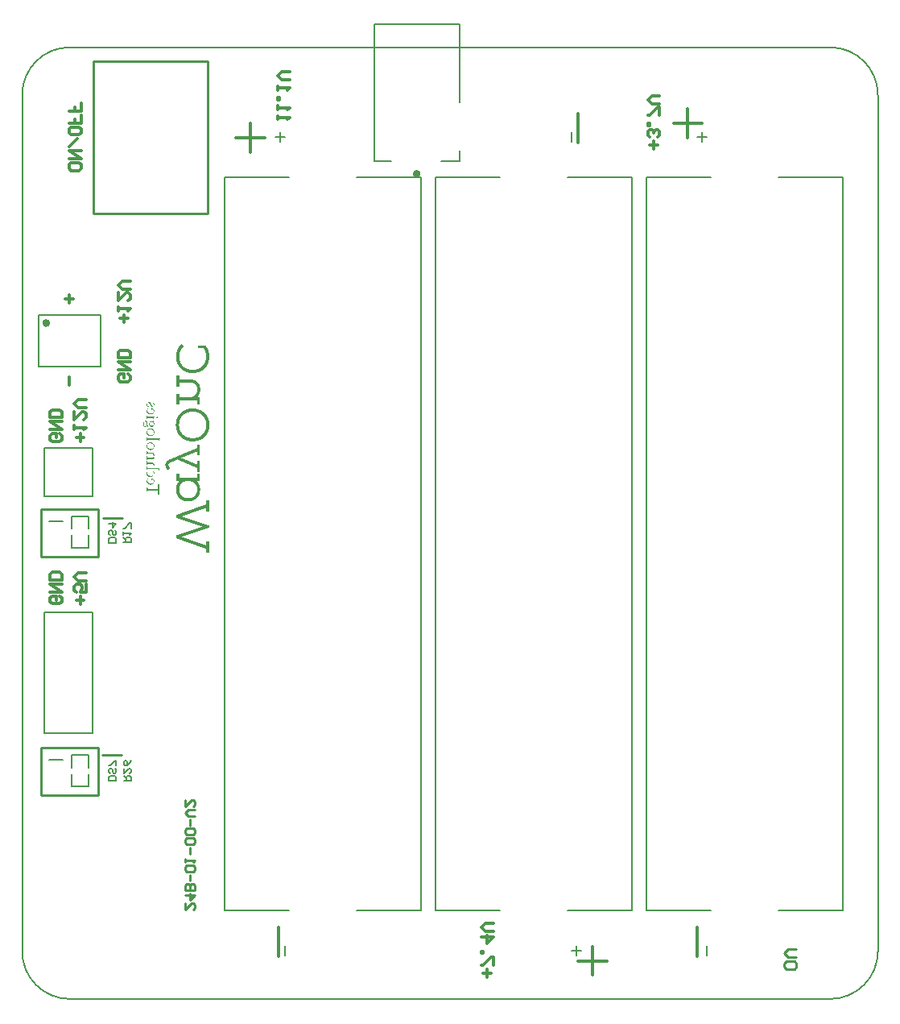
<source format=gbo>
G04*
G04 #@! TF.GenerationSoftware,Altium Limited,Altium Designer,21.1.1 (26)*
G04*
G04 Layer_Color=32896*
%FSLAX25Y25*%
%MOIN*%
G70*
G04*
G04 #@! TF.SameCoordinates,5AD375DC-C50E-4051-8569-BF36B36DD858*
G04*
G04*
G04 #@! TF.FilePolarity,Positive*
G04*
G01*
G75*
%ADD10C,0.01181*%
%ADD11C,0.00787*%
%ADD12C,0.00984*%
%ADD13C,0.00591*%
%ADD14C,0.00500*%
%ADD59C,0.01575*%
G36*
X53422Y230304D02*
X53478D01*
Y230276D01*
X53535D01*
Y230247D01*
X53704D01*
Y230219D01*
X53732D01*
Y230191D01*
X53845D01*
Y230163D01*
X53873D01*
Y230135D01*
X53901D01*
Y230106D01*
X53986D01*
Y230078D01*
X54014D01*
Y230050D01*
X54042D01*
Y230022D01*
X54070D01*
Y229994D01*
X54127D01*
Y229965D01*
X54155D01*
Y229937D01*
X54183D01*
Y229909D01*
X54239D01*
Y229881D01*
X54268D01*
Y229825D01*
X54324D01*
Y229768D01*
X54352D01*
Y229740D01*
X54380D01*
Y229712D01*
X54408D01*
Y229656D01*
X54436D01*
Y229627D01*
X54465D01*
Y229571D01*
X54521D01*
Y229486D01*
X54549D01*
Y229458D01*
X54577D01*
Y229430D01*
X54606D01*
Y229317D01*
X54634D01*
Y229289D01*
X54662D01*
Y229120D01*
X54690D01*
Y229064D01*
X54718D01*
Y228951D01*
X54747D01*
Y228895D01*
X54718D01*
Y228810D01*
X54747D01*
Y228726D01*
X54718D01*
Y228360D01*
X54690D01*
Y228303D01*
X54662D01*
Y228134D01*
X54634D01*
Y228106D01*
X54606D01*
Y227993D01*
X54577D01*
Y227965D01*
X54549D01*
Y227937D01*
X54521D01*
Y227852D01*
X54493D01*
Y227824D01*
X54465D01*
Y227768D01*
X54436D01*
Y227740D01*
X54408D01*
Y227683D01*
X54380D01*
Y227655D01*
X54352D01*
Y227627D01*
X54324D01*
Y227571D01*
X54296D01*
Y227542D01*
X54268D01*
Y227514D01*
X54239D01*
Y227486D01*
X54183D01*
Y227458D01*
X54155D01*
Y227430D01*
X54127D01*
Y227401D01*
X54070D01*
Y227373D01*
X54042D01*
Y227345D01*
X54014D01*
Y227317D01*
X53986D01*
Y227289D01*
X53901D01*
Y227261D01*
X53873D01*
Y227232D01*
X53817D01*
Y227204D01*
X53732D01*
Y227176D01*
X53704D01*
Y227148D01*
X53563D01*
Y227120D01*
X53507D01*
Y227092D01*
X52746D01*
Y227120D01*
X52690D01*
Y227148D01*
X52549D01*
Y227176D01*
X52521D01*
Y227204D01*
X52436D01*
Y227232D01*
X52380D01*
Y227261D01*
X52351D01*
Y227289D01*
X52267D01*
Y227317D01*
X52239D01*
Y227345D01*
X52182D01*
Y227373D01*
X52154D01*
Y227401D01*
X52126D01*
Y227430D01*
X52098D01*
Y227458D01*
X52042D01*
Y227486D01*
X52013D01*
Y227514D01*
X51985D01*
Y227571D01*
X51957D01*
Y227599D01*
X51929D01*
Y227627D01*
X51901D01*
Y227683D01*
X51844D01*
Y227740D01*
X51816D01*
Y227768D01*
X51788D01*
Y227796D01*
X51760D01*
Y227881D01*
X51732D01*
Y227909D01*
X51703D01*
Y228021D01*
X51675D01*
Y228049D01*
X51647D01*
Y228190D01*
X51619D01*
Y228275D01*
X51591D01*
Y228360D01*
X51562D01*
Y228979D01*
X51591D01*
Y229092D01*
X51619D01*
Y229148D01*
X51647D01*
Y229289D01*
X51675D01*
Y229317D01*
X51703D01*
Y229430D01*
X51732D01*
Y229458D01*
X51760D01*
Y229543D01*
X51788D01*
Y229571D01*
X51816D01*
Y229599D01*
X51844D01*
Y229656D01*
X51872D01*
Y229684D01*
X51901D01*
Y229740D01*
X51929D01*
Y229768D01*
X51957D01*
Y229797D01*
X51985D01*
Y229853D01*
X52042D01*
Y229909D01*
X52098D01*
Y229937D01*
X52126D01*
Y229965D01*
X52154D01*
Y229994D01*
X52182D01*
Y230022D01*
X52211D01*
Y230050D01*
X52295D01*
Y230078D01*
X52323D01*
Y230106D01*
X52380D01*
Y230135D01*
X52436D01*
Y230163D01*
X52464D01*
Y230191D01*
X52577D01*
Y230247D01*
X52774D01*
Y230276D01*
X52830D01*
Y230304D01*
X53366D01*
Y230332D01*
X53422D01*
Y230304D01*
D02*
G37*
G36*
X72413Y229289D02*
X73597D01*
Y225063D01*
X73568D01*
Y225035D01*
X72329D01*
Y226387D01*
X72300D01*
Y226415D01*
X72244D01*
Y226387D01*
X72216D01*
Y226359D01*
X72159D01*
Y226331D01*
X72047D01*
Y226274D01*
X71906D01*
Y226246D01*
X71878D01*
Y226218D01*
X71737D01*
Y226190D01*
X71709D01*
Y226162D01*
X71680D01*
Y226133D01*
X71568D01*
Y226105D01*
X71540D01*
Y226077D01*
X71399D01*
Y226049D01*
X71371D01*
Y226021D01*
X71342D01*
Y225993D01*
X71230D01*
Y225964D01*
X71201D01*
Y225936D01*
X71061D01*
Y225908D01*
X71033D01*
Y225880D01*
X71004D01*
Y225852D01*
X70948D01*
Y225880D01*
X70920D01*
Y225852D01*
X70892D01*
Y225824D01*
X70863D01*
Y225795D01*
X70723D01*
Y225767D01*
X70694D01*
Y225739D01*
X70582D01*
Y225711D01*
X70553D01*
Y225683D01*
X70525D01*
Y225655D01*
X70384D01*
Y225626D01*
X70356D01*
Y225598D01*
X70244D01*
Y225570D01*
X70215D01*
Y225542D01*
X70131D01*
Y225514D01*
X70046D01*
Y225485D01*
X70018D01*
Y225457D01*
X69905D01*
Y225429D01*
X69877D01*
Y225401D01*
X69765D01*
Y225373D01*
X69708D01*
Y225345D01*
X69680D01*
Y225316D01*
X69567D01*
Y225288D01*
X69539D01*
Y225260D01*
X69398D01*
Y225232D01*
X69370D01*
Y225204D01*
X69314D01*
Y225175D01*
X69229D01*
Y225147D01*
X69201D01*
Y225119D01*
X69060D01*
Y225091D01*
X69032D01*
Y225063D01*
X68919D01*
Y225035D01*
X68891D01*
Y225007D01*
X68835D01*
Y224978D01*
X68722D01*
Y224950D01*
X68694D01*
Y224922D01*
X68581D01*
Y224894D01*
X68553D01*
Y224866D01*
X68497D01*
Y224837D01*
X68384D01*
Y224809D01*
X68356D01*
Y224781D01*
X68243D01*
Y224753D01*
X68215D01*
Y224725D01*
X68102D01*
Y224696D01*
X68046D01*
Y224668D01*
X68018D01*
Y224640D01*
X67905D01*
Y224612D01*
X67877D01*
Y224584D01*
X67764D01*
Y224556D01*
X67708D01*
Y224528D01*
X67595D01*
Y224499D01*
X67567D01*
Y224471D01*
X67539D01*
Y224443D01*
X67398D01*
Y224415D01*
X67370D01*
Y224387D01*
X67257D01*
Y224358D01*
X67200D01*
Y224330D01*
X67172D01*
Y224302D01*
X67031D01*
Y224274D01*
X67003D01*
Y224246D01*
X66891D01*
Y224218D01*
X66862D01*
Y224189D01*
X66721D01*
Y224161D01*
X66693D01*
Y224133D01*
X66637D01*
Y224105D01*
X66524D01*
Y224077D01*
X66496D01*
Y224048D01*
X66383D01*
Y224020D01*
X66327D01*
Y223992D01*
X66299D01*
Y223964D01*
X66158D01*
Y223936D01*
X66130D01*
Y223908D01*
X66017D01*
Y223879D01*
X65961D01*
Y223851D01*
X65904D01*
Y223823D01*
X65876D01*
Y223767D01*
X66017D01*
Y223739D01*
X66045D01*
Y223710D01*
X66073D01*
Y223682D01*
X66186D01*
Y223654D01*
X66242D01*
Y223626D01*
X66355D01*
Y223598D01*
X66383D01*
Y223569D01*
X66468D01*
Y223541D01*
X66552D01*
Y223513D01*
X66581D01*
Y223485D01*
X66693D01*
Y223457D01*
X66721D01*
Y223429D01*
X66862D01*
Y223400D01*
X66891D01*
Y223372D01*
X66919D01*
Y223344D01*
X67031D01*
Y223316D01*
X67060D01*
Y223288D01*
X67200D01*
Y223259D01*
X67229D01*
Y223231D01*
X67341D01*
Y223203D01*
X67370D01*
Y223175D01*
X67398D01*
Y223147D01*
X67539D01*
Y223119D01*
X67567D01*
Y223091D01*
X67708D01*
Y223034D01*
X67736D01*
Y223006D01*
X67877D01*
Y222978D01*
X67905D01*
Y222950D01*
X68018D01*
Y222921D01*
X68046D01*
Y222893D01*
X68074D01*
Y222865D01*
X68187D01*
Y222837D01*
X68215D01*
Y222809D01*
X68356D01*
Y222780D01*
X68384D01*
Y222752D01*
X68497D01*
Y222724D01*
X68525D01*
Y222696D01*
X68553D01*
Y222668D01*
X68666D01*
Y222611D01*
X68806D01*
Y222583D01*
X68835D01*
Y222555D01*
X68891D01*
Y222527D01*
X69004D01*
Y222471D01*
X69116D01*
Y222442D01*
X69145D01*
Y222414D01*
X69257D01*
Y222386D01*
X69314D01*
Y222358D01*
X69342D01*
Y222330D01*
X69455D01*
Y222302D01*
X69483D01*
Y222273D01*
X69595D01*
Y222245D01*
X69624D01*
Y222217D01*
X69708D01*
Y222189D01*
X69793D01*
Y222161D01*
X69821D01*
Y222132D01*
X69934D01*
Y222076D01*
X70074D01*
Y222048D01*
X70103D01*
Y222020D01*
X70131D01*
Y221992D01*
X70244D01*
Y221963D01*
X70272D01*
Y221935D01*
X70384D01*
Y221907D01*
X70413D01*
Y221879D01*
X70469D01*
Y221851D01*
X70553D01*
Y221823D01*
X70610D01*
Y221794D01*
X70723D01*
Y221766D01*
X70751D01*
Y221738D01*
X70835D01*
Y221710D01*
X70892D01*
Y221682D01*
X70920D01*
Y221654D01*
X71033D01*
Y221625D01*
X71061D01*
Y221597D01*
X71173D01*
Y221569D01*
X71201D01*
Y221541D01*
X71258D01*
Y221513D01*
X71371D01*
Y221484D01*
X71399D01*
Y221456D01*
X71512D01*
Y221428D01*
X71540D01*
Y221400D01*
X71624D01*
Y221372D01*
X71680D01*
Y221343D01*
X71709D01*
Y221315D01*
X71821D01*
Y221287D01*
X71850D01*
Y221259D01*
X71962D01*
Y221231D01*
X71991D01*
Y221203D01*
X72075D01*
Y221175D01*
X72159D01*
Y221146D01*
X72188D01*
Y221118D01*
X72329D01*
Y222471D01*
X73597D01*
Y218103D01*
X72329D01*
Y219709D01*
X72216D01*
Y219738D01*
X72188D01*
Y219766D01*
X72159D01*
Y219794D01*
X72047D01*
Y219822D01*
X72019D01*
Y219850D01*
X71878D01*
Y219878D01*
X71850D01*
Y219906D01*
X71737D01*
Y219935D01*
X71709D01*
Y219991D01*
X71568D01*
Y220047D01*
X71427D01*
Y220076D01*
X71399D01*
Y220104D01*
X71371D01*
Y220132D01*
X71258D01*
Y220160D01*
X71230D01*
Y220188D01*
X71117D01*
Y220216D01*
X71089D01*
Y220245D01*
X70976D01*
Y220273D01*
X70920D01*
Y220301D01*
X70892D01*
Y220329D01*
X70779D01*
Y220357D01*
X70751D01*
Y220386D01*
X70638D01*
Y220414D01*
X70610D01*
Y220442D01*
X70553D01*
Y220470D01*
X70469D01*
Y220498D01*
X70441D01*
Y220526D01*
X70328D01*
Y220555D01*
X70300D01*
Y220583D01*
X70187D01*
Y220611D01*
X70159D01*
Y220639D01*
X70103D01*
Y220667D01*
X69990D01*
Y220695D01*
X69962D01*
Y220724D01*
X69849D01*
Y220752D01*
X69821D01*
Y220780D01*
X69765D01*
Y220808D01*
X69680D01*
Y220836D01*
X69652D01*
Y220865D01*
X69539D01*
Y220893D01*
X69511D01*
Y220921D01*
X69398D01*
Y220949D01*
X69370D01*
Y220977D01*
X69342D01*
Y221005D01*
X69201D01*
Y221062D01*
X69060D01*
Y221090D01*
X69032D01*
Y221118D01*
X68976D01*
Y221146D01*
X68891D01*
Y221175D01*
X68863D01*
Y221203D01*
X68750D01*
Y221231D01*
X68722D01*
Y221259D01*
X68609D01*
Y221287D01*
X68581D01*
Y221315D01*
X68525D01*
Y221343D01*
X68412D01*
Y221372D01*
X68384D01*
Y221400D01*
X68271D01*
Y221428D01*
X68243D01*
Y221456D01*
X68187D01*
Y221484D01*
X68102D01*
Y221513D01*
X68074D01*
Y221541D01*
X67961D01*
Y221569D01*
X67933D01*
Y221597D01*
X67820D01*
Y221625D01*
X67792D01*
Y221654D01*
X67736D01*
Y221682D01*
X67651D01*
Y221710D01*
X67623D01*
Y221738D01*
X67482D01*
Y221766D01*
X67454D01*
Y221794D01*
X67426D01*
Y221823D01*
X67313D01*
Y221851D01*
X67285D01*
Y221879D01*
X67172D01*
Y221907D01*
X67144D01*
Y221935D01*
X67031D01*
Y221963D01*
X67003D01*
Y221992D01*
X66947D01*
Y222020D01*
X66834D01*
Y222076D01*
X66721D01*
Y222104D01*
X66665D01*
Y222132D01*
X66637D01*
Y222161D01*
X66524D01*
Y222189D01*
X66496D01*
Y222217D01*
X66383D01*
Y222245D01*
X66355D01*
Y222273D01*
X66242D01*
Y222302D01*
X66214D01*
Y222330D01*
X66186D01*
Y222358D01*
X66045D01*
Y222386D01*
X66017D01*
Y222414D01*
X65904D01*
Y222442D01*
X65876D01*
Y222471D01*
X65848D01*
Y222499D01*
X65735D01*
Y222527D01*
X65707D01*
Y222555D01*
X65594D01*
Y222583D01*
X65566D01*
Y222611D01*
X65453D01*
Y222640D01*
X65425D01*
Y222668D01*
X65397D01*
Y222696D01*
X65285D01*
Y222724D01*
X65256D01*
Y222752D01*
X65115D01*
Y222780D01*
X65087D01*
Y222809D01*
X65059D01*
Y222837D01*
X65031D01*
Y222809D01*
X65003D01*
Y222837D01*
X64946D01*
Y222893D01*
X64806D01*
Y222921D01*
X64777D01*
Y222950D01*
X64665D01*
Y222978D01*
X64636D01*
Y223006D01*
X64608D01*
Y223034D01*
X64495D01*
Y223062D01*
X64467D01*
Y223091D01*
X64355D01*
Y223119D01*
X64327D01*
Y223147D01*
X64270D01*
Y223119D01*
X64242D01*
Y223091D01*
X64101D01*
Y223062D01*
X64073D01*
Y223034D01*
X63960D01*
Y223006D01*
X63932D01*
Y222978D01*
X63904D01*
Y222950D01*
X63791D01*
Y222893D01*
X63650D01*
Y222865D01*
X63622D01*
Y222837D01*
X63509D01*
Y222809D01*
X63453D01*
Y222752D01*
X63340D01*
Y222724D01*
X63312D01*
Y222696D01*
X63199D01*
Y222668D01*
X63143D01*
Y222640D01*
X63115D01*
Y222611D01*
X63002D01*
Y222583D01*
X62974D01*
Y222555D01*
X62861D01*
Y222527D01*
X62833D01*
Y222499D01*
X62777D01*
Y222471D01*
X62692D01*
Y222442D01*
X62664D01*
Y222414D01*
X62523D01*
Y222358D01*
X62410D01*
Y222330D01*
X62382D01*
Y222302D01*
X62354D01*
Y222273D01*
X62213D01*
Y222245D01*
X62185D01*
Y222217D01*
X62072D01*
Y222189D01*
X62044D01*
Y222161D01*
X61988D01*
Y222132D01*
X61903D01*
Y222104D01*
X61875D01*
Y222076D01*
X61762D01*
Y222048D01*
X61734D01*
Y222020D01*
X61621D01*
Y221992D01*
X61593D01*
Y221963D01*
X61537D01*
Y221935D01*
X61453D01*
Y221907D01*
X61424D01*
Y221879D01*
X61312D01*
Y221851D01*
X61283D01*
Y221823D01*
X61255D01*
Y221794D01*
X61171D01*
Y221766D01*
X61142D01*
Y221738D01*
X61086D01*
Y221682D01*
X61030D01*
Y221654D01*
X60974D01*
Y221625D01*
X60945D01*
Y221597D01*
X60917D01*
Y221569D01*
X60889D01*
Y221541D01*
X60861D01*
Y221513D01*
X60833D01*
Y221484D01*
X60804D01*
Y221456D01*
X60776D01*
Y221428D01*
X60748D01*
Y221372D01*
X60720D01*
Y221343D01*
X60692D01*
Y221287D01*
X60663D01*
Y221231D01*
X60635D01*
Y221175D01*
X60607D01*
Y220555D01*
X60635D01*
Y220526D01*
X60663D01*
Y220470D01*
X60692D01*
Y220329D01*
X60748D01*
Y220216D01*
X60776D01*
Y220188D01*
X60804D01*
Y220160D01*
X60833D01*
Y220076D01*
X60861D01*
Y220047D01*
X60889D01*
Y219991D01*
X60917D01*
Y219963D01*
X60945D01*
Y219906D01*
X60974D01*
Y219878D01*
X61002D01*
Y219822D01*
X61030D01*
Y219794D01*
X61058D01*
Y219766D01*
X61086D01*
Y219709D01*
X61142D01*
Y219653D01*
X61171D01*
Y219625D01*
X61199D01*
Y219568D01*
X61227D01*
Y219540D01*
X61255D01*
Y219512D01*
X61283D01*
Y219427D01*
X61255D01*
Y219399D01*
X61227D01*
Y219371D01*
X61171D01*
Y219343D01*
X61142D01*
Y219315D01*
X61058D01*
Y219287D01*
X61030D01*
Y219258D01*
X61002D01*
Y219230D01*
X60945D01*
Y219174D01*
X60861D01*
Y219146D01*
X60833D01*
Y219118D01*
X60804D01*
Y219089D01*
X60748D01*
Y219061D01*
X60720D01*
Y219033D01*
X60635D01*
Y219005D01*
X60607D01*
Y218977D01*
X60579D01*
Y218949D01*
X60523D01*
Y218920D01*
X60495D01*
Y218892D01*
X60438D01*
Y218864D01*
X60410D01*
Y218836D01*
X60354D01*
Y218808D01*
X60297D01*
Y218779D01*
X60269D01*
Y218751D01*
X60185D01*
Y218779D01*
X60156D01*
Y218808D01*
X60128D01*
Y218836D01*
X60100D01*
Y218892D01*
X60072D01*
Y218920D01*
X60044D01*
Y218977D01*
X60015D01*
Y219033D01*
X59959D01*
Y219089D01*
X59931D01*
Y219118D01*
X59903D01*
Y219146D01*
X59875D01*
Y219230D01*
X59846D01*
Y219258D01*
X59818D01*
Y219287D01*
X59790D01*
Y219315D01*
X59762D01*
Y219399D01*
X59734D01*
Y219427D01*
X59706D01*
Y219456D01*
X59677D01*
Y219568D01*
X59621D01*
Y219681D01*
X59593D01*
Y219709D01*
X59565D01*
Y219738D01*
X59536D01*
Y219850D01*
X59480D01*
Y220019D01*
X59452D01*
Y220047D01*
X59424D01*
Y220216D01*
X59396D01*
Y220245D01*
X59367D01*
Y220273D01*
X59339D01*
Y220639D01*
X59311D01*
Y220695D01*
X59283D01*
Y221034D01*
X59311D01*
Y221118D01*
X59339D01*
Y221428D01*
X59367D01*
Y221456D01*
X59396D01*
Y221513D01*
X59424D01*
Y221654D01*
X59452D01*
Y221682D01*
X59480D01*
Y221794D01*
X59536D01*
Y221907D01*
X59565D01*
Y221935D01*
X59593D01*
Y221963D01*
X59621D01*
Y222048D01*
X59649D01*
Y222076D01*
X59677D01*
Y222132D01*
X59734D01*
Y222161D01*
X59762D01*
Y222217D01*
X59790D01*
Y222245D01*
X59818D01*
Y222302D01*
X59846D01*
Y222330D01*
X59875D01*
Y222358D01*
X59903D01*
Y222386D01*
X59931D01*
Y222414D01*
X59959D01*
Y222471D01*
X60015D01*
Y222527D01*
X60072D01*
Y222555D01*
X60100D01*
Y222583D01*
X60128D01*
Y222611D01*
X60185D01*
Y222640D01*
X60213D01*
Y222668D01*
X60269D01*
Y222696D01*
X60297D01*
Y222724D01*
X60325D01*
Y222752D01*
X60354D01*
Y222780D01*
X60382D01*
Y222809D01*
X60466D01*
Y222837D01*
X60495D01*
Y222865D01*
X60523D01*
Y222893D01*
X60551D01*
Y222921D01*
X60579D01*
Y222950D01*
X60692D01*
Y223006D01*
X60804D01*
Y223034D01*
X60833D01*
Y223062D01*
X60861D01*
Y223091D01*
X60974D01*
Y223147D01*
X61114D01*
Y223175D01*
X61142D01*
Y223203D01*
X61199D01*
Y223231D01*
X61227D01*
Y223203D01*
X61255D01*
Y223231D01*
X61312D01*
Y223288D01*
X61453D01*
Y223344D01*
X61593D01*
Y223372D01*
X61621D01*
Y223400D01*
X61678D01*
Y223429D01*
X61762D01*
Y223457D01*
X61791D01*
Y223485D01*
X61932D01*
Y223513D01*
X61960D01*
Y223541D01*
X62016D01*
Y223569D01*
X62100D01*
Y223598D01*
X62129D01*
Y223626D01*
X62270D01*
Y223654D01*
X62298D01*
Y223682D01*
X62410D01*
Y223710D01*
X62439D01*
Y223739D01*
X62467D01*
Y223767D01*
X62580D01*
Y223795D01*
X62608D01*
Y223823D01*
X62749D01*
Y223851D01*
X62777D01*
Y223879D01*
X62833D01*
Y223908D01*
X62918D01*
Y223936D01*
X62946D01*
Y223964D01*
X63059D01*
Y223992D01*
X63087D01*
Y224020D01*
X63199D01*
Y224048D01*
X63256D01*
Y224077D01*
X63284D01*
Y224105D01*
X63397D01*
Y224133D01*
X63425D01*
Y224161D01*
X63538D01*
Y224189D01*
X63566D01*
Y224218D01*
X63650D01*
Y224246D01*
X63735D01*
Y224274D01*
X63763D01*
Y224302D01*
X63876D01*
Y224330D01*
X63904D01*
Y224358D01*
X64016D01*
Y224387D01*
X64045D01*
Y224415D01*
X64101D01*
Y224443D01*
X64214D01*
Y224471D01*
X64242D01*
Y224499D01*
X64355D01*
Y224528D01*
X64383D01*
Y224556D01*
X64467D01*
Y224584D01*
X64524D01*
Y224612D01*
X64552D01*
Y224640D01*
X64693D01*
Y224668D01*
X64721D01*
Y224696D01*
X64806D01*
Y224725D01*
X64862D01*
Y224753D01*
X64890D01*
Y224781D01*
X65003D01*
Y224809D01*
X65031D01*
Y224837D01*
X65144D01*
Y224866D01*
X65172D01*
Y224894D01*
X65256D01*
Y224922D01*
X65341D01*
Y224950D01*
X65369D01*
Y224978D01*
X65482D01*
Y225007D01*
X65510D01*
Y225035D01*
X65623D01*
Y225063D01*
X65679D01*
Y225091D01*
X65707D01*
Y225119D01*
X65820D01*
Y225147D01*
X65848D01*
Y225175D01*
X65961D01*
Y225204D01*
X65989D01*
Y225232D01*
X66073D01*
Y225260D01*
X66158D01*
Y225288D01*
X66186D01*
Y225316D01*
X66299D01*
Y225345D01*
X66327D01*
Y225373D01*
X66440D01*
Y225401D01*
X66468D01*
Y225429D01*
X66524D01*
Y225457D01*
X66637D01*
Y225485D01*
X66665D01*
Y225514D01*
X66778D01*
Y225542D01*
X66806D01*
Y225570D01*
X66891D01*
Y225598D01*
X66975D01*
Y225626D01*
X67003D01*
Y225655D01*
X67116D01*
Y225683D01*
X67144D01*
Y225711D01*
X67257D01*
Y225739D01*
X67285D01*
Y225767D01*
X67313D01*
Y225795D01*
X67454D01*
Y225852D01*
X67595D01*
Y225880D01*
X67623D01*
Y225908D01*
X67708D01*
Y225936D01*
X67764D01*
Y225964D01*
X67792D01*
Y225993D01*
X67933D01*
Y226049D01*
X68046D01*
Y226077D01*
X68102D01*
Y226105D01*
X68130D01*
Y226133D01*
X68271D01*
Y226190D01*
X68384D01*
Y226218D01*
X68412D01*
Y226246D01*
X68525D01*
Y226274D01*
X68581D01*
Y226303D01*
X68609D01*
Y226331D01*
X68722D01*
Y226359D01*
X68750D01*
Y226387D01*
X68863D01*
Y226415D01*
X68919D01*
Y226444D01*
X68947D01*
Y226472D01*
X69060D01*
Y226500D01*
X69088D01*
Y226528D01*
X69201D01*
Y226556D01*
X69229D01*
Y226584D01*
X69314D01*
Y226612D01*
X69398D01*
Y226641D01*
X69426D01*
Y226669D01*
X69539D01*
Y226697D01*
X69567D01*
Y226725D01*
X69680D01*
Y226753D01*
X69736D01*
Y226782D01*
X69765D01*
Y226810D01*
X69877D01*
Y226838D01*
X69905D01*
Y226866D01*
X70018D01*
Y226894D01*
X70046D01*
Y226922D01*
X70103D01*
Y226951D01*
X70215D01*
Y226979D01*
X70244D01*
Y227007D01*
X70356D01*
Y227035D01*
X70384D01*
Y227063D01*
X70497D01*
Y227092D01*
X70525D01*
Y227120D01*
X70582D01*
Y227148D01*
X70694D01*
Y227204D01*
X70835D01*
Y227232D01*
X70863D01*
Y227261D01*
X70948D01*
Y227289D01*
X71004D01*
Y227317D01*
X71033D01*
Y227345D01*
X71145D01*
Y227373D01*
X71173D01*
Y227401D01*
X71286D01*
Y227430D01*
X71342D01*
Y227458D01*
X71371D01*
Y227486D01*
X71483D01*
Y227514D01*
X71512D01*
Y227542D01*
X71624D01*
Y227571D01*
X71680D01*
Y227599D01*
X71737D01*
Y227627D01*
X71821D01*
Y227655D01*
X71850D01*
Y227683D01*
X71962D01*
Y227711D01*
X71991D01*
Y227740D01*
X72103D01*
Y227768D01*
X72131D01*
Y227796D01*
X72188D01*
Y227824D01*
X72300D01*
Y227881D01*
X72329D01*
Y229289D01*
X72357D01*
Y229317D01*
X72413D01*
Y229289D01*
D02*
G37*
G36*
X51760Y226415D02*
X51788D01*
Y226387D01*
X51816D01*
Y226274D01*
X51844D01*
Y226246D01*
X51872D01*
Y226218D01*
X51901D01*
Y226190D01*
X51929D01*
Y226162D01*
X51957D01*
Y226133D01*
X52154D01*
Y226105D01*
X53450D01*
Y226077D01*
X53563D01*
Y226049D01*
X53873D01*
Y226021D01*
X53901D01*
Y225993D01*
X54070D01*
Y225964D01*
X54098D01*
Y225936D01*
X54183D01*
Y225908D01*
X54211D01*
Y225880D01*
X54239D01*
Y225852D01*
X54324D01*
Y225795D01*
X54380D01*
Y225767D01*
X54408D01*
Y225739D01*
X54436D01*
Y225711D01*
X54465D01*
Y225655D01*
X54521D01*
Y225598D01*
X54549D01*
Y225542D01*
X54577D01*
Y225514D01*
X54606D01*
Y225457D01*
X54634D01*
Y225401D01*
X54662D01*
Y225288D01*
X54690D01*
Y225232D01*
X54718D01*
Y225147D01*
X54747D01*
Y225091D01*
X54718D01*
Y225035D01*
X54747D01*
Y224950D01*
X54718D01*
Y224837D01*
X54747D01*
Y224753D01*
X54718D01*
Y224668D01*
X54690D01*
Y224640D01*
X54662D01*
Y224499D01*
X54606D01*
Y224387D01*
X54577D01*
Y224358D01*
X54549D01*
Y224330D01*
X54521D01*
Y224274D01*
X54493D01*
Y224246D01*
X54465D01*
Y224189D01*
X54408D01*
Y224133D01*
X54380D01*
Y224105D01*
X54352D01*
Y224077D01*
X54324D01*
Y224048D01*
X54296D01*
Y224020D01*
X54268D01*
Y223992D01*
X54239D01*
Y223964D01*
X54183D01*
Y223908D01*
X54211D01*
Y223879D01*
X54296D01*
Y223908D01*
X54352D01*
Y223879D01*
X54408D01*
Y223908D01*
X54436D01*
Y223879D01*
X54549D01*
Y223908D01*
X54606D01*
Y223879D01*
X54690D01*
Y223908D01*
X54775D01*
Y223879D01*
X54803D01*
Y223767D01*
X54775D01*
Y223739D01*
X54747D01*
Y223654D01*
X54718D01*
Y223598D01*
X54690D01*
Y223569D01*
X54662D01*
Y223485D01*
X54634D01*
Y223429D01*
X54606D01*
Y223344D01*
X54577D01*
Y223288D01*
X54549D01*
Y223259D01*
X54521D01*
Y223091D01*
X54493D01*
Y223062D01*
X54465D01*
Y222893D01*
X54436D01*
Y222865D01*
X54380D01*
Y222893D01*
X54352D01*
Y223203D01*
X54324D01*
Y223259D01*
X54296D01*
Y223288D01*
X54268D01*
Y223344D01*
X54239D01*
Y223372D01*
X54070D01*
Y223400D01*
X54014D01*
Y223429D01*
X52126D01*
Y223400D01*
X52070D01*
Y223372D01*
X51929D01*
Y223344D01*
X51901D01*
Y223316D01*
X51872D01*
Y223288D01*
X51844D01*
Y223259D01*
X51816D01*
Y223203D01*
X51788D01*
Y223175D01*
X51760D01*
Y223062D01*
X51732D01*
Y223034D01*
X51647D01*
Y223062D01*
X51619D01*
Y223091D01*
X51647D01*
Y224528D01*
X51732D01*
Y224499D01*
X51760D01*
Y224246D01*
X51788D01*
Y224218D01*
X51816D01*
Y224105D01*
X51844D01*
Y224048D01*
X51872D01*
Y224020D01*
X51901D01*
Y223964D01*
X51985D01*
Y223936D01*
X52042D01*
Y223908D01*
X53957D01*
Y223936D01*
X53986D01*
Y223964D01*
X54070D01*
Y224020D01*
X54127D01*
Y224048D01*
X54155D01*
Y224077D01*
X54183D01*
Y224105D01*
X54211D01*
Y224161D01*
X54268D01*
Y224218D01*
X54296D01*
Y224274D01*
X54324D01*
Y224302D01*
X54352D01*
Y224415D01*
X54380D01*
Y224443D01*
X54408D01*
Y224950D01*
X54380D01*
Y225007D01*
X54352D01*
Y225091D01*
X54324D01*
Y225147D01*
X54296D01*
Y225204D01*
X54268D01*
Y225260D01*
X54211D01*
Y225316D01*
X54155D01*
Y225345D01*
X54127D01*
Y225373D01*
X54098D01*
Y225401D01*
X54070D01*
Y225429D01*
X54042D01*
Y225457D01*
X53957D01*
Y225485D01*
X53929D01*
Y225514D01*
X53873D01*
Y225542D01*
X53760D01*
Y225570D01*
X53704D01*
Y225598D01*
X51901D01*
Y225570D01*
X51872D01*
Y225542D01*
X51844D01*
Y225514D01*
X51816D01*
Y225429D01*
X51788D01*
Y225401D01*
X51760D01*
Y225316D01*
X51732D01*
Y225288D01*
X51675D01*
Y225316D01*
X51647D01*
Y226669D01*
X51760D01*
Y226415D01*
D02*
G37*
G36*
X51675Y222499D02*
X51703D01*
Y222471D01*
X51732D01*
Y222442D01*
X51760D01*
Y222217D01*
X51788D01*
Y222189D01*
X51816D01*
Y222104D01*
X51844D01*
Y222076D01*
X51872D01*
Y222048D01*
X51901D01*
Y222020D01*
X51929D01*
Y221992D01*
X51985D01*
Y221963D01*
X52013D01*
Y221935D01*
X53704D01*
Y221907D01*
X53789D01*
Y221879D01*
X53873D01*
Y221851D01*
X54014D01*
Y221823D01*
X54042D01*
Y221794D01*
X54155D01*
Y221766D01*
X54183D01*
Y221738D01*
X54239D01*
Y221710D01*
X54268D01*
Y221682D01*
X54296D01*
Y221654D01*
X54352D01*
Y221625D01*
X54380D01*
Y221597D01*
X54408D01*
Y221569D01*
X54436D01*
Y221541D01*
X54465D01*
Y221513D01*
X54493D01*
Y221484D01*
X54521D01*
Y221428D01*
X54549D01*
Y221400D01*
X54577D01*
Y221372D01*
X54606D01*
Y221287D01*
X54634D01*
Y221259D01*
X54662D01*
Y221118D01*
X54690D01*
Y221090D01*
X54718D01*
Y220949D01*
X54747D01*
Y220836D01*
X54718D01*
Y220752D01*
X54747D01*
Y220611D01*
X54718D01*
Y220498D01*
X54690D01*
Y220470D01*
X54662D01*
Y220329D01*
X54634D01*
Y220301D01*
X54606D01*
Y220216D01*
X54577D01*
Y220188D01*
X54549D01*
Y220160D01*
X54521D01*
Y220104D01*
X54493D01*
Y220076D01*
X54465D01*
Y220047D01*
X54436D01*
Y220019D01*
X54408D01*
Y219991D01*
X54380D01*
Y219935D01*
X54352D01*
Y219906D01*
X54324D01*
Y219878D01*
X54296D01*
Y219850D01*
X54239D01*
Y219822D01*
X54211D01*
Y219766D01*
X54183D01*
Y219738D01*
X56888D01*
Y219766D01*
X57001D01*
Y219738D01*
X57029D01*
Y219568D01*
X56972D01*
Y219456D01*
X56944D01*
Y219427D01*
X56916D01*
Y219371D01*
X56888D01*
Y219287D01*
X56860D01*
Y219258D01*
X56832D01*
Y219118D01*
X56803D01*
Y219089D01*
X56775D01*
Y219033D01*
X56747D01*
Y218920D01*
X56719D01*
Y218892D01*
X56691D01*
Y218751D01*
X56662D01*
Y218723D01*
X56578D01*
Y219089D01*
X56550D01*
Y219118D01*
X56522D01*
Y219146D01*
X56493D01*
Y219174D01*
X56437D01*
Y219202D01*
X56381D01*
Y219230D01*
X51957D01*
Y219202D01*
X51929D01*
Y219174D01*
X51844D01*
Y219146D01*
X51816D01*
Y219089D01*
X51788D01*
Y219061D01*
X51760D01*
Y218920D01*
X51732D01*
Y218892D01*
X51703D01*
Y218836D01*
X51619D01*
Y218864D01*
X51591D01*
Y218977D01*
X51619D01*
Y219258D01*
X51647D01*
Y220019D01*
X51619D01*
Y220216D01*
X51591D01*
Y220301D01*
X51619D01*
Y220357D01*
X51647D01*
Y220386D01*
X51675D01*
Y220357D01*
X51703D01*
Y220301D01*
X51732D01*
Y220216D01*
X51760D01*
Y219991D01*
X51788D01*
Y219963D01*
X51816D01*
Y219878D01*
X51844D01*
Y219850D01*
X51872D01*
Y219822D01*
X51901D01*
Y219794D01*
X51929D01*
Y219766D01*
X52239D01*
Y219738D01*
X53873D01*
Y219766D01*
X54042D01*
Y219794D01*
X54070D01*
Y219822D01*
X54098D01*
Y219850D01*
X54127D01*
Y219878D01*
X54155D01*
Y219906D01*
X54183D01*
Y219935D01*
X54211D01*
Y219963D01*
X54239D01*
Y219991D01*
X54268D01*
Y220019D01*
X54296D01*
Y220047D01*
X54324D01*
Y220076D01*
X54352D01*
Y220160D01*
X54380D01*
Y220188D01*
X54408D01*
Y220386D01*
X54436D01*
Y220442D01*
X54465D01*
Y220639D01*
X54436D01*
Y220752D01*
X54408D01*
Y220893D01*
X54380D01*
Y220949D01*
X54352D01*
Y221005D01*
X54324D01*
Y221062D01*
X54296D01*
Y221090D01*
X54268D01*
Y221118D01*
X54239D01*
Y221146D01*
X54211D01*
Y221175D01*
X54183D01*
Y221203D01*
X54127D01*
Y221259D01*
X54042D01*
Y221287D01*
X54014D01*
Y221315D01*
X53986D01*
Y221343D01*
X53845D01*
Y221372D01*
X53817D01*
Y221400D01*
X53535D01*
Y221428D01*
X52070D01*
Y221400D01*
X51872D01*
Y221372D01*
X51844D01*
Y221343D01*
X51816D01*
Y221287D01*
X51788D01*
Y221259D01*
X51760D01*
Y221146D01*
X51732D01*
Y221118D01*
X51703D01*
Y221090D01*
X51675D01*
Y221062D01*
X51647D01*
Y221090D01*
X51619D01*
Y221315D01*
X51647D01*
Y222217D01*
X51619D01*
Y222499D01*
X51647D01*
Y222527D01*
X51675D01*
Y222499D01*
D02*
G37*
G36*
X52211Y218526D02*
X52239D01*
Y218441D01*
X52211D01*
Y218413D01*
X52182D01*
Y218385D01*
X52154D01*
Y218357D01*
X52126D01*
Y218301D01*
X52098D01*
Y218244D01*
X52070D01*
Y218216D01*
X52042D01*
Y218188D01*
X52013D01*
Y218131D01*
X51985D01*
Y218075D01*
X51957D01*
Y217990D01*
X51929D01*
Y217962D01*
X51901D01*
Y217765D01*
X51872D01*
Y217455D01*
X51901D01*
Y217258D01*
X51929D01*
Y217230D01*
X51957D01*
Y217117D01*
X51985D01*
Y217089D01*
X52013D01*
Y217033D01*
X52042D01*
Y217004D01*
X52070D01*
Y216976D01*
X52098D01*
Y216920D01*
X52126D01*
Y216892D01*
X52154D01*
Y216863D01*
X52182D01*
Y216835D01*
X52211D01*
Y216807D01*
X52239D01*
Y216779D01*
X52267D01*
Y216751D01*
X52323D01*
Y216723D01*
X52351D01*
Y216694D01*
X52380D01*
Y216666D01*
X52408D01*
Y216638D01*
X52436D01*
Y216610D01*
X52492D01*
Y216582D01*
X52577D01*
Y216525D01*
X52718D01*
Y216497D01*
X52746D01*
Y216469D01*
X52802D01*
Y216441D01*
X52887D01*
Y216469D01*
X52915D01*
Y216441D01*
X53000D01*
Y216413D01*
X53028D01*
Y216385D01*
X53648D01*
Y216413D01*
X53704D01*
Y216441D01*
X53789D01*
Y216469D01*
X53817D01*
Y216441D01*
X53901D01*
Y216469D01*
X53929D01*
Y216497D01*
X53957D01*
Y216525D01*
X54070D01*
Y216553D01*
X54098D01*
Y216582D01*
X54183D01*
Y216610D01*
X54211D01*
Y216638D01*
X54239D01*
Y216666D01*
X54268D01*
Y216694D01*
X54296D01*
Y216723D01*
X54324D01*
Y216751D01*
X54352D01*
Y216779D01*
X54380D01*
Y216807D01*
X54408D01*
Y216863D01*
X54436D01*
Y216892D01*
X54465D01*
Y216976D01*
X54493D01*
Y217033D01*
X54521D01*
Y217145D01*
X54549D01*
Y217286D01*
X54521D01*
Y217399D01*
X54493D01*
Y217483D01*
X54465D01*
Y217596D01*
X54436D01*
Y217624D01*
X54408D01*
Y217737D01*
X54380D01*
Y217765D01*
X54352D01*
Y217822D01*
X54324D01*
Y217878D01*
X54296D01*
Y217906D01*
X54268D01*
Y217934D01*
X54239D01*
Y217962D01*
X54211D01*
Y217990D01*
X54183D01*
Y218019D01*
X54155D01*
Y218047D01*
X54127D01*
Y218075D01*
X54098D01*
Y218103D01*
X54070D01*
Y218131D01*
X54042D01*
Y218160D01*
X53957D01*
Y218188D01*
X53929D01*
Y218216D01*
X53901D01*
Y218272D01*
X53929D01*
Y218301D01*
X53957D01*
Y218329D01*
X53986D01*
Y218357D01*
X54211D01*
Y218329D01*
X54493D01*
Y218301D01*
X54549D01*
Y218272D01*
X54577D01*
Y218244D01*
X54606D01*
Y218160D01*
X54634D01*
Y218131D01*
X54662D01*
Y217962D01*
X54690D01*
Y217906D01*
X54718D01*
Y217737D01*
X54747D01*
Y217596D01*
X54718D01*
Y217568D01*
X54747D01*
Y217286D01*
X54718D01*
Y217173D01*
X54690D01*
Y217117D01*
X54662D01*
Y216948D01*
X54634D01*
Y216920D01*
X54606D01*
Y216807D01*
X54549D01*
Y216751D01*
X54521D01*
Y216666D01*
X54465D01*
Y216610D01*
X54436D01*
Y216582D01*
X54408D01*
Y216553D01*
X54380D01*
Y216497D01*
X54352D01*
Y216469D01*
X54324D01*
Y216441D01*
X54296D01*
Y216413D01*
X54268D01*
Y216385D01*
X54239D01*
Y216356D01*
X54211D01*
Y216328D01*
X54183D01*
Y216300D01*
X54127D01*
Y216272D01*
X54098D01*
Y216244D01*
X54070D01*
Y216215D01*
X54042D01*
Y216187D01*
X53986D01*
Y216159D01*
X53957D01*
Y216131D01*
X53873D01*
Y216103D01*
X53845D01*
Y216074D01*
X53817D01*
Y216046D01*
X53704D01*
Y216018D01*
X53676D01*
Y215990D01*
X53507D01*
Y215962D01*
X53478D01*
Y215934D01*
X52633D01*
Y215962D01*
X52605D01*
Y215990D01*
X52436D01*
Y216018D01*
X52408D01*
Y216046D01*
X52351D01*
Y216074D01*
X52267D01*
Y216103D01*
X52239D01*
Y216131D01*
X52182D01*
Y216159D01*
X52154D01*
Y216187D01*
X52126D01*
Y216215D01*
X52070D01*
Y216244D01*
X52042D01*
Y216272D01*
X51985D01*
Y216300D01*
X51957D01*
Y216328D01*
X51929D01*
Y216356D01*
X51901D01*
Y216413D01*
X51872D01*
Y216441D01*
X51844D01*
Y216497D01*
X51816D01*
Y216525D01*
X51788D01*
Y216553D01*
X51760D01*
Y216610D01*
X51703D01*
Y216723D01*
X51675D01*
Y216751D01*
X51647D01*
Y216863D01*
X51619D01*
Y216948D01*
X51591D01*
Y217004D01*
X51562D01*
Y217596D01*
X51591D01*
Y217681D01*
X51619D01*
Y217737D01*
X51647D01*
Y217878D01*
X51675D01*
Y217906D01*
X51703D01*
Y218019D01*
X51732D01*
Y218047D01*
X51760D01*
Y218131D01*
X51788D01*
Y218160D01*
X51816D01*
Y218188D01*
X51844D01*
Y218244D01*
X51872D01*
Y218272D01*
X51901D01*
Y218329D01*
X51929D01*
Y218357D01*
X51957D01*
Y218385D01*
X51985D01*
Y218413D01*
X52013D01*
Y218441D01*
X52042D01*
Y218470D01*
X52070D01*
Y218498D01*
X52098D01*
Y218526D01*
X52126D01*
Y218554D01*
X52211D01*
Y218526D01*
D02*
G37*
G36*
X73568Y217314D02*
X73597D01*
Y214299D01*
X72300D01*
Y214215D01*
X72357D01*
Y214187D01*
X72385D01*
Y214159D01*
X72413D01*
Y214130D01*
X72441D01*
Y214074D01*
X72470D01*
Y214046D01*
X72498D01*
Y214018D01*
X72526D01*
Y213989D01*
X72554D01*
Y213961D01*
X72582D01*
Y213905D01*
X72610D01*
Y213877D01*
X72638D01*
Y213849D01*
X72667D01*
Y213820D01*
X72695D01*
Y213792D01*
X72723D01*
Y213764D01*
X72751D01*
Y213736D01*
X72779D01*
Y213651D01*
X72808D01*
Y213623D01*
X72836D01*
Y213595D01*
X72864D01*
Y213539D01*
X72920D01*
Y213454D01*
X72948D01*
Y213426D01*
X72977D01*
Y213370D01*
X73005D01*
Y213313D01*
X73033D01*
Y213285D01*
X73061D01*
Y213200D01*
X73118D01*
Y213088D01*
X73146D01*
Y213060D01*
X73174D01*
Y213032D01*
X73202D01*
Y212947D01*
X73230D01*
Y212919D01*
X73258D01*
Y212806D01*
X73287D01*
Y212778D01*
X73315D01*
Y212693D01*
X73343D01*
Y212609D01*
X73371D01*
Y212552D01*
X73399D01*
Y212440D01*
X73427D01*
Y212412D01*
X73456D01*
Y212271D01*
X73484D01*
Y212214D01*
X73512D01*
Y212130D01*
X73540D01*
Y211961D01*
X73568D01*
Y211904D01*
X73597D01*
Y211679D01*
X73625D01*
Y211595D01*
X73653D01*
Y211256D01*
X73681D01*
Y211059D01*
X73709D01*
Y210355D01*
X73681D01*
Y210186D01*
X73653D01*
Y209819D01*
X73625D01*
Y209763D01*
X73597D01*
Y209509D01*
X73568D01*
Y209453D01*
X73540D01*
Y209284D01*
X73512D01*
Y209228D01*
X73484D01*
Y209171D01*
X73456D01*
Y209030D01*
X73427D01*
Y209002D01*
X73399D01*
Y208861D01*
X73371D01*
Y208833D01*
X73343D01*
Y208749D01*
X73315D01*
Y208664D01*
X73287D01*
Y208636D01*
X73258D01*
Y208551D01*
X73230D01*
Y208495D01*
X73202D01*
Y208439D01*
X73174D01*
Y208382D01*
X73146D01*
Y208326D01*
X73118D01*
Y208270D01*
X73089D01*
Y208242D01*
X73061D01*
Y208157D01*
X73033D01*
Y208129D01*
X73005D01*
Y208072D01*
X72977D01*
Y208016D01*
X72948D01*
Y207988D01*
X72920D01*
Y207931D01*
X72864D01*
Y207847D01*
X72836D01*
Y207819D01*
X72808D01*
Y207791D01*
X72779D01*
Y207734D01*
X72751D01*
Y207706D01*
X72723D01*
Y207678D01*
X72695D01*
Y207622D01*
X72667D01*
Y207593D01*
X72638D01*
Y207537D01*
X72582D01*
Y207481D01*
X72554D01*
Y207453D01*
X72526D01*
Y207424D01*
X72498D01*
Y207396D01*
X72470D01*
Y207368D01*
X72441D01*
Y207340D01*
X72413D01*
Y207312D01*
X72385D01*
Y207283D01*
X72357D01*
Y207255D01*
X72329D01*
Y207227D01*
X72300D01*
Y207199D01*
X72272D01*
Y207171D01*
X72244D01*
Y207143D01*
X72216D01*
Y207114D01*
X72188D01*
Y207086D01*
X72159D01*
Y207058D01*
X72131D01*
Y207030D01*
X72103D01*
Y207002D01*
X72075D01*
Y206974D01*
X72047D01*
Y206945D01*
X72019D01*
Y206917D01*
X71962D01*
Y206861D01*
X71878D01*
Y206833D01*
X71850D01*
Y206804D01*
X71793D01*
Y206776D01*
X71765D01*
Y206748D01*
X71737D01*
Y206720D01*
X71709D01*
Y206692D01*
X71680D01*
Y206664D01*
X71596D01*
Y206635D01*
X71568D01*
Y206607D01*
X71540D01*
Y206579D01*
X71483D01*
Y206551D01*
X71455D01*
Y206523D01*
X71371D01*
Y206466D01*
X71258D01*
Y206438D01*
X71230D01*
Y206410D01*
X71201D01*
Y206382D01*
X71117D01*
Y206354D01*
X71089D01*
Y206326D01*
X70976D01*
Y206269D01*
X70892D01*
Y206241D01*
X70835D01*
Y206213D01*
X70807D01*
Y206185D01*
X70666D01*
Y206156D01*
X70638D01*
Y206128D01*
X70497D01*
Y206100D01*
X70469D01*
Y206072D01*
X70413D01*
Y206044D01*
X70244D01*
Y206015D01*
X70215D01*
Y205987D01*
X70018D01*
Y205959D01*
X69962D01*
Y205931D01*
X69736D01*
Y205903D01*
X69624D01*
Y205875D01*
X69539D01*
Y205847D01*
X68891D01*
Y205818D01*
X68497D01*
Y205847D01*
X67877D01*
Y205875D01*
X67792D01*
Y205903D01*
X67680D01*
Y205931D01*
X67454D01*
Y205959D01*
X67426D01*
Y205987D01*
X67200D01*
Y206015D01*
X67172D01*
Y206044D01*
X67031D01*
Y206072D01*
X66975D01*
Y206100D01*
X66919D01*
Y206128D01*
X66778D01*
Y206156D01*
X66750D01*
Y206185D01*
X66637D01*
Y206213D01*
X66609D01*
Y206241D01*
X66552D01*
Y206269D01*
X66468D01*
Y206297D01*
X66440D01*
Y206326D01*
X66327D01*
Y206354D01*
X66299D01*
Y206382D01*
X66214D01*
Y206410D01*
X66186D01*
Y206438D01*
X66158D01*
Y206466D01*
X66073D01*
Y206494D01*
X66045D01*
Y206523D01*
X65989D01*
Y206551D01*
X65961D01*
Y206579D01*
X65876D01*
Y206607D01*
X65848D01*
Y206635D01*
X65820D01*
Y206664D01*
X65763D01*
Y206692D01*
X65735D01*
Y206720D01*
X65651D01*
Y206748D01*
X65623D01*
Y206776D01*
X65594D01*
Y206804D01*
X65566D01*
Y206833D01*
X65538D01*
Y206861D01*
X65510D01*
Y206889D01*
X65482D01*
Y206917D01*
X65425D01*
Y206945D01*
X65369D01*
Y206974D01*
X65341D01*
Y207002D01*
X65313D01*
Y207030D01*
X65285D01*
Y207058D01*
X65256D01*
Y207086D01*
X65228D01*
Y207114D01*
X65200D01*
Y207143D01*
X65172D01*
Y207171D01*
X65144D01*
Y207199D01*
X65115D01*
Y207227D01*
X65087D01*
Y207255D01*
X65059D01*
Y207283D01*
X65031D01*
Y207312D01*
X65003D01*
Y207340D01*
X64974D01*
Y207368D01*
X64946D01*
Y207396D01*
X64918D01*
Y207424D01*
X64890D01*
Y207453D01*
X64862D01*
Y207481D01*
X64834D01*
Y207509D01*
X64806D01*
Y207565D01*
X64777D01*
Y207593D01*
X64749D01*
Y207650D01*
X64721D01*
Y207678D01*
X64693D01*
Y207706D01*
X64665D01*
Y207734D01*
X64636D01*
Y207763D01*
X64608D01*
Y207819D01*
X64580D01*
Y207847D01*
X64552D01*
Y207931D01*
X64495D01*
Y207988D01*
X64467D01*
Y208044D01*
X64439D01*
Y208072D01*
X64411D01*
Y208129D01*
X64383D01*
Y208157D01*
X64355D01*
Y208242D01*
X64327D01*
Y208270D01*
X64298D01*
Y208298D01*
X64270D01*
Y208382D01*
X64242D01*
Y208411D01*
X64214D01*
Y208495D01*
X64186D01*
Y208551D01*
X64157D01*
Y208580D01*
X64129D01*
Y208664D01*
X64101D01*
Y208692D01*
X64073D01*
Y208833D01*
X64045D01*
Y208861D01*
X64016D01*
Y208974D01*
X63988D01*
Y209030D01*
X63960D01*
Y209087D01*
X63932D01*
Y209228D01*
X63904D01*
Y209256D01*
X63876D01*
Y209453D01*
X63848D01*
Y209509D01*
X63819D01*
Y209679D01*
X63791D01*
Y209819D01*
X63763D01*
Y209876D01*
X63735D01*
Y210327D01*
X63707D01*
Y210496D01*
X63678D01*
Y211003D01*
X63707D01*
Y211172D01*
X63735D01*
Y211566D01*
X63763D01*
Y211651D01*
X63791D01*
Y211735D01*
X63819D01*
Y211961D01*
X63848D01*
Y211989D01*
X63876D01*
Y212186D01*
X63904D01*
Y212214D01*
X63932D01*
Y212383D01*
X63960D01*
Y212412D01*
X63988D01*
Y212468D01*
X64016D01*
Y212609D01*
X64045D01*
Y212637D01*
X64073D01*
Y212750D01*
X64101D01*
Y212778D01*
X64129D01*
Y212862D01*
X64157D01*
Y212919D01*
X64186D01*
Y212947D01*
X64214D01*
Y213060D01*
X64242D01*
Y213088D01*
X64270D01*
Y213144D01*
X64298D01*
Y213200D01*
X64327D01*
Y213229D01*
X64355D01*
Y213313D01*
X64383D01*
Y213341D01*
X64411D01*
Y213398D01*
X64439D01*
Y213426D01*
X64467D01*
Y213482D01*
X64495D01*
Y213539D01*
X64524D01*
Y213567D01*
X64552D01*
Y213623D01*
X64608D01*
Y213680D01*
X64636D01*
Y213736D01*
X64665D01*
Y213764D01*
X64693D01*
Y213820D01*
X64749D01*
Y213877D01*
X64777D01*
Y213905D01*
X64806D01*
Y213933D01*
X64834D01*
Y213961D01*
X64862D01*
Y213989D01*
X64890D01*
Y214018D01*
X64918D01*
Y214046D01*
X64946D01*
Y214102D01*
X64974D01*
Y214130D01*
X65003D01*
Y214159D01*
X65031D01*
Y214187D01*
X65059D01*
Y214215D01*
X65115D01*
Y214299D01*
X63819D01*
Y217314D01*
X63848D01*
Y217342D01*
X65059D01*
Y217314D01*
X65087D01*
Y215596D01*
X65115D01*
Y215567D01*
X72300D01*
Y215596D01*
X72329D01*
Y217314D01*
X72357D01*
Y217342D01*
X73568D01*
Y217314D01*
D02*
G37*
G36*
X52295Y215342D02*
X52267D01*
Y215314D01*
X52239D01*
Y215257D01*
X52211D01*
Y215229D01*
X52182D01*
Y215173D01*
X52154D01*
Y215145D01*
X52126D01*
Y215117D01*
X52098D01*
Y215032D01*
X52070D01*
Y215004D01*
X52042D01*
Y214919D01*
X52013D01*
Y214863D01*
X51985D01*
Y214835D01*
X51957D01*
Y214694D01*
X51929D01*
Y214637D01*
X51901D01*
Y214215D01*
X51929D01*
Y214159D01*
X51957D01*
Y214018D01*
X51985D01*
Y213989D01*
X52013D01*
Y213933D01*
X52042D01*
Y213877D01*
X52070D01*
Y213849D01*
X52098D01*
Y213792D01*
X52126D01*
Y213764D01*
X52154D01*
Y213708D01*
X52182D01*
Y213680D01*
X52211D01*
Y213651D01*
X52239D01*
Y213623D01*
X52295D01*
Y213567D01*
X52323D01*
Y213539D01*
X52408D01*
Y213510D01*
X52436D01*
Y213482D01*
X52492D01*
Y213454D01*
X52521D01*
Y213426D01*
X52549D01*
Y213398D01*
X52577D01*
Y213426D01*
X52605D01*
Y213398D01*
X52633D01*
Y213370D01*
X52661D01*
Y213341D01*
X52774D01*
Y213313D01*
X52802D01*
Y213285D01*
X53028D01*
Y213257D01*
X53084D01*
Y213229D01*
X53112D01*
Y213200D01*
X53450D01*
Y213229D01*
X53478D01*
Y214919D01*
X53450D01*
Y214948D01*
X53478D01*
Y215060D01*
X53450D01*
Y215088D01*
X53478D01*
Y215229D01*
X53450D01*
Y215257D01*
X53478D01*
Y215286D01*
X53507D01*
Y215342D01*
X53535D01*
Y215370D01*
X53760D01*
Y215342D01*
X53789D01*
Y215314D01*
X53901D01*
Y215286D01*
X53957D01*
Y215257D01*
X54014D01*
Y215229D01*
X54070D01*
Y215201D01*
X54098D01*
Y215173D01*
X54183D01*
Y215145D01*
X54211D01*
Y215117D01*
X54239D01*
Y215088D01*
X54268D01*
Y215060D01*
X54296D01*
Y215032D01*
X54352D01*
Y215004D01*
X54380D01*
Y214976D01*
X54408D01*
Y214948D01*
X54436D01*
Y214919D01*
X54465D01*
Y214863D01*
X54493D01*
Y214835D01*
X54521D01*
Y214807D01*
X54549D01*
Y214778D01*
X54577D01*
Y214750D01*
X54606D01*
Y214637D01*
X54662D01*
Y214497D01*
X54690D01*
Y214440D01*
X54718D01*
Y214356D01*
X54747D01*
Y214271D01*
X54718D01*
Y214243D01*
X54747D01*
Y214102D01*
X54718D01*
Y213849D01*
X54690D01*
Y213792D01*
X54662D01*
Y213651D01*
X54634D01*
Y213623D01*
X54606D01*
Y213539D01*
X54577D01*
Y213510D01*
X54549D01*
Y213454D01*
X54521D01*
Y213426D01*
X54493D01*
Y213398D01*
X54465D01*
Y213341D01*
X54436D01*
Y213313D01*
X54408D01*
Y213285D01*
X54380D01*
Y213257D01*
X54352D01*
Y213229D01*
X54324D01*
Y213200D01*
X54296D01*
Y213172D01*
X54268D01*
Y213144D01*
X54211D01*
Y213116D01*
X54183D01*
Y213088D01*
X54155D01*
Y213060D01*
X54127D01*
Y213032D01*
X54098D01*
Y213003D01*
X54042D01*
Y212975D01*
X54014D01*
Y212947D01*
X53929D01*
Y212891D01*
X53817D01*
Y212862D01*
X53789D01*
Y212834D01*
X53732D01*
Y212806D01*
X53563D01*
Y212778D01*
X53535D01*
Y212750D01*
X52718D01*
Y212778D01*
X52690D01*
Y212806D01*
X52521D01*
Y212834D01*
X52492D01*
Y212862D01*
X52436D01*
Y212891D01*
X52351D01*
Y212919D01*
X52323D01*
Y212947D01*
X52239D01*
Y212975D01*
X52211D01*
Y213003D01*
X52154D01*
Y213032D01*
X52126D01*
Y213060D01*
X52098D01*
Y213088D01*
X52042D01*
Y213144D01*
X51985D01*
Y213172D01*
X51957D01*
Y213229D01*
X51901D01*
Y213285D01*
X51844D01*
Y213341D01*
X51816D01*
Y213370D01*
X51788D01*
Y213398D01*
X51760D01*
Y213482D01*
X51703D01*
Y213595D01*
X51675D01*
Y213623D01*
X51647D01*
Y213736D01*
X51619D01*
Y213792D01*
X51591D01*
Y213877D01*
X51562D01*
Y214412D01*
X51591D01*
Y214497D01*
X51619D01*
Y214581D01*
X51647D01*
Y214694D01*
X51675D01*
Y214750D01*
X51703D01*
Y214835D01*
X51732D01*
Y214863D01*
X51760D01*
Y214948D01*
X51788D01*
Y214976D01*
X51816D01*
Y215004D01*
X51844D01*
Y215060D01*
X51872D01*
Y215088D01*
X51901D01*
Y215145D01*
X51929D01*
Y215173D01*
X51957D01*
Y215201D01*
X51985D01*
Y215229D01*
X52013D01*
Y215257D01*
X52042D01*
Y215314D01*
X52098D01*
Y215342D01*
X52126D01*
Y215370D01*
X52154D01*
Y215398D01*
X52295D01*
Y215342D01*
D02*
G37*
G36*
X55986Y213032D02*
X56071D01*
Y213003D01*
X56634D01*
Y212947D01*
X56691D01*
Y208636D01*
X56662D01*
Y208608D01*
X56634D01*
Y208580D01*
X56606D01*
Y208551D01*
X56183D01*
Y208523D01*
X56099D01*
Y208495D01*
X55817D01*
Y208467D01*
X55761D01*
Y208439D01*
X55676D01*
Y208467D01*
X55620D01*
Y208551D01*
X55648D01*
Y208580D01*
X55704D01*
Y208608D01*
X55874D01*
Y208636D01*
X55902D01*
Y208664D01*
X55986D01*
Y208692D01*
X56071D01*
Y208720D01*
X56099D01*
Y208749D01*
X56155D01*
Y208777D01*
X56183D01*
Y208805D01*
X56212D01*
Y208833D01*
X56240D01*
Y208918D01*
X56268D01*
Y208946D01*
X56296D01*
Y210439D01*
X52013D01*
Y210411D01*
X51985D01*
Y210383D01*
X51901D01*
Y210327D01*
X51872D01*
Y210298D01*
X51816D01*
Y210214D01*
X51788D01*
Y210186D01*
X51760D01*
Y209932D01*
X51732D01*
Y209904D01*
X51703D01*
Y209847D01*
X51647D01*
Y209876D01*
X51619D01*
Y210101D01*
X51647D01*
Y211454D01*
X51619D01*
Y211623D01*
X51647D01*
Y211651D01*
X51703D01*
Y211595D01*
X51732D01*
Y211566D01*
X51760D01*
Y211369D01*
X51788D01*
Y211341D01*
X51816D01*
Y211284D01*
X51844D01*
Y211228D01*
X51872D01*
Y211200D01*
X51901D01*
Y211172D01*
X51929D01*
Y211144D01*
X51957D01*
Y211116D01*
X52013D01*
Y211087D01*
X52042D01*
Y211059D01*
X52239D01*
Y211031D01*
X56240D01*
Y211059D01*
X56296D01*
Y212665D01*
X56268D01*
Y212693D01*
X56240D01*
Y212750D01*
X56212D01*
Y212806D01*
X56127D01*
Y212834D01*
X56099D01*
Y212862D01*
X56071D01*
Y212891D01*
X55845D01*
Y212919D01*
X55817D01*
Y212947D01*
X55789D01*
Y212975D01*
X55761D01*
Y213003D01*
X55817D01*
Y213032D01*
X55845D01*
Y213060D01*
X55986D01*
Y213032D01*
D02*
G37*
G36*
X77372Y201507D02*
X76076D01*
Y201536D01*
X76048D01*
Y203057D01*
X76020D01*
Y203085D01*
X75907D01*
Y203057D01*
X75879D01*
Y203029D01*
X75823D01*
Y203001D01*
X75710D01*
Y202973D01*
X75682D01*
Y202944D01*
X75512D01*
Y202916D01*
X75484D01*
Y202888D01*
X75344D01*
Y202860D01*
X75287D01*
Y202832D01*
X75259D01*
Y202803D01*
X75118D01*
Y202775D01*
X75090D01*
Y202747D01*
X74949D01*
Y202719D01*
X74893D01*
Y202691D01*
X74865D01*
Y202662D01*
X74724D01*
Y202634D01*
X74695D01*
Y202606D01*
X74526D01*
Y202578D01*
X74498D01*
Y202550D01*
X74385D01*
Y202522D01*
X74329D01*
Y202494D01*
X74273D01*
Y202465D01*
X74132D01*
Y202437D01*
X74104D01*
Y202409D01*
X73963D01*
Y202381D01*
X73935D01*
Y202353D01*
X73878D01*
Y202324D01*
X73737D01*
Y202296D01*
X73709D01*
Y202268D01*
X73568D01*
Y202240D01*
X73540D01*
Y202212D01*
X73399D01*
Y202184D01*
X73343D01*
Y202155D01*
X73315D01*
Y202127D01*
X73174D01*
Y202099D01*
X73146D01*
Y202071D01*
X72977D01*
Y202043D01*
X72948D01*
Y202014D01*
X72920D01*
Y201986D01*
X72779D01*
Y201958D01*
X72751D01*
Y201930D01*
X72582D01*
Y201902D01*
X72554D01*
Y201874D01*
X72441D01*
Y201845D01*
X72357D01*
Y201817D01*
X72329D01*
Y201789D01*
X72188D01*
Y201761D01*
X72159D01*
Y201733D01*
X72019D01*
Y201705D01*
X71991D01*
Y201676D01*
X71906D01*
Y201648D01*
X71793D01*
Y201620D01*
X71765D01*
Y201592D01*
X71624D01*
Y201564D01*
X71596D01*
Y201536D01*
X71455D01*
Y201507D01*
X71399D01*
Y201479D01*
X71371D01*
Y201451D01*
X71230D01*
Y201423D01*
X71201D01*
Y201395D01*
X71033D01*
Y201366D01*
X71004D01*
Y201338D01*
X70920D01*
Y201310D01*
X70807D01*
Y201254D01*
X70638D01*
Y201225D01*
X70610D01*
Y201197D01*
X70469D01*
Y201169D01*
X70413D01*
Y201141D01*
X70384D01*
Y201113D01*
X70244D01*
Y201085D01*
X70215D01*
Y201057D01*
X70074D01*
Y201028D01*
X70018D01*
Y201000D01*
X69962D01*
Y200972D01*
X69849D01*
Y200944D01*
X69821D01*
Y200916D01*
X69652D01*
Y200887D01*
X69624D01*
Y200859D01*
X69483D01*
Y200831D01*
X69455D01*
Y200803D01*
X69426D01*
Y200775D01*
X69257D01*
Y200746D01*
X69229D01*
Y200718D01*
X69088D01*
Y200690D01*
X69060D01*
Y200662D01*
X69004D01*
Y200634D01*
X68863D01*
Y200577D01*
X68666D01*
Y200521D01*
X68609D01*
Y200493D01*
X68581D01*
Y200521D01*
X68497D01*
Y200493D01*
X68468D01*
Y200465D01*
X68440D01*
Y200437D01*
X68271D01*
Y200380D01*
X68102D01*
Y200352D01*
X68074D01*
Y200324D01*
X68046D01*
Y200296D01*
X67877D01*
Y200268D01*
X67848D01*
Y200239D01*
X67708D01*
Y200211D01*
X67680D01*
Y200183D01*
X67539D01*
Y200155D01*
X67482D01*
Y200127D01*
X67454D01*
Y200098D01*
X67313D01*
Y200070D01*
X67285D01*
Y200042D01*
X67144D01*
Y200014D01*
X67088D01*
Y199986D01*
X67060D01*
Y199958D01*
X66919D01*
Y199929D01*
X66891D01*
Y199901D01*
X66721D01*
Y199873D01*
X66693D01*
Y199845D01*
X66581D01*
Y199817D01*
X66496D01*
Y199760D01*
X66327D01*
Y199732D01*
X66299D01*
Y199704D01*
X66158D01*
Y199676D01*
X66102D01*
Y199619D01*
X66130D01*
Y199591D01*
X66158D01*
Y199563D01*
X66214D01*
Y199535D01*
X66327D01*
Y199507D01*
X66383D01*
Y199479D01*
X66524D01*
Y199450D01*
X66552D01*
Y199422D01*
X66693D01*
Y199394D01*
X66750D01*
Y199366D01*
X66778D01*
Y199338D01*
X66919D01*
Y199310D01*
X66947D01*
Y199281D01*
X67116D01*
Y199253D01*
X67144D01*
Y199225D01*
X67257D01*
Y199197D01*
X67341D01*
Y199169D01*
X67370D01*
Y199141D01*
X67510D01*
Y199112D01*
X67539D01*
Y199084D01*
X67680D01*
Y199056D01*
X67736D01*
Y199028D01*
X67792D01*
Y199000D01*
X67933D01*
Y198971D01*
X67961D01*
Y198943D01*
X68130D01*
Y198915D01*
X68159D01*
Y198887D01*
X68243D01*
Y198859D01*
X68327D01*
Y198830D01*
X68384D01*
Y198802D01*
X68525D01*
Y198774D01*
X68553D01*
Y198746D01*
X68694D01*
Y198718D01*
X68750D01*
Y198690D01*
X68806D01*
Y198661D01*
X68919D01*
Y198633D01*
X68947D01*
Y198605D01*
X69116D01*
Y198577D01*
X69145D01*
Y198549D01*
X69257D01*
Y198521D01*
X69342D01*
Y198492D01*
X69370D01*
Y198464D01*
X69511D01*
Y198436D01*
X69539D01*
Y198408D01*
X69680D01*
Y198380D01*
X69736D01*
Y198352D01*
X69793D01*
Y198323D01*
X69934D01*
Y198295D01*
X69962D01*
Y198267D01*
X70103D01*
Y198239D01*
X70159D01*
Y198211D01*
X70272D01*
Y198182D01*
X70328D01*
Y198154D01*
X70356D01*
Y198126D01*
X70525D01*
Y198098D01*
X70553D01*
Y198070D01*
X70694D01*
Y198042D01*
X70751D01*
Y198013D01*
X70779D01*
Y197985D01*
X70920D01*
Y197957D01*
X70948D01*
Y197929D01*
X71117D01*
Y197901D01*
X71145D01*
Y197872D01*
X71258D01*
Y197844D01*
X71342D01*
Y197816D01*
X71371D01*
Y197788D01*
X71512D01*
Y197760D01*
X71540D01*
Y197732D01*
X71709D01*
Y197703D01*
X71737D01*
Y197675D01*
X71793D01*
Y197647D01*
X71934D01*
Y197619D01*
X71962D01*
Y197591D01*
X72103D01*
Y197563D01*
X72159D01*
Y197534D01*
X72272D01*
Y197506D01*
X72329D01*
Y197478D01*
X72357D01*
Y197450D01*
X72526D01*
Y197422D01*
X72554D01*
Y197394D01*
X72695D01*
Y197365D01*
X72751D01*
Y197337D01*
X72779D01*
Y197309D01*
X72920D01*
Y197281D01*
X72948D01*
Y197253D01*
X73118D01*
Y197224D01*
X73146D01*
Y197196D01*
X73287D01*
Y197168D01*
X73343D01*
Y197140D01*
X73371D01*
Y197112D01*
X73540D01*
Y197084D01*
X73568D01*
Y197055D01*
X73709D01*
Y197027D01*
X73737D01*
Y196999D01*
X73794D01*
Y196971D01*
X73935D01*
Y196943D01*
X73963D01*
Y196915D01*
X74132D01*
Y196886D01*
X74160D01*
Y196858D01*
X74301D01*
Y196830D01*
X74329D01*
Y196802D01*
X74357D01*
Y196774D01*
X74526D01*
Y196746D01*
X74555D01*
Y196717D01*
X74724D01*
Y196689D01*
X74752D01*
Y196661D01*
X74808D01*
Y196633D01*
X74949D01*
Y196605D01*
X74977D01*
Y196576D01*
X75118D01*
Y196548D01*
X75146D01*
Y196520D01*
X75287D01*
Y196492D01*
X75344D01*
Y196464D01*
X75372D01*
Y196435D01*
X75541D01*
Y196407D01*
X75569D01*
Y196379D01*
X75710D01*
Y196351D01*
X75738D01*
Y196323D01*
X75794D01*
Y196295D01*
X75935D01*
Y196266D01*
X75963D01*
Y196238D01*
X76104D01*
Y196210D01*
X76161D01*
Y196182D01*
X76273D01*
Y196154D01*
X76330D01*
Y196126D01*
X76386D01*
Y196097D01*
X76527D01*
Y196069D01*
X76555D01*
Y196041D01*
X76696D01*
Y196013D01*
X76752D01*
Y195985D01*
X76809D01*
Y195957D01*
X76921D01*
Y195928D01*
X76978D01*
Y195900D01*
X77119D01*
Y195872D01*
X77147D01*
Y195844D01*
X77259D01*
Y195816D01*
X77344D01*
Y195787D01*
X77372D01*
Y194970D01*
X77316D01*
Y194942D01*
X77259D01*
Y194914D01*
X77175D01*
Y194886D01*
X77062D01*
Y194858D01*
X77034D01*
Y194829D01*
X76893D01*
Y194801D01*
X76837D01*
Y194773D01*
X76724D01*
Y194745D01*
X76668D01*
Y194717D01*
X76611D01*
Y194689D01*
X76471D01*
Y194660D01*
X76442D01*
Y194632D01*
X76301D01*
Y194604D01*
X76245D01*
Y194576D01*
X76189D01*
Y194548D01*
X76076D01*
Y194519D01*
X76020D01*
Y194491D01*
X75879D01*
Y194463D01*
X75851D01*
Y194435D01*
X75710D01*
Y194407D01*
X75653D01*
Y194379D01*
X75625D01*
Y194351D01*
X75456D01*
Y194322D01*
X75428D01*
Y194294D01*
X75287D01*
Y194266D01*
X75259D01*
Y194238D01*
X75203D01*
Y194210D01*
X75062D01*
Y194181D01*
X75033D01*
Y194153D01*
X74865D01*
Y194125D01*
X74836D01*
Y194097D01*
X74695D01*
Y194069D01*
X74639D01*
Y194041D01*
X74611D01*
Y194012D01*
X74470D01*
Y193984D01*
X74442D01*
Y193956D01*
X74273D01*
Y193928D01*
X74245D01*
Y193900D01*
X74188D01*
Y193871D01*
X74047D01*
Y193843D01*
X74019D01*
Y193815D01*
X73878D01*
Y193787D01*
X73822D01*
Y193759D01*
X73709D01*
Y193731D01*
X73653D01*
Y193702D01*
X73597D01*
Y193674D01*
X73456D01*
Y193646D01*
X73427D01*
Y193618D01*
X73287D01*
Y193590D01*
X73230D01*
Y193561D01*
X73174D01*
Y193533D01*
X73061D01*
Y193505D01*
X73005D01*
Y193477D01*
X72864D01*
Y193449D01*
X72836D01*
Y193421D01*
X72695D01*
Y193393D01*
X72638D01*
Y193364D01*
X72582D01*
Y193336D01*
X72441D01*
Y193308D01*
X72413D01*
Y193280D01*
X72272D01*
Y193252D01*
X72216D01*
Y193223D01*
X72159D01*
Y193195D01*
X72047D01*
Y193167D01*
X71991D01*
Y193139D01*
X71850D01*
Y193111D01*
X71821D01*
Y193082D01*
X71709D01*
Y193054D01*
X71624D01*
Y193026D01*
X71596D01*
Y192998D01*
X71455D01*
Y192970D01*
X71399D01*
Y192942D01*
X71286D01*
Y192913D01*
X71230D01*
Y192885D01*
X71145D01*
Y192857D01*
X71033D01*
Y192829D01*
X71004D01*
Y192801D01*
X70863D01*
Y192773D01*
X70807D01*
Y192744D01*
X70694D01*
Y192716D01*
X70638D01*
Y192688D01*
X70582D01*
Y192660D01*
X70441D01*
Y192632D01*
X70413D01*
Y192604D01*
X70272D01*
Y192575D01*
X70215D01*
Y192547D01*
X70131D01*
Y192519D01*
X70046D01*
Y192491D01*
X69990D01*
Y192463D01*
X69849D01*
Y192434D01*
X69821D01*
Y192406D01*
X69680D01*
Y192378D01*
X69624D01*
Y192350D01*
X69567D01*
Y192322D01*
X69426D01*
Y192294D01*
X69398D01*
Y192265D01*
X69257D01*
Y192237D01*
X69201D01*
Y192209D01*
X69145D01*
Y192181D01*
X69032D01*
Y192153D01*
X69004D01*
Y192124D01*
X68835D01*
Y192096D01*
X68806D01*
Y192068D01*
X68666D01*
Y192040D01*
X68609D01*
Y192012D01*
X68581D01*
Y191984D01*
X68440D01*
Y191955D01*
X68384D01*
Y191927D01*
X68243D01*
Y191899D01*
X68215D01*
Y191871D01*
X68130D01*
Y191843D01*
X68018D01*
Y191815D01*
X67989D01*
Y191786D01*
X67820D01*
Y191758D01*
X67792D01*
Y191730D01*
X67651D01*
Y191702D01*
X67623D01*
Y191674D01*
X67567D01*
Y191646D01*
X67426D01*
Y191617D01*
X67398D01*
Y191589D01*
X67229D01*
Y191561D01*
X67200D01*
Y191533D01*
X67144D01*
Y191505D01*
X67031D01*
Y191476D01*
X66975D01*
Y191448D01*
X66834D01*
Y191420D01*
X66806D01*
Y191392D01*
X66665D01*
Y191364D01*
X66609D01*
Y191336D01*
X66552D01*
Y191307D01*
X66412D01*
Y191279D01*
X66383D01*
Y191251D01*
X66242D01*
Y191223D01*
X66214D01*
Y191195D01*
X66130D01*
Y191166D01*
X66073D01*
Y191110D01*
X66102D01*
Y191082D01*
X66271D01*
Y191054D01*
X66299D01*
Y191026D01*
X66440D01*
Y190998D01*
X66468D01*
Y190969D01*
X66637D01*
Y190913D01*
X66693D01*
Y190885D01*
X66834D01*
Y190857D01*
X66862D01*
Y190828D01*
X67031D01*
Y190800D01*
X67060D01*
Y190772D01*
X67200D01*
Y190744D01*
X67229D01*
Y190716D01*
X67257D01*
Y190688D01*
X67426D01*
Y190659D01*
X67454D01*
Y190631D01*
X67595D01*
Y190603D01*
X67623D01*
Y190575D01*
X67680D01*
Y190547D01*
X67820D01*
Y190518D01*
X67848D01*
Y190490D01*
X67989D01*
Y190462D01*
X68018D01*
Y190434D01*
X68130D01*
Y190406D01*
X68215D01*
Y190378D01*
X68243D01*
Y190349D01*
X68384D01*
Y190321D01*
X68412D01*
Y190293D01*
X68553D01*
Y190265D01*
X68609D01*
Y190237D01*
X68666D01*
Y190208D01*
X68778D01*
Y190180D01*
X68806D01*
Y190152D01*
X68976D01*
Y190124D01*
X69004D01*
Y190096D01*
X69145D01*
Y190068D01*
X69201D01*
Y190040D01*
X69229D01*
Y190011D01*
X69370D01*
Y189983D01*
X69398D01*
Y189955D01*
X69539D01*
Y189927D01*
X69595D01*
Y189899D01*
X69624D01*
Y189870D01*
X69765D01*
Y189842D01*
X69793D01*
Y189814D01*
X69934D01*
Y189786D01*
X69990D01*
Y189758D01*
X70074D01*
Y189729D01*
X70159D01*
Y189701D01*
X70215D01*
Y189673D01*
X70328D01*
Y189645D01*
X70384D01*
Y189617D01*
X70497D01*
Y189589D01*
X70553D01*
Y189560D01*
X70610D01*
Y189532D01*
X70723D01*
Y189504D01*
X70779D01*
Y189476D01*
X70920D01*
Y189448D01*
X70948D01*
Y189420D01*
X71061D01*
Y189391D01*
X71117D01*
Y189363D01*
X71173D01*
Y189335D01*
X71314D01*
Y189307D01*
X71342D01*
Y189279D01*
X71483D01*
Y189251D01*
X71540D01*
Y189222D01*
X71568D01*
Y189194D01*
X71709D01*
Y189166D01*
X71737D01*
Y189138D01*
X71906D01*
Y189110D01*
X71934D01*
Y189081D01*
X72047D01*
Y189053D01*
X72103D01*
Y189025D01*
X72159D01*
Y188997D01*
X72300D01*
Y188969D01*
X72329D01*
Y188941D01*
X72441D01*
Y188912D01*
X72498D01*
Y188884D01*
X72554D01*
Y188856D01*
X72695D01*
Y188828D01*
X72723D01*
Y188800D01*
X72864D01*
Y188771D01*
X72892D01*
Y188743D01*
X73033D01*
Y188715D01*
X73089D01*
Y188687D01*
X73118D01*
Y188659D01*
X73258D01*
Y188631D01*
X73287D01*
Y188602D01*
X73456D01*
Y188574D01*
X73484D01*
Y188546D01*
X73540D01*
Y188518D01*
X73681D01*
Y188462D01*
X73850D01*
Y188433D01*
X73878D01*
Y188405D01*
X74019D01*
Y188377D01*
X74076D01*
Y188349D01*
X74104D01*
Y188321D01*
X74245D01*
Y188293D01*
X74273D01*
Y188264D01*
X74414D01*
Y188236D01*
X74442D01*
Y188208D01*
X74498D01*
Y188180D01*
X74639D01*
Y188152D01*
X74667D01*
Y188124D01*
X74836D01*
Y188095D01*
X74865D01*
Y188067D01*
X75005D01*
Y188039D01*
X75033D01*
Y188011D01*
X75062D01*
Y187983D01*
X75231D01*
Y187926D01*
X75400D01*
Y187898D01*
X75428D01*
Y187870D01*
X75456D01*
Y187842D01*
X75625D01*
Y187813D01*
X75653D01*
Y187785D01*
X75823D01*
Y187729D01*
X75963D01*
Y187701D01*
X76020D01*
Y187729D01*
X76048D01*
Y189222D01*
X77372D01*
Y184601D01*
X77344D01*
Y184573D01*
X77288D01*
Y184601D01*
X77259D01*
Y184573D01*
X76076D01*
Y184601D01*
X76048D01*
Y186236D01*
X75907D01*
Y186264D01*
X75879D01*
Y186292D01*
X75823D01*
Y186320D01*
X75710D01*
Y186348D01*
X75653D01*
Y186377D01*
X75512D01*
Y186405D01*
X75484D01*
Y186433D01*
X75372D01*
Y186461D01*
X75315D01*
Y186489D01*
X75287D01*
Y186517D01*
X75146D01*
Y186546D01*
X75118D01*
Y186574D01*
X74977D01*
Y186602D01*
X74921D01*
Y186630D01*
X74893D01*
Y186658D01*
X74752D01*
Y186686D01*
X74724D01*
Y186715D01*
X74583D01*
Y186743D01*
X74555D01*
Y186771D01*
X74414D01*
Y186799D01*
X74357D01*
Y186827D01*
X74329D01*
Y186855D01*
X74188D01*
Y186884D01*
X74160D01*
Y186912D01*
X74019D01*
Y186940D01*
X73991D01*
Y186968D01*
X73935D01*
Y186996D01*
X73794D01*
Y187025D01*
X73766D01*
Y187053D01*
X73625D01*
Y187081D01*
X73597D01*
Y187109D01*
X73456D01*
Y187137D01*
X73399D01*
Y187165D01*
X73371D01*
Y187194D01*
X73230D01*
Y187222D01*
X73202D01*
Y187250D01*
X73089D01*
Y187278D01*
X73033D01*
Y187306D01*
X72977D01*
Y187335D01*
X72864D01*
Y187363D01*
X72836D01*
Y187391D01*
X72667D01*
Y187419D01*
X72638D01*
Y187447D01*
X72498D01*
Y187475D01*
X72470D01*
Y187504D01*
X72441D01*
Y187532D01*
X72272D01*
Y187560D01*
X72244D01*
Y187588D01*
X72103D01*
Y187616D01*
X72075D01*
Y187644D01*
X72019D01*
Y187673D01*
X71906D01*
Y187701D01*
X71878D01*
Y187729D01*
X71709D01*
Y187785D01*
X71540D01*
Y187813D01*
X71512D01*
Y187842D01*
X71483D01*
Y187870D01*
X71314D01*
Y187926D01*
X71145D01*
Y187954D01*
X71117D01*
Y187983D01*
X71089D01*
Y188011D01*
X70948D01*
Y188039D01*
X70920D01*
Y188067D01*
X70779D01*
Y188095D01*
X70751D01*
Y188124D01*
X70666D01*
Y188152D01*
X70638D01*
Y188124D01*
X70610D01*
Y188152D01*
X70553D01*
Y188180D01*
X70525D01*
Y188208D01*
X70384D01*
Y188236D01*
X70356D01*
Y188264D01*
X70215D01*
Y188293D01*
X70159D01*
Y188321D01*
X70131D01*
Y188349D01*
X69990D01*
Y188377D01*
X69962D01*
Y188405D01*
X69821D01*
Y188433D01*
X69793D01*
Y188462D01*
X69680D01*
Y188490D01*
X69624D01*
Y188518D01*
X69567D01*
Y188546D01*
X69426D01*
Y188574D01*
X69398D01*
Y188602D01*
X69257D01*
Y188631D01*
X69229D01*
Y188659D01*
X69201D01*
Y188687D01*
X69060D01*
Y188715D01*
X69004D01*
Y188743D01*
X68891D01*
Y188771D01*
X68835D01*
Y188800D01*
X68750D01*
Y188828D01*
X68666D01*
Y188856D01*
X68609D01*
Y188884D01*
X68497D01*
Y188912D01*
X68468D01*
Y188941D01*
X68327D01*
Y188969D01*
X68271D01*
Y188997D01*
X68243D01*
Y189025D01*
X68102D01*
Y189053D01*
X68074D01*
Y189081D01*
X67933D01*
Y189110D01*
X67905D01*
Y189138D01*
X67792D01*
Y189166D01*
X67708D01*
Y189194D01*
X67680D01*
Y189222D01*
X67539D01*
Y189251D01*
X67510D01*
Y189279D01*
X67370D01*
Y189307D01*
X67341D01*
Y189335D01*
X67285D01*
Y189363D01*
X67144D01*
Y189391D01*
X67116D01*
Y189420D01*
X66975D01*
Y189448D01*
X66947D01*
Y189476D01*
X66834D01*
Y189504D01*
X66778D01*
Y189532D01*
X66721D01*
Y189560D01*
X66581D01*
Y189589D01*
X66552D01*
Y189617D01*
X66412D01*
Y189645D01*
X66383D01*
Y189673D01*
X66327D01*
Y189701D01*
X66214D01*
Y189729D01*
X66186D01*
Y189758D01*
X66045D01*
Y189786D01*
X65989D01*
Y189814D01*
X65876D01*
Y189842D01*
X65820D01*
Y189870D01*
X65792D01*
Y189899D01*
X65651D01*
Y189927D01*
X65623D01*
Y189955D01*
X65482D01*
Y189983D01*
X65425D01*
Y190011D01*
X65369D01*
Y190040D01*
X65256D01*
Y190068D01*
X65228D01*
Y190096D01*
X65087D01*
Y190124D01*
X65059D01*
Y190152D01*
X64918D01*
Y190180D01*
X64890D01*
Y190208D01*
X64834D01*
Y190237D01*
X64693D01*
Y190265D01*
X64665D01*
Y190293D01*
X64524D01*
Y190321D01*
X64495D01*
Y190349D01*
X64411D01*
Y190378D01*
X64298D01*
Y190406D01*
X64270D01*
Y190434D01*
X64129D01*
Y190462D01*
X64101D01*
Y190490D01*
X63960D01*
Y190518D01*
X63932D01*
Y190547D01*
X63904D01*
Y190575D01*
X63791D01*
Y191758D01*
X63819D01*
Y191786D01*
X63960D01*
Y191815D01*
X63988D01*
Y191843D01*
X64129D01*
Y191871D01*
X64186D01*
Y191899D01*
X64298D01*
Y191927D01*
X64355D01*
Y191955D01*
X64411D01*
Y191984D01*
X64552D01*
Y192012D01*
X64580D01*
Y192040D01*
X64721D01*
Y192068D01*
X64777D01*
Y192096D01*
X64834D01*
Y192124D01*
X64974D01*
Y192153D01*
X65003D01*
Y192181D01*
X65144D01*
Y192209D01*
X65172D01*
Y192237D01*
X65313D01*
Y192265D01*
X65369D01*
Y192294D01*
X65425D01*
Y192322D01*
X65566D01*
Y192350D01*
X65594D01*
Y192378D01*
X65735D01*
Y192406D01*
X65763D01*
Y192434D01*
X65848D01*
Y192463D01*
X65961D01*
Y192491D01*
X66017D01*
Y192519D01*
X66130D01*
Y192547D01*
X66186D01*
Y192575D01*
X66299D01*
Y192604D01*
X66383D01*
Y192632D01*
X66440D01*
Y192660D01*
X66552D01*
Y192688D01*
X66609D01*
Y192716D01*
X66721D01*
Y192744D01*
X66778D01*
Y192773D01*
X66862D01*
Y192801D01*
X66975D01*
Y192829D01*
X67003D01*
Y192857D01*
X67144D01*
Y192885D01*
X67172D01*
Y192913D01*
X67313D01*
Y192942D01*
X67370D01*
Y192970D01*
X67426D01*
Y192998D01*
X67567D01*
Y193026D01*
X67595D01*
Y193054D01*
X67736D01*
Y193082D01*
X67792D01*
Y193111D01*
X67848D01*
Y193139D01*
X67961D01*
Y193167D01*
X68018D01*
Y193195D01*
X68159D01*
Y193223D01*
X68187D01*
Y193252D01*
X68327D01*
Y193280D01*
X68384D01*
Y193308D01*
X68412D01*
Y193336D01*
X68553D01*
Y193364D01*
X68609D01*
Y193393D01*
X68750D01*
Y193421D01*
X68778D01*
Y193449D01*
X68863D01*
Y193477D01*
X68976D01*
Y193505D01*
X69004D01*
Y193533D01*
X69145D01*
Y193561D01*
X69201D01*
Y193590D01*
X69342D01*
Y193618D01*
X69370D01*
Y193646D01*
X69426D01*
Y193674D01*
X69567D01*
Y193702D01*
X69595D01*
Y193731D01*
X69736D01*
Y193759D01*
X69793D01*
Y193787D01*
X69905D01*
Y193815D01*
X69990D01*
Y193843D01*
X70018D01*
Y193871D01*
X70159D01*
Y193900D01*
X70187D01*
Y193928D01*
X70356D01*
Y193956D01*
X70384D01*
Y193984D01*
X70413D01*
Y194012D01*
X70582D01*
Y194041D01*
X70610D01*
Y194069D01*
X70751D01*
Y194097D01*
X70779D01*
Y194125D01*
X70835D01*
Y194153D01*
X70976D01*
Y194181D01*
X71004D01*
Y194210D01*
X71173D01*
Y194238D01*
X71201D01*
Y194266D01*
X71342D01*
Y194294D01*
X71399D01*
Y194322D01*
X71427D01*
Y194351D01*
X71596D01*
Y194379D01*
X71624D01*
Y194407D01*
X71765D01*
Y194435D01*
X71793D01*
Y194463D01*
X71850D01*
Y194491D01*
X71878D01*
Y194463D01*
X71934D01*
Y194491D01*
X71991D01*
Y194519D01*
X72019D01*
Y194548D01*
X72188D01*
Y194576D01*
X72216D01*
Y194604D01*
X72357D01*
Y194632D01*
X72385D01*
Y194660D01*
X72441D01*
Y194689D01*
X72582D01*
Y194717D01*
X72610D01*
Y194745D01*
X72779D01*
Y194773D01*
X72808D01*
Y194801D01*
X72864D01*
Y194829D01*
X72892D01*
Y194801D01*
X72920D01*
Y194829D01*
X73005D01*
Y194858D01*
X73033D01*
Y194886D01*
X73202D01*
Y194914D01*
X73230D01*
Y194942D01*
X73371D01*
Y194970D01*
X73399D01*
Y194999D01*
X73456D01*
Y195027D01*
X73597D01*
Y195055D01*
X73625D01*
Y195083D01*
X73766D01*
Y195111D01*
X73822D01*
Y195139D01*
X73878D01*
Y195168D01*
X73991D01*
Y195196D01*
X74047D01*
Y195224D01*
X74188D01*
Y195252D01*
X74216D01*
Y195280D01*
X74357D01*
Y195308D01*
X74414D01*
Y195337D01*
X74442D01*
Y195365D01*
X74498D01*
Y195421D01*
X74470D01*
Y195449D01*
X74301D01*
Y195477D01*
X74273D01*
Y195506D01*
X74132D01*
Y195534D01*
X74104D01*
Y195562D01*
X73963D01*
Y195590D01*
X73906D01*
Y195618D01*
X73850D01*
Y195647D01*
X73709D01*
Y195675D01*
X73681D01*
Y195703D01*
X73540D01*
Y195731D01*
X73484D01*
Y195759D01*
X73427D01*
Y195787D01*
X73315D01*
Y195816D01*
X73258D01*
Y195844D01*
X73118D01*
Y195872D01*
X73089D01*
Y195900D01*
X72948D01*
Y195928D01*
X72892D01*
Y195957D01*
X72864D01*
Y195985D01*
X72695D01*
Y196013D01*
X72667D01*
Y196041D01*
X72526D01*
Y196069D01*
X72498D01*
Y196097D01*
X72441D01*
Y196126D01*
X72300D01*
Y196154D01*
X72272D01*
Y196182D01*
X72103D01*
Y196210D01*
X72075D01*
Y196238D01*
X71934D01*
Y196266D01*
X71878D01*
Y196295D01*
X71850D01*
Y196323D01*
X71709D01*
Y196351D01*
X71680D01*
Y196379D01*
X71512D01*
Y196407D01*
X71483D01*
Y196435D01*
X71427D01*
Y196464D01*
X71286D01*
Y196492D01*
X71258D01*
Y196520D01*
X71117D01*
Y196548D01*
X71089D01*
Y196576D01*
X70920D01*
Y196605D01*
X70892D01*
Y196633D01*
X70863D01*
Y196661D01*
X70694D01*
Y196689D01*
X70666D01*
Y196717D01*
X70525D01*
Y196746D01*
X70469D01*
Y196774D01*
X70441D01*
Y196802D01*
X70300D01*
Y196830D01*
X70272D01*
Y196858D01*
X70103D01*
Y196886D01*
X70074D01*
Y196915D01*
X69905D01*
Y196943D01*
X69877D01*
Y196971D01*
X69849D01*
Y196999D01*
X69680D01*
Y197027D01*
X69652D01*
Y197055D01*
X69511D01*
Y197084D01*
X69483D01*
Y197112D01*
X69426D01*
Y197140D01*
X69286D01*
Y197168D01*
X69257D01*
Y197196D01*
X69088D01*
Y197224D01*
X69060D01*
Y197253D01*
X68891D01*
Y197281D01*
X68863D01*
Y197309D01*
X68835D01*
Y197337D01*
X68666D01*
Y197394D01*
X68497D01*
Y197422D01*
X68468D01*
Y197450D01*
X68440D01*
Y197478D01*
X68271D01*
Y197506D01*
X68243D01*
Y197534D01*
X68074D01*
Y197563D01*
X68046D01*
Y197591D01*
X67905D01*
Y197619D01*
X67877D01*
Y197647D01*
X67848D01*
Y197675D01*
X67680D01*
Y197703D01*
X67651D01*
Y197732D01*
X67482D01*
Y197760D01*
X67454D01*
Y197788D01*
X67426D01*
Y197816D01*
X67257D01*
Y197872D01*
X67060D01*
Y197929D01*
X66919D01*
Y197957D01*
X66862D01*
Y197985D01*
X66834D01*
Y198013D01*
X66665D01*
Y198042D01*
X66637D01*
Y198070D01*
X66496D01*
Y198098D01*
X66440D01*
Y198126D01*
X66412D01*
Y198154D01*
X66271D01*
Y198182D01*
X66242D01*
Y198211D01*
X66073D01*
Y198239D01*
X66045D01*
Y198267D01*
X65904D01*
Y198295D01*
X65848D01*
Y198323D01*
X65820D01*
Y198352D01*
X65651D01*
Y198380D01*
X65623D01*
Y198408D01*
X65482D01*
Y198436D01*
X65453D01*
Y198464D01*
X65397D01*
Y198492D01*
X65256D01*
Y198521D01*
X65228D01*
Y198549D01*
X65059D01*
Y198577D01*
X65031D01*
Y198605D01*
X64918D01*
Y198633D01*
X64862D01*
Y198661D01*
X64806D01*
Y198690D01*
X64665D01*
Y198718D01*
X64636D01*
Y198746D01*
X64495D01*
Y198774D01*
X64439D01*
Y198802D01*
X64383D01*
Y198830D01*
X64242D01*
Y198859D01*
X64214D01*
Y198887D01*
X64073D01*
Y198915D01*
X64045D01*
Y198943D01*
X63904D01*
Y198971D01*
X63848D01*
Y199000D01*
X63819D01*
Y199028D01*
X63791D01*
Y200211D01*
X63819D01*
Y200239D01*
X63932D01*
Y200268D01*
X63960D01*
Y200296D01*
X64101D01*
Y200324D01*
X64129D01*
Y200352D01*
X64270D01*
Y200380D01*
X64298D01*
Y200408D01*
X64327D01*
Y200437D01*
X64495D01*
Y200493D01*
X64665D01*
Y200521D01*
X64693D01*
Y200549D01*
X64721D01*
Y200577D01*
X64890D01*
Y200634D01*
X65059D01*
Y200662D01*
X65087D01*
Y200690D01*
X65228D01*
Y200718D01*
X65256D01*
Y200746D01*
X65313D01*
Y200775D01*
X65453D01*
Y200803D01*
X65482D01*
Y200831D01*
X65623D01*
Y200859D01*
X65651D01*
Y200887D01*
X65707D01*
Y200916D01*
X65735D01*
Y200887D01*
X65792D01*
Y200916D01*
X65820D01*
Y200944D01*
X65848D01*
Y200972D01*
X66017D01*
Y201000D01*
X66045D01*
Y201028D01*
X66186D01*
Y201057D01*
X66214D01*
Y201085D01*
X66242D01*
Y201113D01*
X66412D01*
Y201141D01*
X66440D01*
Y201169D01*
X66581D01*
Y201197D01*
X66609D01*
Y201225D01*
X66693D01*
Y201254D01*
X66778D01*
Y201282D01*
X66834D01*
Y201310D01*
X66975D01*
Y201338D01*
X67003D01*
Y201366D01*
X67144D01*
Y201395D01*
X67172D01*
Y201423D01*
X67200D01*
Y201451D01*
X67370D01*
Y201479D01*
X67398D01*
Y201507D01*
X67539D01*
Y201536D01*
X67567D01*
Y201564D01*
X67623D01*
Y201592D01*
X67764D01*
Y201620D01*
X67792D01*
Y201648D01*
X67933D01*
Y201676D01*
X67961D01*
Y201705D01*
X68074D01*
Y201733D01*
X68130D01*
Y201761D01*
X68187D01*
Y201789D01*
X68299D01*
Y201817D01*
X68356D01*
Y201845D01*
X68497D01*
Y201874D01*
X68525D01*
Y201902D01*
X68581D01*
Y201930D01*
X68694D01*
Y201958D01*
X68722D01*
Y201986D01*
X68891D01*
Y202014D01*
X68919D01*
Y202043D01*
X69060D01*
Y202071D01*
X69088D01*
Y202099D01*
X69145D01*
Y202127D01*
X69286D01*
Y202155D01*
X69314D01*
Y202184D01*
X69426D01*
Y202212D01*
X69483D01*
Y202240D01*
X69567D01*
Y202268D01*
X69652D01*
Y202296D01*
X69708D01*
Y202324D01*
X69849D01*
Y202353D01*
X69877D01*
Y202381D01*
X69990D01*
Y202409D01*
X70046D01*
Y202437D01*
X70103D01*
Y202465D01*
X70215D01*
Y202494D01*
X70272D01*
Y202522D01*
X70413D01*
Y202550D01*
X70441D01*
Y202578D01*
X70525D01*
Y202606D01*
X70610D01*
Y202634D01*
X70638D01*
Y202662D01*
X70779D01*
Y202691D01*
X70807D01*
Y202719D01*
X70948D01*
Y202747D01*
X71004D01*
Y202775D01*
X71033D01*
Y202803D01*
X71173D01*
Y202832D01*
X71201D01*
Y202860D01*
X71371D01*
Y202888D01*
X71399D01*
Y202916D01*
X71455D01*
Y202944D01*
X71568D01*
Y202973D01*
X71596D01*
Y203001D01*
X71737D01*
Y203029D01*
X71793D01*
Y203057D01*
X71906D01*
Y203085D01*
X71962D01*
Y203113D01*
X72019D01*
Y203141D01*
X72131D01*
Y203170D01*
X72159D01*
Y203198D01*
X72329D01*
Y203226D01*
X72357D01*
Y203254D01*
X72385D01*
Y203282D01*
X72441D01*
Y203254D01*
X72498D01*
Y203282D01*
X72526D01*
Y203311D01*
X72554D01*
Y203339D01*
X72723D01*
Y203395D01*
X72892D01*
Y203423D01*
X72920D01*
Y203451D01*
X72948D01*
Y203480D01*
X73089D01*
Y203508D01*
X73118D01*
Y203536D01*
X73258D01*
Y203564D01*
X73315D01*
Y203592D01*
X73456D01*
Y203621D01*
X73484D01*
Y203649D01*
X73512D01*
Y203677D01*
X73681D01*
Y203733D01*
X73850D01*
Y203761D01*
X73878D01*
Y203790D01*
X73906D01*
Y203818D01*
X74076D01*
Y203874D01*
X74245D01*
Y203902D01*
X74273D01*
Y203930D01*
X74301D01*
Y203959D01*
X74442D01*
Y203987D01*
X74470D01*
Y204015D01*
X74611D01*
Y204043D01*
X74667D01*
Y204071D01*
X74808D01*
Y204099D01*
X74836D01*
Y204128D01*
X74865D01*
Y204156D01*
X75005D01*
Y204184D01*
X75033D01*
Y204212D01*
X75203D01*
Y204240D01*
X75231D01*
Y204269D01*
X75259D01*
Y204297D01*
X75428D01*
Y204353D01*
X75569D01*
Y204381D01*
X75625D01*
Y204410D01*
X75738D01*
Y204438D01*
X75794D01*
Y204466D01*
X75851D01*
Y204494D01*
X75963D01*
Y204522D01*
X75991D01*
Y204550D01*
X76048D01*
Y206100D01*
X76076D01*
Y206128D01*
X77372D01*
Y201507D01*
D02*
G37*
G36*
X66045Y270906D02*
X66073D01*
Y270878D01*
X66102D01*
Y270850D01*
X66130D01*
Y270821D01*
X66158D01*
Y270793D01*
X66186D01*
Y270765D01*
X66214D01*
Y270737D01*
X66242D01*
Y270681D01*
X66299D01*
Y270624D01*
X66355D01*
Y270568D01*
X66383D01*
Y270540D01*
X66412D01*
Y270512D01*
X66440D01*
Y270455D01*
X66468D01*
Y270427D01*
X66496D01*
Y270399D01*
X66524D01*
Y270371D01*
X66552D01*
Y270342D01*
X66581D01*
Y270286D01*
X66609D01*
Y270258D01*
X66637D01*
Y270230D01*
X66665D01*
Y270202D01*
X66693D01*
Y270173D01*
X66721D01*
Y270145D01*
X66750D01*
Y270117D01*
X66778D01*
Y270089D01*
X66806D01*
Y270061D01*
X66834D01*
Y270004D01*
X66862D01*
Y269976D01*
X66834D01*
Y269920D01*
X66806D01*
Y269892D01*
X66778D01*
Y269864D01*
X66750D01*
Y269835D01*
X66721D01*
Y269807D01*
X66693D01*
Y269779D01*
X66665D01*
Y269751D01*
X66637D01*
Y269723D01*
X66609D01*
Y269694D01*
X66581D01*
Y269666D01*
X66552D01*
Y269638D01*
X66524D01*
Y269610D01*
X66496D01*
Y269553D01*
X66440D01*
Y269497D01*
X66412D01*
Y269469D01*
X66383D01*
Y269441D01*
X66355D01*
Y269413D01*
X66327D01*
Y269385D01*
X66299D01*
Y269356D01*
X66271D01*
Y269328D01*
X66242D01*
Y269300D01*
X66214D01*
Y269244D01*
X66186D01*
Y269215D01*
X66158D01*
Y269159D01*
X66130D01*
Y269131D01*
X66102D01*
Y269103D01*
X66073D01*
Y269075D01*
X66045D01*
Y269046D01*
X66017D01*
Y268962D01*
X65989D01*
Y268934D01*
X65961D01*
Y268877D01*
X65904D01*
Y268821D01*
X65876D01*
Y268736D01*
X65820D01*
Y268680D01*
X65792D01*
Y268652D01*
X65763D01*
Y268567D01*
X65735D01*
Y268539D01*
X65707D01*
Y268511D01*
X65679D01*
Y268398D01*
X65623D01*
Y268286D01*
X65594D01*
Y268257D01*
X65566D01*
Y268229D01*
X65538D01*
Y268116D01*
X65482D01*
Y267976D01*
X65453D01*
Y267948D01*
X65425D01*
Y267807D01*
X65397D01*
Y267778D01*
X65369D01*
Y267750D01*
X65341D01*
Y267581D01*
X65285D01*
Y267384D01*
X65256D01*
Y267356D01*
X65228D01*
Y267299D01*
X65200D01*
Y267215D01*
X65228D01*
Y267187D01*
X65200D01*
Y267102D01*
X65172D01*
Y267046D01*
X65144D01*
Y266764D01*
X65115D01*
Y266708D01*
X65087D01*
Y266313D01*
X65059D01*
Y266032D01*
X65031D01*
Y265581D01*
X65059D01*
Y265299D01*
X65087D01*
Y264820D01*
X65115D01*
Y264763D01*
X65144D01*
Y264454D01*
X65172D01*
Y264425D01*
X65200D01*
Y264341D01*
X65228D01*
Y264313D01*
X65200D01*
Y264200D01*
X65228D01*
Y264144D01*
X65256D01*
Y264116D01*
X65285D01*
Y263918D01*
X65313D01*
Y263890D01*
X65341D01*
Y263749D01*
X65369D01*
Y263721D01*
X65397D01*
Y263693D01*
X65425D01*
Y263524D01*
X65453D01*
Y263496D01*
X65482D01*
Y263383D01*
X65510D01*
Y263355D01*
X65538D01*
Y263270D01*
X65566D01*
Y263214D01*
X65594D01*
Y263186D01*
X65623D01*
Y263073D01*
X65651D01*
Y263045D01*
X65679D01*
Y262988D01*
X65707D01*
Y262932D01*
X65735D01*
Y262904D01*
X65763D01*
Y262847D01*
X65792D01*
Y262819D01*
X65820D01*
Y262735D01*
X65848D01*
Y262707D01*
X65876D01*
Y262679D01*
X65904D01*
Y262594D01*
X65933D01*
Y262566D01*
X65961D01*
Y262509D01*
X66017D01*
Y262453D01*
X66045D01*
Y262397D01*
X66073D01*
Y262368D01*
X66102D01*
Y262312D01*
X66130D01*
Y262284D01*
X66158D01*
Y262256D01*
X66186D01*
Y262228D01*
X66214D01*
Y262199D01*
X66242D01*
Y262143D01*
X66271D01*
Y262115D01*
X66299D01*
Y262059D01*
X66327D01*
Y262030D01*
X66355D01*
Y262002D01*
X66383D01*
Y261974D01*
X66412D01*
Y261946D01*
X66440D01*
Y261918D01*
X66468D01*
Y261890D01*
X66496D01*
Y261861D01*
X66524D01*
Y261833D01*
X66552D01*
Y261805D01*
X66581D01*
Y261777D01*
X66609D01*
Y261749D01*
X66637D01*
Y261720D01*
X66665D01*
Y261692D01*
X66693D01*
Y261664D01*
X66721D01*
Y261636D01*
X66750D01*
Y261608D01*
X66778D01*
Y261580D01*
X66806D01*
Y261551D01*
X66862D01*
Y261523D01*
X66891D01*
Y261495D01*
X66947D01*
Y261467D01*
X66975D01*
Y261439D01*
X67003D01*
Y261410D01*
X67031D01*
Y261382D01*
X67060D01*
Y261354D01*
X67088D01*
Y261326D01*
X67116D01*
Y261298D01*
X67200D01*
Y261270D01*
X67229D01*
Y261242D01*
X67257D01*
Y261213D01*
X67313D01*
Y261157D01*
X67426D01*
Y261129D01*
X67454D01*
Y261101D01*
X67482D01*
Y261072D01*
X67539D01*
Y261044D01*
X67567D01*
Y261016D01*
X67651D01*
Y260960D01*
X67736D01*
Y260931D01*
X67792D01*
Y260875D01*
X67905D01*
Y260847D01*
X67933D01*
Y260819D01*
X68046D01*
Y260791D01*
X68074D01*
Y260763D01*
X68102D01*
Y260734D01*
X68215D01*
Y260706D01*
X68243D01*
Y260678D01*
X68356D01*
Y260650D01*
X68384D01*
Y260622D01*
X68525D01*
Y260593D01*
X68581D01*
Y260565D01*
X68609D01*
Y260537D01*
X68778D01*
Y260509D01*
X68806D01*
Y260481D01*
X69004D01*
Y260453D01*
X69060D01*
Y260424D01*
X69116D01*
Y260396D01*
X69370D01*
Y260368D01*
X69426D01*
Y260340D01*
X69793D01*
Y260312D01*
X69934D01*
Y260283D01*
X71173D01*
Y260312D01*
X71314D01*
Y260340D01*
X71680D01*
Y260368D01*
X71737D01*
Y260396D01*
X71991D01*
Y260424D01*
X72075D01*
Y260453D01*
X72131D01*
Y260481D01*
X72329D01*
Y260509D01*
X72357D01*
Y260537D01*
X72526D01*
Y260565D01*
X72582D01*
Y260593D01*
X72638D01*
Y260622D01*
X72779D01*
Y260650D01*
X72808D01*
Y260678D01*
X72948D01*
Y260706D01*
X72977D01*
Y260734D01*
X73118D01*
Y260763D01*
X73146D01*
Y260819D01*
X73258D01*
Y260847D01*
X73287D01*
Y260875D01*
X73399D01*
Y260903D01*
X73427D01*
Y260931D01*
X73512D01*
Y260960D01*
X73540D01*
Y260988D01*
X73568D01*
Y261016D01*
X73653D01*
Y261044D01*
X73681D01*
Y261072D01*
X73709D01*
Y261101D01*
X73794D01*
Y261129D01*
X73822D01*
Y261157D01*
X73878D01*
Y261213D01*
X73991D01*
Y261242D01*
X74019D01*
Y261270D01*
X74047D01*
Y261298D01*
X74076D01*
Y261326D01*
X74104D01*
Y261354D01*
X74160D01*
Y261382D01*
X74188D01*
Y261410D01*
X74245D01*
Y261439D01*
X74273D01*
Y261467D01*
X74301D01*
Y261495D01*
X74329D01*
Y261523D01*
X74357D01*
Y261551D01*
X74385D01*
Y261580D01*
X74414D01*
Y261608D01*
X74442D01*
Y261636D01*
X74498D01*
Y261664D01*
X74526D01*
Y261692D01*
X74555D01*
Y261720D01*
X74583D01*
Y261749D01*
X74611D01*
Y261777D01*
X74667D01*
Y261805D01*
X74695D01*
Y261833D01*
X74724D01*
Y261861D01*
X74752D01*
Y261918D01*
X74780D01*
Y261946D01*
X74808D01*
Y261974D01*
X74836D01*
Y262002D01*
X74865D01*
Y262030D01*
X74893D01*
Y262087D01*
X74921D01*
Y262115D01*
X74949D01*
Y262143D01*
X74977D01*
Y262171D01*
X75005D01*
Y262199D01*
X75033D01*
Y262228D01*
X75062D01*
Y262256D01*
X75090D01*
Y262284D01*
X75118D01*
Y262340D01*
X75146D01*
Y262397D01*
X75174D01*
Y262425D01*
X75203D01*
Y262453D01*
X75231D01*
Y262509D01*
X75259D01*
Y262538D01*
X75287D01*
Y262594D01*
X75315D01*
Y262622D01*
X75344D01*
Y262650D01*
X75372D01*
Y262707D01*
X75400D01*
Y262735D01*
X75428D01*
Y262819D01*
X75456D01*
Y262847D01*
X75484D01*
Y262876D01*
X75512D01*
Y262960D01*
X75541D01*
Y262988D01*
X75569D01*
Y263073D01*
X75597D01*
Y263101D01*
X75625D01*
Y263158D01*
X75653D01*
Y263242D01*
X75682D01*
Y263270D01*
X75710D01*
Y263383D01*
X75766D01*
Y263524D01*
X75794D01*
Y263552D01*
X75823D01*
Y263608D01*
X75851D01*
Y263721D01*
X75879D01*
Y263749D01*
X75907D01*
Y263890D01*
X75935D01*
Y263918D01*
X75963D01*
Y264087D01*
X75991D01*
Y264172D01*
X76020D01*
Y264200D01*
X76048D01*
Y264425D01*
X76076D01*
Y264482D01*
X76104D01*
Y264763D01*
X76132D01*
Y264876D01*
X76161D01*
Y265017D01*
X76189D01*
Y266539D01*
X76161D01*
Y266651D01*
X76132D01*
Y266764D01*
X76104D01*
Y266989D01*
X76076D01*
Y267074D01*
X76048D01*
Y267271D01*
X76020D01*
Y267328D01*
X75991D01*
Y267412D01*
X75963D01*
Y267525D01*
X75935D01*
Y267581D01*
X75907D01*
Y267722D01*
X75879D01*
Y267750D01*
X75851D01*
Y267891D01*
X75823D01*
Y267919D01*
X75794D01*
Y267976D01*
X75766D01*
Y268088D01*
X75738D01*
Y268116D01*
X75710D01*
Y268201D01*
X75682D01*
Y268257D01*
X75653D01*
Y268286D01*
X75625D01*
Y268370D01*
X75597D01*
Y268398D01*
X75569D01*
Y268483D01*
X75541D01*
Y268511D01*
X75512D01*
Y268596D01*
X75484D01*
Y268624D01*
X75456D01*
Y268652D01*
X75428D01*
Y268736D01*
X75372D01*
Y268821D01*
X75344D01*
Y268849D01*
X75315D01*
Y268905D01*
X75287D01*
Y268934D01*
X75259D01*
Y268962D01*
X75231D01*
Y269018D01*
X75203D01*
Y269046D01*
X75174D01*
Y269103D01*
X75146D01*
Y269131D01*
X72667D01*
Y270371D01*
X72808D01*
Y270399D01*
X74949D01*
Y270427D01*
X75738D01*
Y270399D01*
X75766D01*
Y270371D01*
X75794D01*
Y270342D01*
X75823D01*
Y270314D01*
X75851D01*
Y270286D01*
X75879D01*
Y270258D01*
X75907D01*
Y270230D01*
X75935D01*
Y270202D01*
X75963D01*
Y270145D01*
X76020D01*
Y270089D01*
X76048D01*
Y270033D01*
X76076D01*
Y270004D01*
X76104D01*
Y269976D01*
X76132D01*
Y269948D01*
X76161D01*
Y269892D01*
X76189D01*
Y269864D01*
X76217D01*
Y269835D01*
X76245D01*
Y269807D01*
X76273D01*
Y269779D01*
X76301D01*
Y269694D01*
X76330D01*
Y269666D01*
X76358D01*
Y269638D01*
X76386D01*
Y269610D01*
X76414D01*
Y269582D01*
X76442D01*
Y269497D01*
X76471D01*
Y269469D01*
X76499D01*
Y269413D01*
X76527D01*
Y269385D01*
X76555D01*
Y269328D01*
X76583D01*
Y269272D01*
X76611D01*
Y269244D01*
X76640D01*
Y269187D01*
X76668D01*
Y269159D01*
X76696D01*
Y269103D01*
X76724D01*
Y269046D01*
X76752D01*
Y268990D01*
X76780D01*
Y268934D01*
X76809D01*
Y268905D01*
X76837D01*
Y268793D01*
X76865D01*
Y268765D01*
X76893D01*
Y268708D01*
X76921D01*
Y268624D01*
X76950D01*
Y268596D01*
X76978D01*
Y268483D01*
X77006D01*
Y268455D01*
X77034D01*
Y268342D01*
X77062D01*
Y268286D01*
X77090D01*
Y268229D01*
X77119D01*
Y268116D01*
X77147D01*
Y268060D01*
X77175D01*
Y267919D01*
X77203D01*
Y267863D01*
X77231D01*
Y267807D01*
X77259D01*
Y267750D01*
X77231D01*
Y267722D01*
X77259D01*
Y267637D01*
X77288D01*
Y267609D01*
X77316D01*
Y267384D01*
X77344D01*
Y267356D01*
X77372D01*
Y267074D01*
X77400D01*
Y266989D01*
X77429D01*
Y266933D01*
X77457D01*
Y266511D01*
X77485D01*
Y266426D01*
X77513D01*
Y265130D01*
X77485D01*
Y265045D01*
X77457D01*
Y264595D01*
X77429D01*
Y264510D01*
X77400D01*
Y264425D01*
X77372D01*
Y264144D01*
X77344D01*
Y264116D01*
X77316D01*
Y263862D01*
X77288D01*
Y263834D01*
X77259D01*
Y263665D01*
X77231D01*
Y263608D01*
X77203D01*
Y263552D01*
X77175D01*
Y263411D01*
X77147D01*
Y263355D01*
X77119D01*
Y263214D01*
X77090D01*
Y263186D01*
X77062D01*
Y263129D01*
X77034D01*
Y263017D01*
X77006D01*
Y262988D01*
X76978D01*
Y262876D01*
X76950D01*
Y262847D01*
X76921D01*
Y262763D01*
X76893D01*
Y262707D01*
X76865D01*
Y262679D01*
X76837D01*
Y262594D01*
X76809D01*
Y262566D01*
X76780D01*
Y262453D01*
X76752D01*
Y262425D01*
X76724D01*
Y262368D01*
X76696D01*
Y262312D01*
X76668D01*
Y262284D01*
X76640D01*
Y262199D01*
X76611D01*
Y262171D01*
X76583D01*
Y262143D01*
X76555D01*
Y262087D01*
X76527D01*
Y262030D01*
X76499D01*
Y261974D01*
X76471D01*
Y261946D01*
X76442D01*
Y261890D01*
X76414D01*
Y261861D01*
X76386D01*
Y261805D01*
X76358D01*
Y261777D01*
X76330D01*
Y261749D01*
X76301D01*
Y261664D01*
X76273D01*
Y261636D01*
X76245D01*
Y261608D01*
X76217D01*
Y261580D01*
X76189D01*
Y261551D01*
X76161D01*
Y261495D01*
X76132D01*
Y261467D01*
X76104D01*
Y261410D01*
X76076D01*
Y261382D01*
X76048D01*
Y261326D01*
X76020D01*
Y261298D01*
X75991D01*
Y261270D01*
X75963D01*
Y261242D01*
X75935D01*
Y261213D01*
X75907D01*
Y261185D01*
X75879D01*
Y261157D01*
X75851D01*
Y261129D01*
X75823D01*
Y261101D01*
X75794D01*
Y261072D01*
X75766D01*
Y261044D01*
X75738D01*
Y261016D01*
X75710D01*
Y260988D01*
X75682D01*
Y260960D01*
X75653D01*
Y260931D01*
X75625D01*
Y260903D01*
X75597D01*
Y260875D01*
X75569D01*
Y260847D01*
X75541D01*
Y260819D01*
X75512D01*
Y260791D01*
X75484D01*
Y260763D01*
X75456D01*
Y260734D01*
X75428D01*
Y260706D01*
X75400D01*
Y260678D01*
X75372D01*
Y260650D01*
X75344D01*
Y260622D01*
X75315D01*
Y260593D01*
X75287D01*
Y260565D01*
X75259D01*
Y260537D01*
X75231D01*
Y260509D01*
X75203D01*
Y260481D01*
X75146D01*
Y260453D01*
X75118D01*
Y260424D01*
X75062D01*
Y260396D01*
X75033D01*
Y260368D01*
X75005D01*
Y260340D01*
X74949D01*
Y260283D01*
X74893D01*
Y260255D01*
X74865D01*
Y260227D01*
X74808D01*
Y260199D01*
X74752D01*
Y260171D01*
X74724D01*
Y260143D01*
X74695D01*
Y260114D01*
X74667D01*
Y260086D01*
X74583D01*
Y260058D01*
X74555D01*
Y260030D01*
X74526D01*
Y260002D01*
X74470D01*
Y259974D01*
X74442D01*
Y259945D01*
X74357D01*
Y259917D01*
X74329D01*
Y259889D01*
X74273D01*
Y259861D01*
X74216D01*
Y259833D01*
X74188D01*
Y259805D01*
X74104D01*
Y259776D01*
X74076D01*
Y259748D01*
X74019D01*
Y259720D01*
X73963D01*
Y259692D01*
X73906D01*
Y259664D01*
X73822D01*
Y259635D01*
X73794D01*
Y259607D01*
X73709D01*
Y259579D01*
X73681D01*
Y259551D01*
X73568D01*
Y259523D01*
X73512D01*
Y259494D01*
X73484D01*
Y259466D01*
X73371D01*
Y259438D01*
X73343D01*
Y259410D01*
X73202D01*
Y259382D01*
X73146D01*
Y259354D01*
X73118D01*
Y259326D01*
X72977D01*
Y259297D01*
X72948D01*
Y259269D01*
X72779D01*
Y259241D01*
X72723D01*
Y259213D01*
X72554D01*
Y259185D01*
X72498D01*
Y259156D01*
X72413D01*
Y259128D01*
X72216D01*
Y259100D01*
X72159D01*
Y259072D01*
X71878D01*
Y259044D01*
X71850D01*
Y259015D01*
X71652D01*
Y258987D01*
X71342D01*
Y258959D01*
X71230D01*
Y258931D01*
X69849D01*
Y258959D01*
X69736D01*
Y258987D01*
X69483D01*
Y259015D01*
X69257D01*
Y259044D01*
X69201D01*
Y259072D01*
X68919D01*
Y259100D01*
X68863D01*
Y259128D01*
X68666D01*
Y259156D01*
X68609D01*
Y259185D01*
X68553D01*
Y259213D01*
X68384D01*
Y259241D01*
X68327D01*
Y259269D01*
X68187D01*
Y259297D01*
X68159D01*
Y259326D01*
X68046D01*
Y259354D01*
X67961D01*
Y259382D01*
X67933D01*
Y259410D01*
X67792D01*
Y259438D01*
X67764D01*
Y259466D01*
X67651D01*
Y259494D01*
X67623D01*
Y259523D01*
X67567D01*
Y259551D01*
X67454D01*
Y259607D01*
X67341D01*
Y259635D01*
X67313D01*
Y259664D01*
X67229D01*
Y259692D01*
X67172D01*
Y259720D01*
X67144D01*
Y259748D01*
X67060D01*
Y259776D01*
X67031D01*
Y259805D01*
X66975D01*
Y259833D01*
X66919D01*
Y259861D01*
X66891D01*
Y259889D01*
X66834D01*
Y259917D01*
X66806D01*
Y259945D01*
X66721D01*
Y259974D01*
X66693D01*
Y260002D01*
X66637D01*
Y260030D01*
X66609D01*
Y260058D01*
X66552D01*
Y260086D01*
X66524D01*
Y260114D01*
X66496D01*
Y260143D01*
X66440D01*
Y260171D01*
X66412D01*
Y260199D01*
X66355D01*
Y260227D01*
X66299D01*
Y260283D01*
X66242D01*
Y260312D01*
X66214D01*
Y260340D01*
X66186D01*
Y260368D01*
X66130D01*
Y260396D01*
X66102D01*
Y260424D01*
X66045D01*
Y260453D01*
X66017D01*
Y260481D01*
X65989D01*
Y260509D01*
X65961D01*
Y260537D01*
X65933D01*
Y260565D01*
X65904D01*
Y260593D01*
X65876D01*
Y260622D01*
X65848D01*
Y260650D01*
X65820D01*
Y260678D01*
X65792D01*
Y260706D01*
X65763D01*
Y260734D01*
X65735D01*
Y260763D01*
X65679D01*
Y260819D01*
X65623D01*
Y260847D01*
X65594D01*
Y260875D01*
X65566D01*
Y260931D01*
X65538D01*
Y260960D01*
X65510D01*
Y260988D01*
X65482D01*
Y261016D01*
X65453D01*
Y261044D01*
X65425D01*
Y261072D01*
X65397D01*
Y261101D01*
X65369D01*
Y261129D01*
X65341D01*
Y261157D01*
X65313D01*
Y261185D01*
X65285D01*
Y261213D01*
X65256D01*
Y261242D01*
X65228D01*
Y261270D01*
X65200D01*
Y261298D01*
X65172D01*
Y261326D01*
X65144D01*
Y261410D01*
X65115D01*
Y261439D01*
X65087D01*
Y261495D01*
X65031D01*
Y261551D01*
X65003D01*
Y261580D01*
X64946D01*
Y261664D01*
X64918D01*
Y261692D01*
X64890D01*
Y261749D01*
X64862D01*
Y261777D01*
X64834D01*
Y261805D01*
X64806D01*
Y261890D01*
X64777D01*
Y261918D01*
X64749D01*
Y261974D01*
X64721D01*
Y262002D01*
X64693D01*
Y262059D01*
X64665D01*
Y262115D01*
X64608D01*
Y262228D01*
X64552D01*
Y262312D01*
X64524D01*
Y262340D01*
X64495D01*
Y262425D01*
X64467D01*
Y262481D01*
X64439D01*
Y262509D01*
X64411D01*
Y262594D01*
X64383D01*
Y262622D01*
X64355D01*
Y262707D01*
X64327D01*
Y262763D01*
X64298D01*
Y262791D01*
X64270D01*
Y262904D01*
X64242D01*
Y262932D01*
X64214D01*
Y263045D01*
X64186D01*
Y263101D01*
X64157D01*
Y263186D01*
X64129D01*
Y263270D01*
X64101D01*
Y263298D01*
X64073D01*
Y263467D01*
X64045D01*
Y263496D01*
X64016D01*
Y263665D01*
X63988D01*
Y263721D01*
X63960D01*
Y263777D01*
X63932D01*
Y263975D01*
X63904D01*
Y264031D01*
X63876D01*
Y264256D01*
X63848D01*
Y264341D01*
X63819D01*
Y264623D01*
X63791D01*
Y264763D01*
X63763D01*
Y264876D01*
X63735D01*
Y266623D01*
X63763D01*
Y266736D01*
X63791D01*
Y266849D01*
X63819D01*
Y267130D01*
X63848D01*
Y267187D01*
X63876D01*
Y267412D01*
X63904D01*
Y267440D01*
X63932D01*
Y267637D01*
X63960D01*
Y267694D01*
X63988D01*
Y267750D01*
X64016D01*
Y267919D01*
X64045D01*
Y267948D01*
X64073D01*
Y268088D01*
X64101D01*
Y268116D01*
X64129D01*
Y268201D01*
X64157D01*
Y268286D01*
X64186D01*
Y268342D01*
X64214D01*
Y268455D01*
X64242D01*
Y268483D01*
X64270D01*
Y268596D01*
X64298D01*
Y268652D01*
X64327D01*
Y268680D01*
X64355D01*
Y268793D01*
X64383D01*
Y268821D01*
X64411D01*
Y268905D01*
X64439D01*
Y268934D01*
X64467D01*
Y269018D01*
X64495D01*
Y269075D01*
X64552D01*
Y269187D01*
X64608D01*
Y269244D01*
X64636D01*
Y269300D01*
X64665D01*
Y269356D01*
X64693D01*
Y269413D01*
X64749D01*
Y269497D01*
X64777D01*
Y269525D01*
X64806D01*
Y269582D01*
X64834D01*
Y269610D01*
X64862D01*
Y269638D01*
X64890D01*
Y269723D01*
X64918D01*
Y269751D01*
X64946D01*
Y269779D01*
X64974D01*
Y269807D01*
X65003D01*
Y269835D01*
X65031D01*
Y269892D01*
X65059D01*
Y269920D01*
X65087D01*
Y269976D01*
X65115D01*
Y270004D01*
X65144D01*
Y270061D01*
X65172D01*
Y270089D01*
X65228D01*
Y270145D01*
X65256D01*
Y270173D01*
X65285D01*
Y270202D01*
X65313D01*
Y270230D01*
X65341D01*
Y270286D01*
X65369D01*
Y270314D01*
X65397D01*
Y270342D01*
X65425D01*
Y270399D01*
X65453D01*
Y270427D01*
X65482D01*
Y270455D01*
X65510D01*
Y270483D01*
X65538D01*
Y270512D01*
X65566D01*
Y270540D01*
X65594D01*
Y270568D01*
X65623D01*
Y270596D01*
X65651D01*
Y270624D01*
X65679D01*
Y270652D01*
X65707D01*
Y270681D01*
X65735D01*
Y270709D01*
X65763D01*
Y270737D01*
X65792D01*
Y270765D01*
X65820D01*
Y270793D01*
X65848D01*
Y270821D01*
X65904D01*
Y270878D01*
X65961D01*
Y270906D01*
X65989D01*
Y270962D01*
X66045D01*
Y270906D01*
D02*
G37*
G36*
X65059Y257973D02*
X65087D01*
Y256282D01*
X69849D01*
Y256254D01*
X69990D01*
Y256226D01*
X70413D01*
Y256198D01*
X70497D01*
Y256170D01*
X70582D01*
Y256141D01*
X70835D01*
Y256113D01*
X70863D01*
Y256085D01*
X71061D01*
Y256057D01*
X71089D01*
Y256029D01*
X71173D01*
Y256001D01*
X71286D01*
Y255972D01*
X71314D01*
Y255944D01*
X71427D01*
Y255916D01*
X71483D01*
Y255888D01*
X71568D01*
Y255860D01*
X71624D01*
Y255832D01*
X71652D01*
Y255803D01*
X71765D01*
Y255747D01*
X71850D01*
Y255719D01*
X71906D01*
Y255691D01*
X71934D01*
Y255662D01*
X71991D01*
Y255606D01*
X72103D01*
Y255578D01*
X72131D01*
Y255550D01*
X72159D01*
Y255522D01*
X72188D01*
Y255493D01*
X72216D01*
Y255465D01*
X72300D01*
Y255437D01*
X72329D01*
Y255409D01*
X72357D01*
Y255381D01*
X72385D01*
Y255353D01*
X72413D01*
Y255324D01*
X72441D01*
Y255296D01*
X72470D01*
Y255268D01*
X72498D01*
Y255240D01*
X72526D01*
Y255212D01*
X72582D01*
Y255155D01*
X72610D01*
Y255127D01*
X72638D01*
Y255099D01*
X72667D01*
Y255071D01*
X72723D01*
Y255014D01*
X72751D01*
Y254986D01*
X72779D01*
Y254958D01*
X72808D01*
Y254930D01*
X72836D01*
Y254902D01*
X72864D01*
Y254874D01*
X72892D01*
Y254845D01*
X72920D01*
Y254817D01*
X72948D01*
Y254761D01*
X72977D01*
Y254704D01*
X73005D01*
Y254676D01*
X73033D01*
Y254648D01*
X73061D01*
Y254592D01*
X73089D01*
Y254564D01*
X73118D01*
Y254507D01*
X73146D01*
Y254479D01*
X73174D01*
Y254423D01*
X73202D01*
Y254366D01*
X73230D01*
Y254338D01*
X73258D01*
Y254254D01*
X73287D01*
Y254225D01*
X73315D01*
Y254141D01*
X73343D01*
Y254085D01*
X73371D01*
Y254056D01*
X73399D01*
Y253944D01*
X73427D01*
Y253916D01*
X73456D01*
Y253775D01*
X73484D01*
Y253747D01*
X73512D01*
Y253690D01*
X73540D01*
Y253549D01*
X73568D01*
Y253521D01*
X73597D01*
Y253324D01*
X73625D01*
Y253268D01*
X73653D01*
Y253042D01*
X73681D01*
Y252929D01*
X73709D01*
Y252845D01*
X73737D01*
Y252225D01*
X73766D01*
Y251859D01*
X73737D01*
Y251380D01*
X73709D01*
Y251267D01*
X73681D01*
Y251183D01*
X73653D01*
Y250957D01*
X73625D01*
Y250929D01*
X73597D01*
Y250732D01*
X73568D01*
Y250704D01*
X73540D01*
Y250563D01*
X73512D01*
Y250506D01*
X73484D01*
Y250478D01*
X73456D01*
Y250365D01*
X73427D01*
Y250337D01*
X73399D01*
Y250224D01*
X73371D01*
Y250168D01*
X73343D01*
Y250112D01*
X73315D01*
Y250055D01*
X73287D01*
Y250027D01*
X73258D01*
Y249943D01*
X73230D01*
Y249915D01*
X73202D01*
Y249830D01*
X73174D01*
Y249802D01*
X73146D01*
Y249774D01*
X73118D01*
Y249689D01*
X73089D01*
Y249661D01*
X73061D01*
Y249605D01*
X73033D01*
Y249576D01*
X73005D01*
Y249520D01*
X72977D01*
Y249464D01*
X72920D01*
Y249407D01*
X72892D01*
Y249379D01*
X72864D01*
Y249351D01*
X72836D01*
Y249295D01*
X72808D01*
Y249266D01*
X72779D01*
Y249210D01*
X72751D01*
Y249182D01*
X72723D01*
Y249154D01*
X72695D01*
Y249126D01*
X72667D01*
Y249097D01*
X72638D01*
Y249069D01*
X72610D01*
Y249041D01*
X72582D01*
Y249013D01*
X72554D01*
Y248985D01*
X72526D01*
Y248956D01*
X72498D01*
Y248928D01*
X72470D01*
Y248900D01*
X72441D01*
Y248844D01*
X72413D01*
Y248787D01*
X73568D01*
Y248759D01*
X73597D01*
Y245829D01*
X73540D01*
Y245801D01*
X73512D01*
Y245829D01*
X72610D01*
Y245801D01*
X72554D01*
Y245829D01*
X72413D01*
Y245801D01*
X72357D01*
Y245829D01*
X72329D01*
Y247491D01*
X72300D01*
Y247519D01*
X72216D01*
Y247491D01*
X72188D01*
Y247519D01*
X71878D01*
Y247491D01*
X71821D01*
Y247519D01*
X71680D01*
Y247491D01*
X65763D01*
Y247519D01*
X65566D01*
Y247491D01*
X65285D01*
Y247519D01*
X65256D01*
Y247491D01*
X65172D01*
Y247519D01*
X65115D01*
Y247491D01*
X65087D01*
Y245829D01*
X65059D01*
Y245801D01*
X64974D01*
Y245829D01*
X64045D01*
Y245801D01*
X64016D01*
Y245829D01*
X63932D01*
Y245801D01*
X63848D01*
Y245829D01*
X63819D01*
Y250394D01*
X65087D01*
Y248816D01*
X65115D01*
Y248787D01*
X69426D01*
Y248816D01*
X69539D01*
Y248844D01*
X69962D01*
Y248872D01*
X69990D01*
Y248900D01*
X70187D01*
Y248928D01*
X70244D01*
Y248956D01*
X70272D01*
Y248985D01*
X70413D01*
Y249013D01*
X70441D01*
Y249041D01*
X70553D01*
Y249069D01*
X70610D01*
Y249097D01*
X70638D01*
Y249126D01*
X70751D01*
Y249154D01*
X70779D01*
Y249182D01*
X70835D01*
Y249210D01*
X70863D01*
Y249238D01*
X70948D01*
Y249266D01*
X70976D01*
Y249295D01*
X71004D01*
Y249323D01*
X71089D01*
Y249351D01*
X71117D01*
Y249379D01*
X71145D01*
Y249407D01*
X71173D01*
Y249435D01*
X71201D01*
Y249464D01*
X71258D01*
Y249492D01*
X71286D01*
Y249520D01*
X71342D01*
Y249548D01*
X71371D01*
Y249576D01*
X71399D01*
Y249605D01*
X71427D01*
Y249633D01*
X71455D01*
Y249661D01*
X71483D01*
Y249689D01*
X71512D01*
Y249717D01*
X71540D01*
Y249745D01*
X71568D01*
Y249774D01*
X71596D01*
Y249802D01*
X71624D01*
Y249830D01*
X71652D01*
Y249858D01*
X71680D01*
Y249886D01*
X71709D01*
Y249915D01*
X71737D01*
Y249943D01*
X71765D01*
Y249971D01*
X71793D01*
Y250027D01*
X71821D01*
Y250055D01*
X71850D01*
Y250112D01*
X71878D01*
Y250140D01*
X71906D01*
Y250168D01*
X71934D01*
Y250224D01*
X71962D01*
Y250253D01*
X71991D01*
Y250337D01*
X72047D01*
Y250422D01*
X72075D01*
Y250450D01*
X72103D01*
Y250506D01*
X72131D01*
Y250591D01*
X72159D01*
Y250619D01*
X72188D01*
Y250704D01*
X72216D01*
Y250732D01*
X72244D01*
Y250788D01*
X72272D01*
Y250872D01*
X72300D01*
Y250901D01*
X72329D01*
Y251070D01*
X72357D01*
Y251098D01*
X72385D01*
Y251295D01*
X72413D01*
Y251380D01*
X72441D01*
Y251436D01*
X72470D01*
Y252732D01*
X72441D01*
Y252788D01*
X72413D01*
Y252845D01*
X72385D01*
Y253070D01*
X72357D01*
Y253099D01*
X72329D01*
Y253268D01*
X72300D01*
Y253296D01*
X72272D01*
Y253408D01*
X72244D01*
Y253465D01*
X72216D01*
Y253493D01*
X72188D01*
Y253577D01*
X72159D01*
Y253606D01*
X72131D01*
Y253690D01*
X72103D01*
Y253718D01*
X72075D01*
Y253747D01*
X72047D01*
Y253859D01*
X71991D01*
Y253916D01*
X71962D01*
Y253944D01*
X71934D01*
Y253972D01*
X71906D01*
Y254028D01*
X71878D01*
Y254056D01*
X71850D01*
Y254113D01*
X71821D01*
Y254141D01*
X71793D01*
Y254169D01*
X71765D01*
Y254197D01*
X71737D01*
Y254225D01*
X71709D01*
Y254254D01*
X71680D01*
Y254282D01*
X71652D01*
Y254310D01*
X71624D01*
Y254338D01*
X71568D01*
Y254366D01*
X71540D01*
Y254395D01*
X71455D01*
Y254451D01*
X71427D01*
Y254479D01*
X71371D01*
Y254507D01*
X71342D01*
Y254535D01*
X71258D01*
Y254564D01*
X71230D01*
Y254592D01*
X71145D01*
Y254620D01*
X71117D01*
Y254648D01*
X71089D01*
Y254676D01*
X70976D01*
Y254704D01*
X70948D01*
Y254733D01*
X70807D01*
Y254761D01*
X70779D01*
Y254789D01*
X70751D01*
Y254817D01*
X70553D01*
Y254845D01*
X70525D01*
Y254874D01*
X70215D01*
Y254902D01*
X70187D01*
Y254930D01*
X69511D01*
Y254958D01*
X69455D01*
Y254930D01*
X65313D01*
Y254958D01*
X65256D01*
Y254930D01*
X65172D01*
Y254958D01*
X65115D01*
Y254930D01*
X65087D01*
Y253408D01*
X65059D01*
Y253380D01*
X63819D01*
Y258001D01*
X65059D01*
Y257973D01*
D02*
G37*
G36*
X52661Y246900D02*
X52802D01*
Y246871D01*
X52915D01*
Y246843D01*
X52971D01*
Y246815D01*
X53028D01*
Y246787D01*
X53056D01*
Y246759D01*
X53084D01*
Y246731D01*
X53112D01*
Y246702D01*
X53140D01*
Y246674D01*
X53169D01*
Y246646D01*
X53197D01*
Y246618D01*
X53225D01*
Y246590D01*
X53253D01*
Y246533D01*
X53281D01*
Y246505D01*
X53310D01*
Y246421D01*
X53338D01*
Y246392D01*
X53366D01*
Y246308D01*
X53394D01*
Y246252D01*
X53422D01*
Y246223D01*
X53450D01*
Y246111D01*
X53478D01*
Y246082D01*
X53507D01*
Y245970D01*
X53535D01*
Y245942D01*
X53563D01*
Y245885D01*
X53591D01*
Y245773D01*
X53619D01*
Y245744D01*
X53648D01*
Y245660D01*
X53676D01*
Y245632D01*
X53704D01*
Y245575D01*
X53732D01*
Y245547D01*
X53760D01*
Y245519D01*
X53789D01*
Y245491D01*
X53817D01*
Y245463D01*
X53845D01*
Y245434D01*
X53873D01*
Y245406D01*
X53901D01*
Y245378D01*
X53929D01*
Y245350D01*
X53957D01*
Y245322D01*
X54268D01*
Y245350D01*
X54296D01*
Y245378D01*
X54352D01*
Y245406D01*
X54408D01*
Y245463D01*
X54465D01*
Y245519D01*
X54493D01*
Y245575D01*
X54521D01*
Y245603D01*
X54549D01*
Y245773D01*
X54577D01*
Y245885D01*
X54549D01*
Y246139D01*
X54521D01*
Y246167D01*
X54493D01*
Y246252D01*
X54465D01*
Y246280D01*
X54436D01*
Y246308D01*
X54408D01*
Y246364D01*
X54380D01*
Y246392D01*
X54352D01*
Y246421D01*
X54296D01*
Y246449D01*
X54268D01*
Y246477D01*
X54239D01*
Y246505D01*
X54211D01*
Y246533D01*
X54183D01*
Y246562D01*
X54070D01*
Y246590D01*
X54042D01*
Y246618D01*
X53957D01*
Y246646D01*
X53929D01*
Y246731D01*
X53957D01*
Y246759D01*
X54408D01*
Y246731D01*
X54436D01*
Y246759D01*
X54521D01*
Y246731D01*
X54549D01*
Y246702D01*
X54577D01*
Y246674D01*
X54606D01*
Y246562D01*
X54662D01*
Y246392D01*
X54690D01*
Y246336D01*
X54718D01*
Y246252D01*
X54747D01*
Y246082D01*
X54718D01*
Y245970D01*
X54747D01*
Y245942D01*
X54718D01*
Y245660D01*
X54690D01*
Y245632D01*
X54662D01*
Y245491D01*
X54634D01*
Y245463D01*
X54606D01*
Y245406D01*
X54577D01*
Y245378D01*
X54549D01*
Y245322D01*
X54521D01*
Y245265D01*
X54465D01*
Y245209D01*
X54408D01*
Y245153D01*
X54352D01*
Y245125D01*
X54296D01*
Y245096D01*
X54268D01*
Y245068D01*
X54183D01*
Y245040D01*
X54155D01*
Y245012D01*
X53676D01*
Y245040D01*
X53648D01*
Y245068D01*
X53535D01*
Y245096D01*
X53507D01*
Y245125D01*
X53478D01*
Y245153D01*
X53422D01*
Y245181D01*
X53394D01*
Y245209D01*
X53338D01*
Y245265D01*
X53310D01*
Y245322D01*
X53281D01*
Y245350D01*
X53253D01*
Y245406D01*
X53197D01*
Y245491D01*
X53169D01*
Y245519D01*
X53140D01*
Y245575D01*
X53112D01*
Y245660D01*
X53084D01*
Y245688D01*
X53056D01*
Y245773D01*
X53028D01*
Y245801D01*
X53000D01*
Y245913D01*
X52971D01*
Y245942D01*
X52943D01*
Y245970D01*
X52915D01*
Y246082D01*
X52887D01*
Y246111D01*
X52859D01*
Y246195D01*
X52830D01*
Y246223D01*
X52802D01*
Y246252D01*
X52774D01*
Y246336D01*
X52746D01*
Y246364D01*
X52718D01*
Y246392D01*
X52690D01*
Y246421D01*
X52661D01*
Y246449D01*
X52633D01*
Y246477D01*
X52549D01*
Y246505D01*
X52492D01*
Y246533D01*
X52464D01*
Y246562D01*
X52154D01*
Y246533D01*
X52098D01*
Y246505D01*
X52042D01*
Y246477D01*
X51985D01*
Y246449D01*
X51957D01*
Y246421D01*
X51901D01*
Y246364D01*
X51872D01*
Y246336D01*
X51844D01*
Y246308D01*
X51816D01*
Y246252D01*
X51788D01*
Y246223D01*
X51760D01*
Y246026D01*
X51732D01*
Y245829D01*
X51760D01*
Y245632D01*
X51788D01*
Y245603D01*
X51816D01*
Y245547D01*
X51844D01*
Y245519D01*
X51872D01*
Y245463D01*
X51901D01*
Y245434D01*
X51929D01*
Y245406D01*
X51957D01*
Y245378D01*
X51985D01*
Y245350D01*
X52013D01*
Y245322D01*
X52070D01*
Y245294D01*
X52098D01*
Y245265D01*
X52154D01*
Y245237D01*
X52182D01*
Y245209D01*
X52239D01*
Y245181D01*
X52323D01*
Y245153D01*
X52351D01*
Y245125D01*
X52549D01*
Y245096D01*
X52577D01*
Y245068D01*
X52690D01*
Y245040D01*
X52718D01*
Y244984D01*
X52690D01*
Y244927D01*
X51844D01*
Y244955D01*
X51816D01*
Y244984D01*
X51788D01*
Y245040D01*
X51760D01*
Y245209D01*
X51732D01*
Y245237D01*
X51703D01*
Y245350D01*
X51675D01*
Y245378D01*
X51647D01*
Y245519D01*
X51619D01*
Y245575D01*
X51591D01*
Y245632D01*
X51562D01*
Y246139D01*
X51591D01*
Y246195D01*
X51619D01*
Y246223D01*
X51647D01*
Y246336D01*
X51675D01*
Y246364D01*
X51703D01*
Y246449D01*
X51732D01*
Y246477D01*
X51760D01*
Y246533D01*
X51788D01*
Y246562D01*
X51816D01*
Y246590D01*
X51844D01*
Y246618D01*
X51872D01*
Y246646D01*
X51901D01*
Y246674D01*
X51929D01*
Y246702D01*
X51957D01*
Y246731D01*
X51985D01*
Y246759D01*
X52042D01*
Y246787D01*
X52070D01*
Y246815D01*
X52154D01*
Y246843D01*
X52211D01*
Y246871D01*
X52295D01*
Y246900D01*
X52464D01*
Y246928D01*
X52661D01*
Y246900D01*
D02*
G37*
G36*
X53704Y244420D02*
X53732D01*
Y244392D01*
X53845D01*
Y244364D01*
X53901D01*
Y244336D01*
X53929D01*
Y244307D01*
X54042D01*
Y244279D01*
X54070D01*
Y244251D01*
X54127D01*
Y244223D01*
X54183D01*
Y244195D01*
X54211D01*
Y244166D01*
X54268D01*
Y244138D01*
X54296D01*
Y244110D01*
X54324D01*
Y244082D01*
X54352D01*
Y244054D01*
X54380D01*
Y244026D01*
X54408D01*
Y243997D01*
X54436D01*
Y243969D01*
X54465D01*
Y243941D01*
X54493D01*
Y243913D01*
X54521D01*
Y243857D01*
X54549D01*
Y243828D01*
X54577D01*
Y243800D01*
X54606D01*
Y243716D01*
X54634D01*
Y243688D01*
X54662D01*
Y243547D01*
X54690D01*
Y243518D01*
X54718D01*
Y243406D01*
X54747D01*
Y243349D01*
X54718D01*
Y243293D01*
X54747D01*
Y243180D01*
X54718D01*
Y242899D01*
X54690D01*
Y242842D01*
X54662D01*
Y242701D01*
X54634D01*
Y242673D01*
X54606D01*
Y242589D01*
X54577D01*
Y242560D01*
X54549D01*
Y242532D01*
X54521D01*
Y242476D01*
X54493D01*
Y242448D01*
X54465D01*
Y242391D01*
X54436D01*
Y242363D01*
X54408D01*
Y242335D01*
X54380D01*
Y242307D01*
X54352D01*
Y242279D01*
X54324D01*
Y242250D01*
X54296D01*
Y242222D01*
X54268D01*
Y242194D01*
X54239D01*
Y242166D01*
X54183D01*
Y242138D01*
X54155D01*
Y242110D01*
X54098D01*
Y242081D01*
X54070D01*
Y242053D01*
X54042D01*
Y242025D01*
X53957D01*
Y241997D01*
X53929D01*
Y241969D01*
X53873D01*
Y241941D01*
X53817D01*
Y241912D01*
X53789D01*
Y241884D01*
X53648D01*
Y241856D01*
X53619D01*
Y241828D01*
X53281D01*
Y241800D01*
X53000D01*
Y241828D01*
X52633D01*
Y241884D01*
X52464D01*
Y241912D01*
X52436D01*
Y241941D01*
X52408D01*
Y241969D01*
X52323D01*
Y241997D01*
X52295D01*
Y242025D01*
X52211D01*
Y242053D01*
X52182D01*
Y242081D01*
X52126D01*
Y242110D01*
X52098D01*
Y242138D01*
X52070D01*
Y242166D01*
X52042D01*
Y242194D01*
X52013D01*
Y242222D01*
X51985D01*
Y242250D01*
X51957D01*
Y242279D01*
X51929D01*
Y242307D01*
X51901D01*
Y242335D01*
X51872D01*
Y242363D01*
X51844D01*
Y242420D01*
X51788D01*
Y242448D01*
X51760D01*
Y242532D01*
X51732D01*
Y242560D01*
X51703D01*
Y242645D01*
X51675D01*
Y242673D01*
X51647D01*
Y242786D01*
X51619D01*
Y242870D01*
X51591D01*
Y242899D01*
X51562D01*
Y243490D01*
X51591D01*
Y243547D01*
X51619D01*
Y243631D01*
X51647D01*
Y243744D01*
X51675D01*
Y243772D01*
X51703D01*
Y243885D01*
X51732D01*
Y243913D01*
X51760D01*
Y243997D01*
X51788D01*
Y244026D01*
X51816D01*
Y244054D01*
X51844D01*
Y244110D01*
X51872D01*
Y244138D01*
X51901D01*
Y244195D01*
X51929D01*
Y244223D01*
X51957D01*
Y244279D01*
X51985D01*
Y244307D01*
X52013D01*
Y244336D01*
X52042D01*
Y244364D01*
X52070D01*
Y244392D01*
X52098D01*
Y244420D01*
X52126D01*
Y244448D01*
X52295D01*
Y244392D01*
X52267D01*
Y244364D01*
X52239D01*
Y244307D01*
X52211D01*
Y244279D01*
X52182D01*
Y244251D01*
X52154D01*
Y244195D01*
X52126D01*
Y244166D01*
X52098D01*
Y244082D01*
X52070D01*
Y244054D01*
X52042D01*
Y244026D01*
X52013D01*
Y243941D01*
X51985D01*
Y243885D01*
X51957D01*
Y243744D01*
X51929D01*
Y243688D01*
X51901D01*
Y243265D01*
X51929D01*
Y243237D01*
X51957D01*
Y243096D01*
X51985D01*
Y243039D01*
X52013D01*
Y243011D01*
X52042D01*
Y242927D01*
X52070D01*
Y242899D01*
X52098D01*
Y242842D01*
X52126D01*
Y242814D01*
X52154D01*
Y242786D01*
X52182D01*
Y242758D01*
X52211D01*
Y242729D01*
X52239D01*
Y242701D01*
X52267D01*
Y242673D01*
X52295D01*
Y242645D01*
X52323D01*
Y242617D01*
X52351D01*
Y242589D01*
X52380D01*
Y242560D01*
X52436D01*
Y242532D01*
X52492D01*
Y242504D01*
X52549D01*
Y242476D01*
X52577D01*
Y242448D01*
X52605D01*
Y242420D01*
X52718D01*
Y242391D01*
X52746D01*
Y242363D01*
X52915D01*
Y242335D01*
X52971D01*
Y242307D01*
X53028D01*
Y242279D01*
X53450D01*
Y242307D01*
X53478D01*
Y243941D01*
X53450D01*
Y243969D01*
X53478D01*
Y244082D01*
X53450D01*
Y244195D01*
X53478D01*
Y244223D01*
X53450D01*
Y244279D01*
X53478D01*
Y244364D01*
X53507D01*
Y244392D01*
X53535D01*
Y244448D01*
X53704D01*
Y244420D01*
D02*
G37*
G36*
X55958Y240842D02*
X55986D01*
Y240813D01*
X56043D01*
Y240785D01*
X56071D01*
Y240757D01*
X56099D01*
Y240729D01*
X56155D01*
Y240701D01*
X56183D01*
Y240673D01*
X56212D01*
Y240644D01*
X56240D01*
Y240616D01*
X56268D01*
Y240588D01*
X56296D01*
Y240560D01*
X56268D01*
Y240532D01*
X56240D01*
Y240504D01*
X56212D01*
Y240419D01*
X56155D01*
Y240391D01*
X56127D01*
Y240363D01*
X56099D01*
Y240335D01*
X56071D01*
Y240306D01*
X56043D01*
Y240278D01*
X55986D01*
Y240250D01*
X55930D01*
Y240222D01*
X55845D01*
Y240250D01*
X55789D01*
Y240278D01*
X55733D01*
Y240306D01*
X55704D01*
Y240335D01*
X55648D01*
Y240363D01*
X55620D01*
Y240391D01*
X55592D01*
Y240419D01*
X55564D01*
Y240447D01*
X55535D01*
Y240504D01*
X55507D01*
Y240588D01*
X55535D01*
Y240616D01*
X55564D01*
Y240673D01*
X55620D01*
Y240729D01*
X55676D01*
Y240757D01*
X55704D01*
Y240785D01*
X55733D01*
Y240813D01*
X55789D01*
Y240842D01*
X55817D01*
Y240870D01*
X55958D01*
Y240842D01*
D02*
G37*
G36*
X51703Y241377D02*
X51732D01*
Y241321D01*
X51760D01*
Y241039D01*
X51788D01*
Y241011D01*
X51816D01*
Y240898D01*
X51844D01*
Y240870D01*
X51901D01*
Y240842D01*
X51929D01*
Y240813D01*
X52013D01*
Y240785D01*
X54718D01*
Y240813D01*
X54747D01*
Y240785D01*
X54803D01*
Y240673D01*
X54775D01*
Y240644D01*
X54747D01*
Y240560D01*
X54718D01*
Y240504D01*
X54690D01*
Y240475D01*
X54662D01*
Y240391D01*
X54634D01*
Y240335D01*
X54606D01*
Y240250D01*
X54577D01*
Y240222D01*
X54549D01*
Y240165D01*
X54521D01*
Y240053D01*
X54493D01*
Y240024D01*
X54465D01*
Y239884D01*
X54436D01*
Y239856D01*
X54352D01*
Y240109D01*
X54324D01*
Y240165D01*
X54296D01*
Y240194D01*
X54268D01*
Y240222D01*
X54239D01*
Y240250D01*
X54211D01*
Y240278D01*
X51929D01*
Y240250D01*
X51901D01*
Y240222D01*
X51872D01*
Y240194D01*
X51844D01*
Y240165D01*
X51816D01*
Y240109D01*
X51788D01*
Y240081D01*
X51760D01*
Y239996D01*
X51732D01*
Y239968D01*
X51703D01*
Y239940D01*
X51647D01*
Y241405D01*
X51703D01*
Y241377D01*
D02*
G37*
G36*
X54859Y239433D02*
X54887D01*
Y239376D01*
X54859D01*
Y239348D01*
X54831D01*
Y239320D01*
X54690D01*
Y239292D01*
X54662D01*
Y239264D01*
X54634D01*
Y239236D01*
X54606D01*
Y239207D01*
X54577D01*
Y239179D01*
X54549D01*
Y239123D01*
X54521D01*
Y239038D01*
X54465D01*
Y238841D01*
X54436D01*
Y238785D01*
X54465D01*
Y238672D01*
X54493D01*
Y238644D01*
X54521D01*
Y238588D01*
X54549D01*
Y238531D01*
X54577D01*
Y238503D01*
X54606D01*
Y238419D01*
X54634D01*
Y238362D01*
X54662D01*
Y238221D01*
X54690D01*
Y238165D01*
X54718D01*
Y238052D01*
X54747D01*
Y237996D01*
X54718D01*
Y237855D01*
X54747D01*
Y237770D01*
X54718D01*
Y237545D01*
X54690D01*
Y237489D01*
X54662D01*
Y237348D01*
X54634D01*
Y237320D01*
X54606D01*
Y237235D01*
X54577D01*
Y237207D01*
X54549D01*
Y237179D01*
X54521D01*
Y237122D01*
X54493D01*
Y237094D01*
X54465D01*
Y237066D01*
X54436D01*
Y237038D01*
X54408D01*
Y237010D01*
X54380D01*
Y236982D01*
X54352D01*
Y236953D01*
X54296D01*
Y236925D01*
X54268D01*
Y236897D01*
X54211D01*
Y236869D01*
X54183D01*
Y236841D01*
X54155D01*
Y236812D01*
X54042D01*
Y236784D01*
X54014D01*
Y236756D01*
X53817D01*
Y236728D01*
X53704D01*
Y236700D01*
X53535D01*
Y236728D01*
X53450D01*
Y236756D01*
X53225D01*
Y236784D01*
X53197D01*
Y236812D01*
X53084D01*
Y236841D01*
X53056D01*
Y236869D01*
X53028D01*
Y236897D01*
X52971D01*
Y236925D01*
X52943D01*
Y236953D01*
X52915D01*
Y236982D01*
X52887D01*
Y237010D01*
X52859D01*
Y237038D01*
X52830D01*
Y237066D01*
X52802D01*
Y237094D01*
X52774D01*
Y237151D01*
X52718D01*
Y237179D01*
X52690D01*
Y237151D01*
X52633D01*
Y237094D01*
X52605D01*
Y237066D01*
X52577D01*
Y237038D01*
X52549D01*
Y237010D01*
X52521D01*
Y236982D01*
X52492D01*
Y236953D01*
X52436D01*
Y236897D01*
X52380D01*
Y236869D01*
X52323D01*
Y236841D01*
X52267D01*
Y236812D01*
X52126D01*
Y236784D01*
X52070D01*
Y236756D01*
X51929D01*
Y236784D01*
X51872D01*
Y236812D01*
X51788D01*
Y236841D01*
X51760D01*
Y236869D01*
X51703D01*
Y236897D01*
X51675D01*
Y236925D01*
X51647D01*
Y236953D01*
X51619D01*
Y236982D01*
X51591D01*
Y237010D01*
X51506D01*
Y236953D01*
X51478D01*
Y236841D01*
X51450D01*
Y236812D01*
X51422D01*
Y236756D01*
X51394D01*
Y236728D01*
X51365D01*
Y236700D01*
X51337D01*
Y236643D01*
X51281D01*
Y236615D01*
X51253D01*
Y236587D01*
X51224D01*
Y236559D01*
X51140D01*
Y236531D01*
X51083D01*
Y236503D01*
X51027D01*
Y236474D01*
X50858D01*
Y236503D01*
X50774D01*
Y236531D01*
X50745D01*
Y236559D01*
X50661D01*
Y236587D01*
X50633D01*
Y236615D01*
X50576D01*
Y236643D01*
X50548D01*
Y236671D01*
X50520D01*
Y236700D01*
X50492D01*
Y236756D01*
X50464D01*
Y236784D01*
X50436D01*
Y236841D01*
X50407D01*
Y236897D01*
X50351D01*
Y237038D01*
X50323D01*
Y237066D01*
X50295D01*
Y237263D01*
X50266D01*
Y237320D01*
X50210D01*
Y238249D01*
X50266D01*
Y238306D01*
X50295D01*
Y238475D01*
X50323D01*
Y238503D01*
X50351D01*
Y238616D01*
X50379D01*
Y238644D01*
X50407D01*
Y238728D01*
X50436D01*
Y238757D01*
X50464D01*
Y238785D01*
X50492D01*
Y238841D01*
X50520D01*
Y238869D01*
X50548D01*
Y238954D01*
X50576D01*
Y238982D01*
X50604D01*
Y239010D01*
X50633D01*
Y239038D01*
X50689D01*
Y239095D01*
X50774D01*
Y239123D01*
X50802D01*
Y239151D01*
X50830D01*
Y239179D01*
X50943D01*
Y239207D01*
X50971D01*
Y239236D01*
X51478D01*
Y239207D01*
X51506D01*
Y239179D01*
X51562D01*
Y239151D01*
X51591D01*
Y239123D01*
X51619D01*
Y239095D01*
X51647D01*
Y239067D01*
X51675D01*
Y239010D01*
X51703D01*
Y238982D01*
X51732D01*
Y238954D01*
X51760D01*
Y238813D01*
X51788D01*
Y238785D01*
X51816D01*
Y238531D01*
X51844D01*
Y238390D01*
X51872D01*
Y238109D01*
X51901D01*
Y237376D01*
X51929D01*
Y237320D01*
X51957D01*
Y237179D01*
X51985D01*
Y237151D01*
X52013D01*
Y237122D01*
X52042D01*
Y237094D01*
X52070D01*
Y237066D01*
X52126D01*
Y237038D01*
X52211D01*
Y237010D01*
X52295D01*
Y237038D01*
X52351D01*
Y237066D01*
X52408D01*
Y237094D01*
X52464D01*
Y237122D01*
X52492D01*
Y237151D01*
X52521D01*
Y237179D01*
X52549D01*
Y237207D01*
X52577D01*
Y237263D01*
X52605D01*
Y237291D01*
X52633D01*
Y237320D01*
X52661D01*
Y237376D01*
X52633D01*
Y237517D01*
X52605D01*
Y237573D01*
X52577D01*
Y238221D01*
X52605D01*
Y238249D01*
X52633D01*
Y238306D01*
X52661D01*
Y238419D01*
X52690D01*
Y238447D01*
X52718D01*
Y238531D01*
X52746D01*
Y238559D01*
X52774D01*
Y238616D01*
X52802D01*
Y238644D01*
X52830D01*
Y238672D01*
X52859D01*
Y238700D01*
X52887D01*
Y238728D01*
X52915D01*
Y238757D01*
X52943D01*
Y238785D01*
X52971D01*
Y238813D01*
X53000D01*
Y238841D01*
X53028D01*
Y238869D01*
X53056D01*
Y238897D01*
X53084D01*
Y238926D01*
X53140D01*
Y238954D01*
X53169D01*
Y238982D01*
X53253D01*
Y239010D01*
X53281D01*
Y239038D01*
X53619D01*
Y239067D01*
X53648D01*
Y239038D01*
X54042D01*
Y239067D01*
X54070D01*
Y239151D01*
X54098D01*
Y239179D01*
X54127D01*
Y239236D01*
X54155D01*
Y239264D01*
X54183D01*
Y239292D01*
X54239D01*
Y239320D01*
X54324D01*
Y239348D01*
X54352D01*
Y239376D01*
X54521D01*
Y239405D01*
X54549D01*
Y239433D01*
X54775D01*
Y239461D01*
X54859D01*
Y239433D01*
D02*
G37*
G36*
X53310Y236052D02*
X53422D01*
Y236023D01*
X53478D01*
Y235995D01*
X53676D01*
Y235967D01*
X53704D01*
Y235939D01*
X53817D01*
Y235911D01*
X53845D01*
Y235883D01*
X53873D01*
Y235854D01*
X53957D01*
Y235826D01*
X53986D01*
Y235798D01*
X54042D01*
Y235770D01*
X54070D01*
Y235742D01*
X54098D01*
Y235714D01*
X54127D01*
Y235685D01*
X54155D01*
Y235657D01*
X54211D01*
Y235629D01*
X54239D01*
Y235601D01*
X54268D01*
Y235573D01*
X54296D01*
Y235544D01*
X54324D01*
Y235488D01*
X54352D01*
Y235460D01*
X54380D01*
Y235432D01*
X54408D01*
Y235404D01*
X54436D01*
Y235375D01*
X54465D01*
Y235319D01*
X54493D01*
Y235291D01*
X54521D01*
Y235234D01*
X54549D01*
Y235178D01*
X54577D01*
Y235150D01*
X54606D01*
Y235037D01*
X54634D01*
Y235009D01*
X54662D01*
Y234868D01*
X54690D01*
Y234784D01*
X54718D01*
Y234699D01*
X54747D01*
Y234587D01*
X54718D01*
Y234446D01*
X54747D01*
Y234417D01*
X54718D01*
Y234277D01*
X54747D01*
Y234192D01*
X54718D01*
Y234079D01*
X54690D01*
Y234023D01*
X54662D01*
Y233854D01*
X54634D01*
Y233826D01*
X54606D01*
Y233713D01*
X54577D01*
Y233685D01*
X54549D01*
Y233657D01*
X54521D01*
Y233572D01*
X54493D01*
Y233544D01*
X54465D01*
Y233516D01*
X54436D01*
Y233459D01*
X54408D01*
Y233403D01*
X54380D01*
Y233375D01*
X54352D01*
Y233347D01*
X54324D01*
Y233319D01*
X54296D01*
Y233290D01*
X54268D01*
Y233262D01*
X54239D01*
Y233234D01*
X54211D01*
Y233206D01*
X54183D01*
Y233178D01*
X54155D01*
Y233150D01*
X54098D01*
Y233121D01*
X54070D01*
Y233093D01*
X54014D01*
Y233065D01*
X53986D01*
Y233037D01*
X53929D01*
Y233009D01*
X53901D01*
Y232980D01*
X53817D01*
Y232952D01*
X53789D01*
Y232924D01*
X53760D01*
Y232896D01*
X53591D01*
Y232868D01*
X53563D01*
Y232840D01*
X52690D01*
Y232868D01*
X52661D01*
Y232896D01*
X52492D01*
Y232924D01*
X52464D01*
Y232952D01*
X52408D01*
Y232980D01*
X52351D01*
Y233009D01*
X52295D01*
Y233037D01*
X52239D01*
Y233093D01*
X52182D01*
Y233121D01*
X52154D01*
Y233150D01*
X52098D01*
Y233178D01*
X52070D01*
Y233206D01*
X52042D01*
Y233234D01*
X52013D01*
Y233262D01*
X51985D01*
Y233290D01*
X51957D01*
Y233319D01*
X51929D01*
Y233347D01*
X51901D01*
Y233403D01*
X51872D01*
Y233431D01*
X51844D01*
Y233488D01*
X51816D01*
Y233516D01*
X51788D01*
Y233544D01*
X51760D01*
Y233629D01*
X51732D01*
Y233657D01*
X51703D01*
Y233769D01*
X51647D01*
Y233910D01*
X51619D01*
Y233995D01*
X51591D01*
Y234079D01*
X51562D01*
Y234727D01*
X51591D01*
Y234812D01*
X51619D01*
Y234868D01*
X51647D01*
Y235037D01*
X51675D01*
Y235066D01*
X51703D01*
Y235178D01*
X51732D01*
Y235206D01*
X51760D01*
Y235291D01*
X51788D01*
Y235319D01*
X51816D01*
Y235347D01*
X51844D01*
Y235404D01*
X51872D01*
Y235432D01*
X51901D01*
Y235488D01*
X51929D01*
Y235516D01*
X51957D01*
Y235544D01*
X51985D01*
Y235573D01*
X52013D01*
Y235601D01*
X52042D01*
Y235657D01*
X52098D01*
Y235685D01*
X52126D01*
Y235714D01*
X52182D01*
Y235742D01*
X52211D01*
Y235770D01*
X52239D01*
Y235798D01*
X52295D01*
Y235826D01*
X52323D01*
Y235854D01*
X52408D01*
Y235883D01*
X52436D01*
Y235911D01*
X52464D01*
Y235939D01*
X52577D01*
Y235967D01*
X52605D01*
Y235995D01*
X52830D01*
Y236023D01*
X52887D01*
Y236052D01*
X52971D01*
Y236080D01*
X53028D01*
Y236052D01*
X53253D01*
Y236080D01*
X53310D01*
Y236052D01*
D02*
G37*
G36*
X71230Y244223D02*
X71399D01*
Y244195D01*
X71568D01*
Y244166D01*
X71906D01*
Y244138D01*
X71962D01*
Y244110D01*
X72216D01*
Y244082D01*
X72272D01*
Y244054D01*
X72470D01*
Y244026D01*
X72554D01*
Y243997D01*
X72610D01*
Y243969D01*
X72779D01*
Y243941D01*
X72808D01*
Y243913D01*
X72977D01*
Y243885D01*
X73033D01*
Y243857D01*
X73118D01*
Y243828D01*
X73230D01*
Y243800D01*
X73258D01*
Y243772D01*
X73399D01*
Y243744D01*
X73427D01*
Y243716D01*
X73540D01*
Y243688D01*
X73568D01*
Y243659D01*
X73625D01*
Y243631D01*
X73737D01*
Y243603D01*
X73766D01*
Y243575D01*
X73850D01*
Y243547D01*
X73878D01*
Y243518D01*
X73963D01*
Y243490D01*
X74019D01*
Y243462D01*
X74047D01*
Y243434D01*
X74132D01*
Y243406D01*
X74160D01*
Y243378D01*
X74245D01*
Y243349D01*
X74273D01*
Y243321D01*
X74301D01*
Y243293D01*
X74385D01*
Y243265D01*
X74414D01*
Y243237D01*
X74470D01*
Y243209D01*
X74526D01*
Y243180D01*
X74583D01*
Y243152D01*
X74611D01*
Y243124D01*
X74639D01*
Y243096D01*
X74724D01*
Y243068D01*
X74752D01*
Y243039D01*
X74780D01*
Y243011D01*
X74808D01*
Y242983D01*
X74836D01*
Y242955D01*
X74893D01*
Y242927D01*
X74949D01*
Y242899D01*
X75005D01*
Y242870D01*
X75033D01*
Y242842D01*
X75062D01*
Y242814D01*
X75090D01*
Y242786D01*
X75118D01*
Y242758D01*
X75146D01*
Y242729D01*
X75174D01*
Y242701D01*
X75231D01*
Y242673D01*
X75287D01*
Y242645D01*
X75315D01*
Y242617D01*
X75344D01*
Y242589D01*
X75372D01*
Y242560D01*
X75400D01*
Y242532D01*
X75428D01*
Y242504D01*
X75456D01*
Y242476D01*
X75484D01*
Y242448D01*
X75512D01*
Y242420D01*
X75541D01*
Y242391D01*
X75569D01*
Y242363D01*
X75597D01*
Y242335D01*
X75625D01*
Y242307D01*
X75653D01*
Y242279D01*
X75682D01*
Y242250D01*
X75710D01*
Y242222D01*
X75738D01*
Y242194D01*
X75766D01*
Y242166D01*
X75794D01*
Y242138D01*
X75823D01*
Y242110D01*
X75851D01*
Y242081D01*
X75879D01*
Y242053D01*
X75907D01*
Y242025D01*
X75935D01*
Y241997D01*
X75963D01*
Y241969D01*
X75991D01*
Y241941D01*
X76020D01*
Y241912D01*
X76048D01*
Y241856D01*
X76076D01*
Y241828D01*
X76104D01*
Y241772D01*
X76132D01*
Y241743D01*
X76161D01*
Y241687D01*
X76217D01*
Y241659D01*
X76245D01*
Y241602D01*
X76273D01*
Y241574D01*
X76301D01*
Y241490D01*
X76358D01*
Y241433D01*
X76386D01*
Y241405D01*
X76414D01*
Y241377D01*
X76442D01*
Y241293D01*
X76471D01*
Y241264D01*
X76499D01*
Y241208D01*
X76527D01*
Y241180D01*
X76555D01*
Y241123D01*
X76583D01*
Y241067D01*
X76611D01*
Y241039D01*
X76640D01*
Y240954D01*
X76696D01*
Y240898D01*
X76724D01*
Y240813D01*
X76752D01*
Y240785D01*
X76780D01*
Y240701D01*
X76809D01*
Y240673D01*
X76837D01*
Y240588D01*
X76865D01*
Y240560D01*
X76893D01*
Y240504D01*
X76921D01*
Y240419D01*
X76950D01*
Y240391D01*
X76978D01*
Y240278D01*
X77006D01*
Y240250D01*
X77034D01*
Y240137D01*
X77062D01*
Y240109D01*
X77090D01*
Y240053D01*
X77119D01*
Y239912D01*
X77147D01*
Y239884D01*
X77175D01*
Y239743D01*
X77203D01*
Y239686D01*
X77231D01*
Y239602D01*
X77259D01*
Y239461D01*
X77288D01*
Y239433D01*
X77316D01*
Y239207D01*
X77344D01*
Y239179D01*
X77372D01*
Y238926D01*
X77400D01*
Y238841D01*
X77429D01*
Y238785D01*
X77457D01*
Y238390D01*
X77485D01*
Y238306D01*
X77513D01*
Y236531D01*
X77485D01*
Y236446D01*
X77457D01*
Y236052D01*
X77429D01*
Y235967D01*
X77400D01*
Y235911D01*
X77372D01*
Y235657D01*
X77344D01*
Y235601D01*
X77316D01*
Y235404D01*
X77288D01*
Y235347D01*
X77259D01*
Y235206D01*
X77231D01*
Y235150D01*
X77203D01*
Y235122D01*
X77175D01*
Y234953D01*
X77147D01*
Y234925D01*
X77119D01*
Y234784D01*
X77090D01*
Y234727D01*
X77062D01*
Y234699D01*
X77034D01*
Y234587D01*
X77006D01*
Y234558D01*
X76978D01*
Y234446D01*
X76950D01*
Y234417D01*
X76921D01*
Y234333D01*
X76893D01*
Y234305D01*
X76865D01*
Y234248D01*
X76837D01*
Y234164D01*
X76809D01*
Y234136D01*
X76780D01*
Y234051D01*
X76752D01*
Y234023D01*
X76724D01*
Y233967D01*
X76696D01*
Y233910D01*
X76640D01*
Y233826D01*
X76611D01*
Y233798D01*
X76583D01*
Y233741D01*
X76555D01*
Y233685D01*
X76527D01*
Y233657D01*
X76499D01*
Y233572D01*
X76442D01*
Y233516D01*
X76414D01*
Y233488D01*
X76386D01*
Y233431D01*
X76358D01*
Y233375D01*
X76330D01*
Y233347D01*
X76301D01*
Y233319D01*
X76273D01*
Y233290D01*
X76245D01*
Y233234D01*
X76217D01*
Y233206D01*
X76189D01*
Y233150D01*
X76161D01*
Y233121D01*
X76132D01*
Y233093D01*
X76104D01*
Y233065D01*
X76076D01*
Y233037D01*
X76048D01*
Y233009D01*
X76020D01*
Y232952D01*
X75991D01*
Y232924D01*
X75963D01*
Y232896D01*
X75935D01*
Y232868D01*
X75907D01*
Y232840D01*
X75879D01*
Y232811D01*
X75851D01*
Y232755D01*
X75823D01*
Y232727D01*
X75794D01*
Y232699D01*
X75766D01*
Y232670D01*
X75738D01*
Y232642D01*
X75710D01*
Y232614D01*
X75682D01*
Y232586D01*
X75653D01*
Y232558D01*
X75625D01*
Y232530D01*
X75597D01*
Y232501D01*
X75569D01*
Y232473D01*
X75541D01*
Y232445D01*
X75512D01*
Y232417D01*
X75456D01*
Y232389D01*
X75428D01*
Y232361D01*
X75372D01*
Y232304D01*
X75344D01*
Y232276D01*
X75287D01*
Y232220D01*
X75231D01*
Y232191D01*
X75203D01*
Y232163D01*
X75174D01*
Y232135D01*
X75146D01*
Y232107D01*
X75090D01*
Y232079D01*
X75033D01*
Y232051D01*
X75005D01*
Y232022D01*
X74977D01*
Y231994D01*
X74949D01*
Y231966D01*
X74921D01*
Y231938D01*
X74865D01*
Y231910D01*
X74808D01*
Y231882D01*
X74780D01*
Y231853D01*
X74752D01*
Y231825D01*
X74695D01*
Y231797D01*
X74667D01*
Y231769D01*
X74611D01*
Y231741D01*
X74555D01*
Y231713D01*
X74526D01*
Y231684D01*
X74442D01*
Y231656D01*
X74414D01*
Y231628D01*
X74385D01*
Y231600D01*
X74329D01*
Y231572D01*
X74273D01*
Y231543D01*
X74216D01*
Y231515D01*
X74188D01*
Y231487D01*
X74104D01*
Y231459D01*
X74076D01*
Y231431D01*
X74019D01*
Y231403D01*
X73935D01*
Y231374D01*
X73906D01*
Y231346D01*
X73794D01*
Y231318D01*
X73766D01*
Y231290D01*
X73709D01*
Y231262D01*
X73625D01*
Y231234D01*
X73597D01*
Y231205D01*
X73456D01*
Y231177D01*
X73427D01*
Y231149D01*
X73315D01*
Y231121D01*
X73258D01*
Y231093D01*
X73202D01*
Y231064D01*
X73061D01*
Y231036D01*
X73033D01*
Y231008D01*
X72864D01*
Y230980D01*
X72836D01*
Y230952D01*
X72751D01*
Y230924D01*
X72723D01*
Y230952D01*
X72667D01*
Y230924D01*
X72582D01*
Y230895D01*
X72526D01*
Y230867D01*
X72329D01*
Y230839D01*
X72272D01*
Y230811D01*
X72047D01*
Y230783D01*
X71962D01*
Y230754D01*
X71850D01*
Y230726D01*
X71512D01*
Y230698D01*
X71371D01*
Y230670D01*
X69849D01*
Y230698D01*
X69708D01*
Y230726D01*
X69398D01*
Y230754D01*
X69286D01*
Y230783D01*
X69201D01*
Y230811D01*
X68947D01*
Y230839D01*
X68891D01*
Y230867D01*
X68694D01*
Y230895D01*
X68638D01*
Y230924D01*
X68525D01*
Y230952D01*
X68384D01*
Y230980D01*
X68356D01*
Y231008D01*
X68187D01*
Y231036D01*
X68159D01*
Y231064D01*
X68018D01*
Y231093D01*
X67961D01*
Y231121D01*
X67933D01*
Y231149D01*
X67792D01*
Y231177D01*
X67764D01*
Y231205D01*
X67651D01*
Y231234D01*
X67595D01*
Y231262D01*
X67567D01*
Y231290D01*
X67454D01*
Y231318D01*
X67426D01*
Y231346D01*
X67313D01*
Y231403D01*
X67200D01*
Y231431D01*
X67172D01*
Y231459D01*
X67116D01*
Y231487D01*
X67060D01*
Y231515D01*
X67031D01*
Y231543D01*
X66919D01*
Y231600D01*
X66862D01*
Y231628D01*
X66806D01*
Y231656D01*
X66778D01*
Y231684D01*
X66693D01*
Y231713D01*
X66665D01*
Y231741D01*
X66609D01*
Y231769D01*
X66581D01*
Y231797D01*
X66552D01*
Y231825D01*
X66496D01*
Y231853D01*
X66468D01*
Y231882D01*
X66383D01*
Y231910D01*
X66355D01*
Y231938D01*
X66327D01*
Y231966D01*
X66299D01*
Y231994D01*
X66271D01*
Y232022D01*
X66186D01*
Y232051D01*
X66158D01*
Y232079D01*
X66130D01*
Y232107D01*
X66102D01*
Y232135D01*
X66073D01*
Y232163D01*
X66045D01*
Y232191D01*
X66017D01*
Y232220D01*
X65961D01*
Y232248D01*
X65933D01*
Y232276D01*
X65876D01*
Y232304D01*
X65848D01*
Y232332D01*
X65820D01*
Y232361D01*
X65763D01*
Y232417D01*
X65707D01*
Y232473D01*
X65679D01*
Y232501D01*
X65623D01*
Y232558D01*
X65566D01*
Y232614D01*
X65510D01*
Y232670D01*
X65482D01*
Y232699D01*
X65425D01*
Y232755D01*
X65397D01*
Y232783D01*
X65369D01*
Y232811D01*
X65341D01*
Y232840D01*
X65313D01*
Y232868D01*
X65285D01*
Y232896D01*
X65256D01*
Y232924D01*
X65228D01*
Y232952D01*
X65200D01*
Y232980D01*
X65172D01*
Y233037D01*
X65144D01*
Y233065D01*
X65115D01*
Y233093D01*
X65087D01*
Y233150D01*
X65059D01*
Y233178D01*
X65031D01*
Y233206D01*
X65003D01*
Y233234D01*
X64974D01*
Y233262D01*
X64946D01*
Y233319D01*
X64918D01*
Y233347D01*
X64890D01*
Y233403D01*
X64862D01*
Y233431D01*
X64834D01*
Y233459D01*
X64806D01*
Y233516D01*
X64749D01*
Y233629D01*
X64693D01*
Y233685D01*
X64665D01*
Y233713D01*
X64636D01*
Y233769D01*
X64608D01*
Y233826D01*
X64580D01*
Y233854D01*
X64552D01*
Y233938D01*
X64524D01*
Y233967D01*
X64495D01*
Y234023D01*
X64467D01*
Y234079D01*
X64439D01*
Y234107D01*
X64411D01*
Y234192D01*
X64383D01*
Y234220D01*
X64355D01*
Y234305D01*
X64327D01*
Y234333D01*
X64298D01*
Y234389D01*
X64270D01*
Y234474D01*
X64242D01*
Y234502D01*
X64214D01*
Y234587D01*
X64186D01*
Y234643D01*
X64157D01*
Y234699D01*
X64129D01*
Y234784D01*
X64101D01*
Y234812D01*
X64073D01*
Y234953D01*
X64045D01*
Y234981D01*
X64016D01*
Y235122D01*
X63988D01*
Y235150D01*
X63960D01*
Y235206D01*
X63932D01*
Y235375D01*
X63904D01*
Y235404D01*
X63876D01*
Y235601D01*
X63848D01*
Y235657D01*
X63819D01*
Y235742D01*
X63791D01*
Y235798D01*
X63819D01*
Y235854D01*
X63791D01*
Y235939D01*
X63763D01*
Y236023D01*
X63735D01*
Y236333D01*
X63707D01*
Y236418D01*
X63678D01*
Y237010D01*
X63650D01*
Y237911D01*
X63678D01*
Y238475D01*
X63707D01*
Y238559D01*
X63735D01*
Y238897D01*
X63763D01*
Y238954D01*
X63791D01*
Y239038D01*
X63819D01*
Y239264D01*
X63848D01*
Y239320D01*
X63876D01*
Y239489D01*
X63904D01*
Y239546D01*
X63932D01*
Y239715D01*
X63960D01*
Y239743D01*
X63988D01*
Y239799D01*
X64016D01*
Y239940D01*
X64045D01*
Y239968D01*
X64073D01*
Y240109D01*
X64101D01*
Y240137D01*
X64129D01*
Y240222D01*
X64157D01*
Y240278D01*
X64186D01*
Y240335D01*
X64214D01*
Y240419D01*
X64242D01*
Y240447D01*
X64270D01*
Y240560D01*
X64298D01*
Y240588D01*
X64327D01*
Y240616D01*
X64355D01*
Y240729D01*
X64411D01*
Y240813D01*
X64439D01*
Y240870D01*
X64467D01*
Y240898D01*
X64495D01*
Y240954D01*
X64524D01*
Y241011D01*
X64552D01*
Y241067D01*
X64580D01*
Y241095D01*
X64608D01*
Y241180D01*
X64636D01*
Y241208D01*
X64665D01*
Y241236D01*
X64693D01*
Y241293D01*
X64721D01*
Y241321D01*
X64749D01*
Y241377D01*
X64777D01*
Y241405D01*
X64806D01*
Y241462D01*
X64834D01*
Y241490D01*
X64862D01*
Y241518D01*
X64890D01*
Y241574D01*
X64918D01*
Y241602D01*
X64946D01*
Y241659D01*
X64974D01*
Y241687D01*
X65003D01*
Y241715D01*
X65031D01*
Y241743D01*
X65059D01*
Y241772D01*
X65087D01*
Y241828D01*
X65115D01*
Y241856D01*
X65144D01*
Y241912D01*
X65172D01*
Y241941D01*
X65200D01*
Y241969D01*
X65228D01*
Y241997D01*
X65256D01*
Y242025D01*
X65285D01*
Y242053D01*
X65313D01*
Y242081D01*
X65341D01*
Y242110D01*
X65369D01*
Y242138D01*
X65397D01*
Y242166D01*
X65425D01*
Y242194D01*
X65453D01*
Y242222D01*
X65482D01*
Y242250D01*
X65510D01*
Y242279D01*
X65538D01*
Y242307D01*
X65566D01*
Y242335D01*
X65594D01*
Y242363D01*
X65623D01*
Y242391D01*
X65651D01*
Y242420D01*
X65679D01*
Y242448D01*
X65707D01*
Y242476D01*
X65735D01*
Y242504D01*
X65763D01*
Y242532D01*
X65792D01*
Y242560D01*
X65820D01*
Y242589D01*
X65848D01*
Y242617D01*
X65904D01*
Y242645D01*
X65933D01*
Y242673D01*
X65989D01*
Y242701D01*
X66017D01*
Y242729D01*
X66045D01*
Y242758D01*
X66073D01*
Y242786D01*
X66102D01*
Y242814D01*
X66130D01*
Y242842D01*
X66186D01*
Y242870D01*
X66214D01*
Y242899D01*
X66299D01*
Y242955D01*
X66355D01*
Y242983D01*
X66383D01*
Y243011D01*
X66412D01*
Y243039D01*
X66496D01*
Y243096D01*
X66552D01*
Y243124D01*
X66581D01*
Y243152D01*
X66665D01*
Y243180D01*
X66693D01*
Y243209D01*
X66721D01*
Y243237D01*
X66806D01*
Y243265D01*
X66834D01*
Y243293D01*
X66891D01*
Y243321D01*
X66919D01*
Y243349D01*
X66975D01*
Y243378D01*
X67031D01*
Y243406D01*
X67060D01*
Y243434D01*
X67172D01*
Y243462D01*
X67200D01*
Y243490D01*
X67257D01*
Y243518D01*
X67313D01*
Y243547D01*
X67341D01*
Y243575D01*
X67454D01*
Y243603D01*
X67482D01*
Y243631D01*
X67595D01*
Y243659D01*
X67651D01*
Y243688D01*
X67680D01*
Y243716D01*
X67792D01*
Y243744D01*
X67848D01*
Y243772D01*
X67961D01*
Y243800D01*
X67989D01*
Y243828D01*
X68102D01*
Y243857D01*
X68187D01*
Y243885D01*
X68215D01*
Y243913D01*
X68384D01*
Y243941D01*
X68440D01*
Y243969D01*
X68609D01*
Y243997D01*
X68666D01*
Y244026D01*
X68722D01*
Y244054D01*
X68919D01*
Y244082D01*
X68976D01*
Y244110D01*
X69257D01*
Y244138D01*
X69314D01*
Y244166D01*
X69624D01*
Y244195D01*
X69793D01*
Y244223D01*
X69934D01*
Y244251D01*
X71230D01*
Y244223D01*
D02*
G37*
G36*
X51760Y232276D02*
X51788D01*
Y232220D01*
X51816D01*
Y232107D01*
X51844D01*
Y232051D01*
X51872D01*
Y232022D01*
X51901D01*
Y231966D01*
X51929D01*
Y231938D01*
X51957D01*
Y231910D01*
X51985D01*
Y231882D01*
X52098D01*
Y231853D01*
X52182D01*
Y231825D01*
X52239D01*
Y231797D01*
X57085D01*
Y231769D01*
X57113D01*
Y231713D01*
X57085D01*
Y231684D01*
X57057D01*
Y231656D01*
X57029D01*
Y231572D01*
X57001D01*
Y231543D01*
X56972D01*
Y231431D01*
X56944D01*
Y231403D01*
X56916D01*
Y231374D01*
X56888D01*
Y231262D01*
X56860D01*
Y231234D01*
X56832D01*
Y231093D01*
X56803D01*
Y231064D01*
X56775D01*
Y231036D01*
X56747D01*
Y230980D01*
X56775D01*
Y230895D01*
X56747D01*
Y230867D01*
X56719D01*
Y230839D01*
X56691D01*
Y230811D01*
X56606D01*
Y230867D01*
X56578D01*
Y230952D01*
X56606D01*
Y231121D01*
X56578D01*
Y231205D01*
X56550D01*
Y231234D01*
X56522D01*
Y231262D01*
X56465D01*
Y231290D01*
X56353D01*
Y231318D01*
X52070D01*
Y231290D01*
X51929D01*
Y231262D01*
X51901D01*
Y231234D01*
X51872D01*
Y231205D01*
X51844D01*
Y231177D01*
X51816D01*
Y231093D01*
X51788D01*
Y231064D01*
X51760D01*
Y230952D01*
X51732D01*
Y230924D01*
X51675D01*
Y230952D01*
X51647D01*
Y232417D01*
X51760D01*
Y232276D01*
D02*
G37*
%LPC*%
G36*
X53450Y229797D02*
X52521D01*
Y229768D01*
X52464D01*
Y229740D01*
X52436D01*
Y229712D01*
X52295D01*
Y229684D01*
X52267D01*
Y229656D01*
X52182D01*
Y229627D01*
X52154D01*
Y229599D01*
X52070D01*
Y229571D01*
X52042D01*
Y229543D01*
X52013D01*
Y229515D01*
X51985D01*
Y229486D01*
X51957D01*
Y229458D01*
X51929D01*
Y229430D01*
X51901D01*
Y229402D01*
X51872D01*
Y229374D01*
X51844D01*
Y229346D01*
X51816D01*
Y229261D01*
X51788D01*
Y229233D01*
X51760D01*
Y229092D01*
X51732D01*
Y229064D01*
X51703D01*
Y228951D01*
X51675D01*
Y228698D01*
X51703D01*
Y228585D01*
X51732D01*
Y228528D01*
X51760D01*
Y228388D01*
X51788D01*
Y228360D01*
X51816D01*
Y228303D01*
X51844D01*
Y228247D01*
X51872D01*
Y228219D01*
X51901D01*
Y228162D01*
X51957D01*
Y228106D01*
X51985D01*
Y228078D01*
X52013D01*
Y228049D01*
X52042D01*
Y228021D01*
X52070D01*
Y227993D01*
X52098D01*
Y227965D01*
X52154D01*
Y227937D01*
X52182D01*
Y227909D01*
X52211D01*
Y227881D01*
X52295D01*
Y227824D01*
X52380D01*
Y227796D01*
X52408D01*
Y227768D01*
X52464D01*
Y227740D01*
X52577D01*
Y227683D01*
X52746D01*
Y227655D01*
X52774D01*
Y227627D01*
X52915D01*
Y227599D01*
X53225D01*
Y227571D01*
X53507D01*
Y227599D01*
X53760D01*
Y227627D01*
X53845D01*
Y227655D01*
X53873D01*
Y227683D01*
X54014D01*
Y227711D01*
X54042D01*
Y227740D01*
X54127D01*
Y227768D01*
X54155D01*
Y227796D01*
X54183D01*
Y227824D01*
X54239D01*
Y227852D01*
X54268D01*
Y227881D01*
X54296D01*
Y227909D01*
X54324D01*
Y227937D01*
X54352D01*
Y227965D01*
X54380D01*
Y227993D01*
X54408D01*
Y228049D01*
X54436D01*
Y228078D01*
X54465D01*
Y228134D01*
X54493D01*
Y228190D01*
X54521D01*
Y228219D01*
X54549D01*
Y228331D01*
X54577D01*
Y228416D01*
X54606D01*
Y228838D01*
X54577D01*
Y228867D01*
X54549D01*
Y229036D01*
X54521D01*
Y229064D01*
X54493D01*
Y229120D01*
X54465D01*
Y229177D01*
X54408D01*
Y229233D01*
X54380D01*
Y229261D01*
X54352D01*
Y229289D01*
X54324D01*
Y229317D01*
X54296D01*
Y229346D01*
X54268D01*
Y229374D01*
X54239D01*
Y229402D01*
X54211D01*
Y229430D01*
X54183D01*
Y229458D01*
X54155D01*
Y229486D01*
X54127D01*
Y229515D01*
X54042D01*
Y229543D01*
X54014D01*
Y229571D01*
X53986D01*
Y229599D01*
X53901D01*
Y229627D01*
X53873D01*
Y229656D01*
X53760D01*
Y229684D01*
X53732D01*
Y229712D01*
X53535D01*
Y229740D01*
X53507D01*
Y229768D01*
X53450D01*
Y229797D01*
D02*
G37*
G36*
X69342Y214299D02*
X68074D01*
Y214271D01*
X68018D01*
Y214243D01*
X67764D01*
Y214215D01*
X67708D01*
Y214187D01*
X67595D01*
Y214159D01*
X67454D01*
Y214130D01*
X67426D01*
Y214102D01*
X67257D01*
Y214074D01*
X67229D01*
Y214046D01*
X67144D01*
Y214018D01*
X67088D01*
Y213989D01*
X67060D01*
Y213961D01*
X66947D01*
Y213933D01*
X66919D01*
Y213905D01*
X66806D01*
Y213877D01*
X66778D01*
Y213849D01*
X66750D01*
Y213820D01*
X66665D01*
Y213792D01*
X66637D01*
Y213764D01*
X66581D01*
Y213736D01*
X66552D01*
Y213708D01*
X66496D01*
Y213680D01*
X66440D01*
Y213651D01*
X66412D01*
Y213623D01*
X66383D01*
Y213595D01*
X66355D01*
Y213567D01*
X66299D01*
Y213539D01*
X66271D01*
Y213510D01*
X66214D01*
Y213482D01*
X66186D01*
Y213454D01*
X66158D01*
Y213426D01*
X66102D01*
Y213370D01*
X66073D01*
Y213341D01*
X66045D01*
Y213313D01*
X66017D01*
Y213285D01*
X65961D01*
Y213229D01*
X65904D01*
Y213172D01*
X65876D01*
Y213144D01*
X65848D01*
Y213116D01*
X65820D01*
Y213088D01*
X65792D01*
Y213060D01*
X65763D01*
Y213032D01*
X65735D01*
Y213003D01*
X65707D01*
Y212975D01*
X65679D01*
Y212891D01*
X65651D01*
Y212862D01*
X65623D01*
Y212834D01*
X65594D01*
Y212806D01*
X65566D01*
Y212778D01*
X65538D01*
Y212721D01*
X65510D01*
Y212693D01*
X65482D01*
Y212609D01*
X65425D01*
Y212552D01*
X65397D01*
Y212496D01*
X65369D01*
Y212468D01*
X65341D01*
Y212383D01*
X65313D01*
Y212355D01*
X65285D01*
Y212243D01*
X65256D01*
Y212214D01*
X65228D01*
Y212158D01*
X65200D01*
Y212045D01*
X65172D01*
Y212017D01*
X65144D01*
Y211848D01*
X65115D01*
Y211792D01*
X65087D01*
Y211595D01*
X65059D01*
Y211510D01*
X65031D01*
Y211425D01*
X65003D01*
Y210101D01*
X65031D01*
Y210045D01*
X65059D01*
Y209932D01*
X65087D01*
Y209735D01*
X65115D01*
Y209707D01*
X65144D01*
Y209509D01*
X65172D01*
Y209481D01*
X65200D01*
Y209368D01*
X65228D01*
Y209312D01*
X65256D01*
Y209284D01*
X65285D01*
Y209171D01*
X65313D01*
Y209143D01*
X65341D01*
Y209030D01*
X65369D01*
Y209002D01*
X65397D01*
Y208974D01*
X65425D01*
Y208890D01*
X65453D01*
Y208861D01*
X65482D01*
Y208777D01*
X65510D01*
Y208749D01*
X65538D01*
Y208720D01*
X65566D01*
Y208664D01*
X65594D01*
Y208608D01*
X65623D01*
Y208551D01*
X65679D01*
Y208495D01*
X65707D01*
Y208467D01*
X65735D01*
Y208439D01*
X65763D01*
Y208382D01*
X65792D01*
Y208354D01*
X65820D01*
Y208298D01*
X65848D01*
Y208270D01*
X65876D01*
Y208242D01*
X65904D01*
Y208213D01*
X65933D01*
Y208185D01*
X65961D01*
Y208157D01*
X65989D01*
Y208129D01*
X66017D01*
Y208101D01*
X66045D01*
Y208072D01*
X66073D01*
Y208044D01*
X66102D01*
Y208016D01*
X66130D01*
Y207988D01*
X66186D01*
Y207960D01*
X66214D01*
Y207931D01*
X66242D01*
Y207903D01*
X66271D01*
Y207875D01*
X66327D01*
Y207847D01*
X66355D01*
Y207819D01*
X66383D01*
Y207791D01*
X66440D01*
Y207763D01*
X66468D01*
Y207734D01*
X66524D01*
Y207706D01*
X66552D01*
Y207678D01*
X66609D01*
Y207650D01*
X66637D01*
Y207622D01*
X66693D01*
Y207593D01*
X66778D01*
Y207537D01*
X66891D01*
Y207509D01*
X66919D01*
Y207481D01*
X66947D01*
Y207453D01*
X67031D01*
Y207424D01*
X67060D01*
Y207396D01*
X67172D01*
Y207368D01*
X67229D01*
Y207340D01*
X67341D01*
Y207312D01*
X67398D01*
Y207283D01*
X67454D01*
Y207255D01*
X67623D01*
Y207227D01*
X67680D01*
Y207199D01*
X67961D01*
Y207171D01*
X68018D01*
Y207143D01*
X68074D01*
Y207114D01*
X69342D01*
Y207143D01*
X69426D01*
Y207171D01*
X69483D01*
Y207199D01*
X69765D01*
Y207227D01*
X69793D01*
Y207255D01*
X69990D01*
Y207283D01*
X70018D01*
Y207312D01*
X70074D01*
Y207340D01*
X70103D01*
Y207312D01*
X70159D01*
Y207340D01*
X70215D01*
Y207368D01*
X70244D01*
Y207396D01*
X70356D01*
Y207424D01*
X70384D01*
Y207453D01*
X70497D01*
Y207481D01*
X70525D01*
Y207509D01*
X70582D01*
Y207537D01*
X70638D01*
Y207565D01*
X70666D01*
Y207593D01*
X70751D01*
Y207622D01*
X70779D01*
Y207650D01*
X70835D01*
Y207678D01*
X70892D01*
Y207706D01*
X70920D01*
Y207734D01*
X70976D01*
Y207763D01*
X71004D01*
Y207791D01*
X71061D01*
Y207819D01*
X71089D01*
Y207847D01*
X71117D01*
Y207875D01*
X71173D01*
Y207931D01*
X71230D01*
Y207960D01*
X71258D01*
Y207988D01*
X71286D01*
Y208016D01*
X71314D01*
Y208044D01*
X71342D01*
Y208072D01*
X71371D01*
Y208101D01*
X71399D01*
Y208129D01*
X71427D01*
Y208157D01*
X71455D01*
Y208185D01*
X71483D01*
Y208213D01*
X71512D01*
Y208242D01*
X71540D01*
Y208270D01*
X71568D01*
Y208298D01*
X71596D01*
Y208326D01*
X71624D01*
Y208354D01*
X71652D01*
Y208411D01*
X71709D01*
Y208467D01*
X71737D01*
Y208495D01*
X71765D01*
Y208551D01*
X71793D01*
Y208608D01*
X71821D01*
Y208636D01*
X71850D01*
Y208664D01*
X71878D01*
Y208720D01*
X71906D01*
Y208777D01*
X71934D01*
Y208805D01*
X71962D01*
Y208833D01*
X71991D01*
Y208946D01*
X72047D01*
Y209059D01*
X72075D01*
Y209087D01*
X72103D01*
Y209115D01*
X72131D01*
Y209228D01*
X72159D01*
Y209256D01*
X72188D01*
Y209397D01*
X72216D01*
Y209425D01*
X72244D01*
Y209481D01*
X72272D01*
Y209622D01*
X72300D01*
Y209650D01*
X72329D01*
Y209904D01*
X72357D01*
Y209932D01*
X72385D01*
Y210270D01*
X72413D01*
Y210439D01*
X72441D01*
Y211003D01*
X72413D01*
Y211200D01*
X72385D01*
Y211538D01*
X72357D01*
Y211595D01*
X72329D01*
Y211820D01*
X72300D01*
Y211876D01*
X72272D01*
Y211933D01*
X72244D01*
Y212073D01*
X72216D01*
Y212102D01*
X72188D01*
Y212214D01*
X72159D01*
Y212243D01*
X72131D01*
Y212355D01*
X72103D01*
Y212412D01*
X72047D01*
Y212524D01*
X72019D01*
Y212552D01*
X71991D01*
Y212609D01*
X71962D01*
Y212637D01*
X71934D01*
Y212693D01*
X71906D01*
Y212750D01*
X71850D01*
Y212806D01*
X71821D01*
Y212834D01*
X71793D01*
Y212891D01*
X71765D01*
Y212947D01*
X71737D01*
Y212975D01*
X71709D01*
Y213003D01*
X71680D01*
Y213032D01*
X71652D01*
Y213060D01*
X71624D01*
Y213088D01*
X71596D01*
Y213116D01*
X71568D01*
Y213144D01*
X71540D01*
Y213172D01*
X71512D01*
Y213200D01*
X71483D01*
Y213229D01*
X71455D01*
Y213257D01*
X71427D01*
Y213285D01*
X71399D01*
Y213313D01*
X71371D01*
Y213341D01*
X71342D01*
Y213370D01*
X71314D01*
Y213398D01*
X71286D01*
Y213426D01*
X71258D01*
Y213454D01*
X71230D01*
Y213482D01*
X71201D01*
Y213510D01*
X71173D01*
Y213539D01*
X71145D01*
Y213567D01*
X71061D01*
Y213595D01*
X71033D01*
Y213623D01*
X70976D01*
Y213680D01*
X70948D01*
Y213708D01*
X70863D01*
Y213736D01*
X70835D01*
Y213764D01*
X70779D01*
Y213792D01*
X70751D01*
Y213820D01*
X70666D01*
Y213849D01*
X70638D01*
Y213877D01*
X70610D01*
Y213905D01*
X70497D01*
Y213961D01*
X70384D01*
Y213989D01*
X70356D01*
Y214018D01*
X70272D01*
Y214046D01*
X70187D01*
Y214074D01*
X70159D01*
Y214102D01*
X69990D01*
Y214130D01*
X69962D01*
Y214159D01*
X69821D01*
Y214187D01*
X69736D01*
Y214215D01*
X69680D01*
Y214243D01*
X69398D01*
Y214271D01*
X69342D01*
Y214299D01*
D02*
G37*
G36*
X53873Y214807D02*
X53789D01*
Y214778D01*
X53732D01*
Y214722D01*
X53704D01*
Y214637D01*
X53676D01*
Y214497D01*
X53648D01*
Y213426D01*
X53676D01*
Y213370D01*
X53648D01*
Y213285D01*
X53676D01*
Y213257D01*
X53789D01*
Y213285D01*
X54014D01*
Y213341D01*
X54155D01*
Y213370D01*
X54183D01*
Y213398D01*
X54239D01*
Y213426D01*
X54268D01*
Y213454D01*
X54296D01*
Y213482D01*
X54352D01*
Y213510D01*
X54380D01*
Y213539D01*
X54408D01*
Y213567D01*
X54436D01*
Y213595D01*
X54465D01*
Y213651D01*
X54493D01*
Y213680D01*
X54521D01*
Y213708D01*
X54549D01*
Y213820D01*
X54577D01*
Y213877D01*
X54606D01*
Y214130D01*
X54577D01*
Y214187D01*
X54549D01*
Y214299D01*
X54521D01*
Y214328D01*
X54493D01*
Y214384D01*
X54465D01*
Y214440D01*
X54436D01*
Y214469D01*
X54408D01*
Y214497D01*
X54380D01*
Y214525D01*
X54352D01*
Y214553D01*
X54324D01*
Y214581D01*
X54296D01*
Y214609D01*
X54268D01*
Y214637D01*
X54211D01*
Y214694D01*
X54155D01*
Y214722D01*
X54098D01*
Y214750D01*
X54070D01*
Y214778D01*
X53873D01*
Y214807D01*
D02*
G37*
G36*
X54014Y243857D02*
X53732D01*
Y243800D01*
X53704D01*
Y243688D01*
X53676D01*
Y243603D01*
X53648D01*
Y242335D01*
X53676D01*
Y242279D01*
X53789D01*
Y242307D01*
X53845D01*
Y242335D01*
X53873D01*
Y242363D01*
X54070D01*
Y242420D01*
X54183D01*
Y242448D01*
X54211D01*
Y242476D01*
X54268D01*
Y242504D01*
X54324D01*
Y242532D01*
X54352D01*
Y242560D01*
X54380D01*
Y242589D01*
X54408D01*
Y242617D01*
X54436D01*
Y242645D01*
X54465D01*
Y242673D01*
X54493D01*
Y242729D01*
X54521D01*
Y242758D01*
X54549D01*
Y242870D01*
X54577D01*
Y242927D01*
X54606D01*
Y243180D01*
X54577D01*
Y243237D01*
X54549D01*
Y243378D01*
X54493D01*
Y243434D01*
X54465D01*
Y243490D01*
X54436D01*
Y243518D01*
X54408D01*
Y243575D01*
X54352D01*
Y243603D01*
X54324D01*
Y243659D01*
X54268D01*
Y243688D01*
X54239D01*
Y243716D01*
X54211D01*
Y243744D01*
X54183D01*
Y243772D01*
X54098D01*
Y243800D01*
X54042D01*
Y243828D01*
X54014D01*
Y243857D01*
D02*
G37*
G36*
X53957Y238588D02*
X53253D01*
Y238559D01*
X53197D01*
Y238531D01*
X53169D01*
Y238503D01*
X53056D01*
Y238475D01*
X53028D01*
Y238447D01*
X52971D01*
Y238419D01*
X52943D01*
Y238390D01*
X52915D01*
Y238362D01*
X52859D01*
Y238306D01*
X52830D01*
Y238249D01*
X52774D01*
Y238137D01*
X52746D01*
Y238109D01*
X52718D01*
Y238052D01*
X52690D01*
Y237911D01*
X52718D01*
Y237855D01*
X52690D01*
Y237799D01*
X52718D01*
Y237742D01*
X52746D01*
Y237714D01*
X52774D01*
Y237630D01*
X52802D01*
Y237601D01*
X52830D01*
Y237545D01*
X52859D01*
Y237489D01*
X52915D01*
Y237432D01*
X52971D01*
Y237404D01*
X53028D01*
Y237376D01*
X53056D01*
Y237348D01*
X53112D01*
Y237320D01*
X53140D01*
Y237291D01*
X53253D01*
Y237263D01*
X53310D01*
Y237235D01*
X53366D01*
Y237207D01*
X53648D01*
Y237179D01*
X53845D01*
Y237207D01*
X54098D01*
Y237235D01*
X54127D01*
Y237263D01*
X54183D01*
Y237291D01*
X54268D01*
Y237320D01*
X54296D01*
Y237348D01*
X54352D01*
Y237376D01*
X54380D01*
Y237404D01*
X54436D01*
Y237432D01*
X54465D01*
Y237460D01*
X54493D01*
Y237517D01*
X54521D01*
Y237545D01*
X54549D01*
Y237601D01*
X54577D01*
Y237630D01*
X54606D01*
Y238080D01*
X54577D01*
Y238109D01*
X54549D01*
Y238193D01*
X54521D01*
Y238221D01*
X54493D01*
Y238249D01*
X54465D01*
Y238306D01*
X54408D01*
Y238334D01*
X54380D01*
Y238362D01*
X54352D01*
Y238390D01*
X54296D01*
Y238419D01*
X54268D01*
Y238447D01*
X54211D01*
Y238475D01*
X54183D01*
Y238503D01*
X54042D01*
Y238531D01*
X53986D01*
Y238559D01*
X53957D01*
Y238588D01*
D02*
G37*
G36*
X51168Y238926D02*
X50830D01*
Y238869D01*
X50802D01*
Y238841D01*
X50717D01*
Y238813D01*
X50689D01*
Y238785D01*
X50661D01*
Y238757D01*
X50633D01*
Y238700D01*
X50604D01*
Y238644D01*
X50548D01*
Y238588D01*
X50520D01*
Y238531D01*
X50492D01*
Y238503D01*
X50464D01*
Y238390D01*
X50436D01*
Y238362D01*
X50407D01*
Y238165D01*
X50379D01*
Y238137D01*
X50351D01*
Y237404D01*
X50379D01*
Y237376D01*
X50407D01*
Y237235D01*
X50436D01*
Y237207D01*
X50464D01*
Y237122D01*
X50492D01*
Y237094D01*
X50520D01*
Y237066D01*
X50548D01*
Y237010D01*
X50576D01*
Y236982D01*
X50604D01*
Y236953D01*
X50633D01*
Y236925D01*
X50661D01*
Y236897D01*
X50689D01*
Y236869D01*
X50802D01*
Y236841D01*
X50830D01*
Y236812D01*
X51112D01*
Y236841D01*
X51168D01*
Y236869D01*
X51253D01*
Y236897D01*
X51281D01*
Y236925D01*
X51309D01*
Y236953D01*
X51365D01*
Y237010D01*
X51394D01*
Y237038D01*
X51422D01*
Y237094D01*
X51450D01*
Y237122D01*
X51478D01*
Y237151D01*
X51506D01*
Y237235D01*
X51478D01*
Y237291D01*
X51450D01*
Y237404D01*
X51422D01*
Y237883D01*
X51394D01*
Y238080D01*
X51365D01*
Y238672D01*
X51337D01*
Y238700D01*
X51309D01*
Y238813D01*
X51281D01*
Y238841D01*
X51224D01*
Y238897D01*
X51168D01*
Y238926D01*
D02*
G37*
G36*
X53394Y235544D02*
X52549D01*
Y235516D01*
X52521D01*
Y235488D01*
X52492D01*
Y235460D01*
X52323D01*
Y235432D01*
X52295D01*
Y235404D01*
X52182D01*
Y235375D01*
X52154D01*
Y235347D01*
X52126D01*
Y235319D01*
X52042D01*
Y235291D01*
X52013D01*
Y235263D01*
X51985D01*
Y235234D01*
X51957D01*
Y235206D01*
X51929D01*
Y235178D01*
X51901D01*
Y235150D01*
X51872D01*
Y235094D01*
X51844D01*
Y235066D01*
X51816D01*
Y235009D01*
X51788D01*
Y234981D01*
X51760D01*
Y234840D01*
X51732D01*
Y234784D01*
X51703D01*
Y234671D01*
X51675D01*
Y234446D01*
X51703D01*
Y234305D01*
X51732D01*
Y234277D01*
X51760D01*
Y234136D01*
X51788D01*
Y234107D01*
X51816D01*
Y234051D01*
X51844D01*
Y233995D01*
X51872D01*
Y233967D01*
X51901D01*
Y233910D01*
X51929D01*
Y233882D01*
X51957D01*
Y233854D01*
X51985D01*
Y233826D01*
X52013D01*
Y233798D01*
X52042D01*
Y233769D01*
X52070D01*
Y233741D01*
X52098D01*
Y233713D01*
X52126D01*
Y233685D01*
X52182D01*
Y233629D01*
X52267D01*
Y233600D01*
X52295D01*
Y233572D01*
X52351D01*
Y233544D01*
X52380D01*
Y233516D01*
X52436D01*
Y233488D01*
X52521D01*
Y233459D01*
X52549D01*
Y233431D01*
X52718D01*
Y233403D01*
X52746D01*
Y233375D01*
X52802D01*
Y233347D01*
X53084D01*
Y233319D01*
X53169D01*
Y233290D01*
X53507D01*
Y233319D01*
X53591D01*
Y233347D01*
X53732D01*
Y233375D01*
X53760D01*
Y233347D01*
X53817D01*
Y233375D01*
X53873D01*
Y233403D01*
X53929D01*
Y233431D01*
X54042D01*
Y233459D01*
X54070D01*
Y233488D01*
X54127D01*
Y233516D01*
X54155D01*
Y233544D01*
X54211D01*
Y233572D01*
X54268D01*
Y233629D01*
X54324D01*
Y233685D01*
X54352D01*
Y233713D01*
X54408D01*
Y233769D01*
X54436D01*
Y233798D01*
X54465D01*
Y233854D01*
X54493D01*
Y233910D01*
X54521D01*
Y233938D01*
X54549D01*
Y234079D01*
X54577D01*
Y234136D01*
X54606D01*
Y234558D01*
X54577D01*
Y234615D01*
X54549D01*
Y234755D01*
X54521D01*
Y234784D01*
X54493D01*
Y234840D01*
X54465D01*
Y234896D01*
X54436D01*
Y234925D01*
X54408D01*
Y234981D01*
X54380D01*
Y235009D01*
X54352D01*
Y235037D01*
X54324D01*
Y235066D01*
X54296D01*
Y235094D01*
X54268D01*
Y235122D01*
X54239D01*
Y235150D01*
X54211D01*
Y235178D01*
X54183D01*
Y235206D01*
X54127D01*
Y235234D01*
X54098D01*
Y235263D01*
X54014D01*
Y235291D01*
X53986D01*
Y235319D01*
X53957D01*
Y235347D01*
X53873D01*
Y235375D01*
X53845D01*
Y235404D01*
X53732D01*
Y235432D01*
X53704D01*
Y235460D01*
X53507D01*
Y235488D01*
X53450D01*
Y235516D01*
X53394D01*
Y235544D01*
D02*
G37*
G36*
X70723Y242927D02*
X70469D01*
Y242899D01*
X69793D01*
Y242870D01*
X69736D01*
Y242842D01*
X69398D01*
Y242814D01*
X69342D01*
Y242786D01*
X69116D01*
Y242758D01*
X69060D01*
Y242729D01*
X69004D01*
Y242701D01*
X68806D01*
Y242673D01*
X68778D01*
Y242645D01*
X68609D01*
Y242617D01*
X68581D01*
Y242589D01*
X68525D01*
Y242560D01*
X68384D01*
Y242532D01*
X68356D01*
Y242504D01*
X68215D01*
Y242476D01*
X68187D01*
Y242448D01*
X68159D01*
Y242420D01*
X68130D01*
Y242448D01*
X68074D01*
Y242420D01*
X68046D01*
Y242391D01*
X68018D01*
Y242363D01*
X67905D01*
Y242335D01*
X67877D01*
Y242307D01*
X67792D01*
Y242279D01*
X67764D01*
Y242250D01*
X67708D01*
Y242222D01*
X67651D01*
Y242194D01*
X67623D01*
Y242166D01*
X67539D01*
Y242138D01*
X67510D01*
Y242110D01*
X67454D01*
Y242081D01*
X67398D01*
Y242053D01*
X67370D01*
Y242025D01*
X67313D01*
Y241997D01*
X67285D01*
Y241969D01*
X67200D01*
Y241941D01*
X67172D01*
Y241912D01*
X67144D01*
Y241884D01*
X67116D01*
Y241856D01*
X67088D01*
Y241828D01*
X67003D01*
Y241800D01*
X66975D01*
Y241772D01*
X66947D01*
Y241743D01*
X66919D01*
Y241715D01*
X66891D01*
Y241687D01*
X66862D01*
Y241659D01*
X66834D01*
Y241631D01*
X66778D01*
Y241602D01*
X66750D01*
Y241574D01*
X66721D01*
Y241546D01*
X66665D01*
Y241518D01*
X66637D01*
Y241490D01*
X66609D01*
Y241462D01*
X66581D01*
Y241433D01*
X66552D01*
Y241405D01*
X66524D01*
Y241377D01*
X66496D01*
Y241349D01*
X66468D01*
Y241321D01*
X66440D01*
Y241293D01*
X66412D01*
Y241264D01*
X66383D01*
Y241236D01*
X66355D01*
Y241208D01*
X66327D01*
Y241180D01*
X66299D01*
Y241123D01*
X66271D01*
Y241095D01*
X66242D01*
Y241067D01*
X66214D01*
Y241039D01*
X66186D01*
Y240983D01*
X66158D01*
Y240954D01*
X66130D01*
Y240926D01*
X66102D01*
Y240898D01*
X66073D01*
Y240870D01*
X66045D01*
Y240842D01*
X66017D01*
Y240785D01*
X65989D01*
Y240757D01*
X65961D01*
Y240701D01*
X65933D01*
Y240673D01*
X65904D01*
Y240644D01*
X65876D01*
Y240588D01*
X65848D01*
Y240560D01*
X65820D01*
Y240475D01*
X65763D01*
Y240419D01*
X65735D01*
Y240363D01*
X65707D01*
Y240306D01*
X65679D01*
Y240278D01*
X65651D01*
Y240250D01*
X65623D01*
Y240137D01*
X65566D01*
Y240109D01*
X65538D01*
Y239996D01*
X65482D01*
Y239884D01*
X65453D01*
Y239856D01*
X65425D01*
Y239743D01*
X65397D01*
Y239715D01*
X65369D01*
Y239686D01*
X65341D01*
Y239574D01*
X65313D01*
Y239546D01*
X65285D01*
Y239405D01*
X65256D01*
Y239376D01*
X65228D01*
Y239320D01*
X65200D01*
Y239179D01*
X65172D01*
Y239123D01*
X65144D01*
Y238926D01*
X65115D01*
Y238897D01*
X65087D01*
Y238672D01*
X65059D01*
Y238588D01*
X65031D01*
Y238531D01*
X65003D01*
Y238109D01*
X64974D01*
Y237996D01*
X64946D01*
Y236869D01*
X64974D01*
Y236784D01*
X65003D01*
Y236362D01*
X65031D01*
Y236305D01*
X65059D01*
Y236221D01*
X65087D01*
Y235995D01*
X65115D01*
Y235967D01*
X65144D01*
Y235742D01*
X65172D01*
Y235714D01*
X65200D01*
Y235573D01*
X65228D01*
Y235516D01*
X65256D01*
Y235488D01*
X65285D01*
Y235347D01*
X65313D01*
Y235319D01*
X65341D01*
Y235206D01*
X65369D01*
Y235178D01*
X65397D01*
Y235150D01*
X65425D01*
Y235037D01*
X65482D01*
Y234925D01*
X65510D01*
Y234896D01*
X65538D01*
Y234812D01*
X65566D01*
Y234784D01*
X65594D01*
Y234755D01*
X65623D01*
Y234671D01*
X65651D01*
Y234643D01*
X65679D01*
Y234587D01*
X65707D01*
Y234530D01*
X65735D01*
Y234502D01*
X65763D01*
Y234446D01*
X65792D01*
Y234417D01*
X65820D01*
Y234361D01*
X65848D01*
Y234333D01*
X65876D01*
Y234277D01*
X65904D01*
Y234248D01*
X65933D01*
Y234220D01*
X65961D01*
Y234164D01*
X65989D01*
Y234136D01*
X66017D01*
Y234079D01*
X66045D01*
Y234051D01*
X66073D01*
Y234023D01*
X66102D01*
Y233995D01*
X66130D01*
Y233967D01*
X66158D01*
Y233910D01*
X66214D01*
Y233854D01*
X66242D01*
Y233826D01*
X66271D01*
Y233798D01*
X66299D01*
Y233769D01*
X66327D01*
Y233741D01*
X66355D01*
Y233685D01*
X66383D01*
Y233657D01*
X66412D01*
Y233629D01*
X66440D01*
Y233600D01*
X66468D01*
Y233572D01*
X66496D01*
Y233544D01*
X66552D01*
Y233516D01*
X66581D01*
Y233488D01*
X66609D01*
Y233459D01*
X66637D01*
Y233431D01*
X66665D01*
Y233403D01*
X66693D01*
Y233375D01*
X66750D01*
Y233347D01*
X66778D01*
Y233290D01*
X66834D01*
Y233262D01*
X66862D01*
Y233234D01*
X66891D01*
Y233206D01*
X66919D01*
Y233178D01*
X66975D01*
Y233150D01*
X67031D01*
Y233121D01*
X67060D01*
Y233093D01*
X67088D01*
Y233065D01*
X67116D01*
Y233037D01*
X67144D01*
Y233009D01*
X67200D01*
Y232980D01*
X67257D01*
Y232952D01*
X67313D01*
Y232896D01*
X67398D01*
Y232868D01*
X67426D01*
Y232840D01*
X67482D01*
Y232811D01*
X67510D01*
Y232783D01*
X67539D01*
Y232755D01*
X67623D01*
Y232727D01*
X67651D01*
Y232699D01*
X67764D01*
Y232670D01*
X67792D01*
Y232614D01*
X67905D01*
Y232586D01*
X67933D01*
Y232558D01*
X68046D01*
Y232530D01*
X68074D01*
Y232501D01*
X68102D01*
Y232473D01*
X68215D01*
Y232445D01*
X68243D01*
Y232417D01*
X68384D01*
Y232389D01*
X68412D01*
Y232361D01*
X68468D01*
Y232332D01*
X68497D01*
Y232361D01*
X68525D01*
Y232332D01*
X68581D01*
Y232304D01*
X68609D01*
Y232276D01*
X68778D01*
Y232248D01*
X68806D01*
Y232220D01*
X69004D01*
Y232191D01*
X69060D01*
Y232163D01*
X69088D01*
Y232135D01*
X69342D01*
Y232107D01*
X69370D01*
Y232079D01*
X69708D01*
Y232051D01*
X69765D01*
Y232022D01*
X69877D01*
Y231994D01*
X71371D01*
Y232022D01*
X71483D01*
Y232051D01*
X71540D01*
Y232079D01*
X71878D01*
Y232107D01*
X71906D01*
Y232135D01*
X72159D01*
Y232163D01*
X72188D01*
Y232191D01*
X72244D01*
Y232220D01*
X72441D01*
Y232248D01*
X72470D01*
Y232276D01*
X72638D01*
Y232304D01*
X72667D01*
Y232332D01*
X72808D01*
Y232361D01*
X72864D01*
Y232389D01*
X72892D01*
Y232417D01*
X73033D01*
Y232445D01*
X73061D01*
Y232473D01*
X73174D01*
Y232501D01*
X73202D01*
Y232530D01*
X73230D01*
Y232558D01*
X73343D01*
Y232614D01*
X73456D01*
Y232642D01*
X73484D01*
Y232670D01*
X73568D01*
Y232699D01*
X73597D01*
Y232727D01*
X73625D01*
Y232755D01*
X73737D01*
Y232811D01*
X73794D01*
Y232840D01*
X73850D01*
Y232868D01*
X73878D01*
Y232896D01*
X73935D01*
Y232924D01*
X73963D01*
Y232952D01*
X74019D01*
Y232980D01*
X74047D01*
Y233009D01*
X74104D01*
Y233037D01*
X74132D01*
Y233065D01*
X74160D01*
Y233093D01*
X74216D01*
Y233150D01*
X74301D01*
Y233178D01*
X74329D01*
Y233206D01*
X74357D01*
Y233234D01*
X74414D01*
Y233262D01*
X74442D01*
Y233290D01*
X74470D01*
Y233319D01*
X74498D01*
Y233347D01*
X74526D01*
Y233375D01*
X74555D01*
Y233403D01*
X74583D01*
Y233431D01*
X74611D01*
Y233459D01*
X74639D01*
Y233488D01*
X74667D01*
Y233516D01*
X74695D01*
Y233544D01*
X74724D01*
Y233572D01*
X74752D01*
Y233600D01*
X74780D01*
Y233629D01*
X74808D01*
Y233657D01*
X74836D01*
Y233685D01*
X74865D01*
Y233713D01*
X74893D01*
Y233741D01*
X74921D01*
Y233769D01*
X74949D01*
Y233798D01*
X74977D01*
Y233826D01*
X75005D01*
Y233854D01*
X75033D01*
Y233910D01*
X75090D01*
Y233967D01*
X75118D01*
Y233995D01*
X75146D01*
Y234051D01*
X75174D01*
Y234107D01*
X75231D01*
Y234164D01*
X75259D01*
Y234192D01*
X75287D01*
Y234248D01*
X75315D01*
Y234305D01*
X75344D01*
Y234333D01*
X75372D01*
Y234361D01*
X75400D01*
Y234389D01*
X75428D01*
Y234474D01*
X75456D01*
Y234502D01*
X75484D01*
Y234530D01*
X75512D01*
Y234615D01*
X75541D01*
Y234643D01*
X75569D01*
Y234699D01*
X75597D01*
Y234755D01*
X75625D01*
Y234840D01*
X75653D01*
Y234868D01*
X75682D01*
Y234896D01*
X75710D01*
Y235009D01*
X75738D01*
Y235037D01*
X75766D01*
Y235122D01*
X75794D01*
Y235178D01*
X75823D01*
Y235206D01*
X75851D01*
Y235319D01*
X75879D01*
Y235347D01*
X75907D01*
Y235488D01*
X75935D01*
Y235516D01*
X75963D01*
Y235657D01*
X75991D01*
Y235742D01*
X76020D01*
Y235770D01*
X76048D01*
Y235967D01*
X76076D01*
Y236023D01*
X76104D01*
Y236277D01*
X76132D01*
Y236390D01*
X76161D01*
Y236474D01*
X76189D01*
Y236982D01*
X76217D01*
Y237263D01*
X76245D01*
Y237573D01*
X76217D01*
Y237883D01*
X76189D01*
Y238362D01*
X76161D01*
Y238475D01*
X76132D01*
Y238588D01*
X76104D01*
Y238841D01*
X76076D01*
Y238869D01*
X76048D01*
Y239067D01*
X76020D01*
Y239123D01*
X75991D01*
Y239207D01*
X75963D01*
Y239348D01*
X75935D01*
Y239376D01*
X75907D01*
Y239517D01*
X75879D01*
Y239546D01*
X75851D01*
Y239658D01*
X75823D01*
Y239715D01*
X75794D01*
Y239743D01*
X75766D01*
Y239856D01*
X75738D01*
Y239884D01*
X75710D01*
Y239996D01*
X75653D01*
Y240109D01*
X75625D01*
Y240137D01*
X75597D01*
Y240165D01*
X75569D01*
Y240250D01*
X75541D01*
Y240278D01*
X75512D01*
Y240335D01*
X75484D01*
Y240391D01*
X75456D01*
Y240419D01*
X75428D01*
Y240475D01*
X75400D01*
Y240504D01*
X75372D01*
Y240588D01*
X75344D01*
Y240616D01*
X75315D01*
Y240644D01*
X75287D01*
Y240673D01*
X75259D01*
Y240701D01*
X75231D01*
Y240785D01*
X75203D01*
Y240813D01*
X75174D01*
Y240842D01*
X75146D01*
Y240870D01*
X75118D01*
Y240898D01*
X75090D01*
Y240954D01*
X75062D01*
Y240983D01*
X75033D01*
Y241039D01*
X75005D01*
Y241067D01*
X74977D01*
Y241095D01*
X74949D01*
Y241123D01*
X74921D01*
Y241152D01*
X74893D01*
Y241208D01*
X74836D01*
Y241264D01*
X74808D01*
Y241293D01*
X74752D01*
Y241349D01*
X74695D01*
Y241405D01*
X74667D01*
Y241433D01*
X74611D01*
Y241490D01*
X74555D01*
Y241546D01*
X74498D01*
Y241574D01*
X74470D01*
Y241602D01*
X74442D01*
Y241631D01*
X74414D01*
Y241659D01*
X74385D01*
Y241687D01*
X74329D01*
Y241715D01*
X74301D01*
Y241743D01*
X74245D01*
Y241772D01*
X74216D01*
Y241800D01*
X74188D01*
Y241828D01*
X74160D01*
Y241856D01*
X74132D01*
Y241884D01*
X74047D01*
Y241912D01*
X74019D01*
Y241941D01*
X73991D01*
Y241969D01*
X73935D01*
Y242025D01*
X73822D01*
Y242081D01*
X73766D01*
Y242110D01*
X73737D01*
Y242138D01*
X73709D01*
Y242166D01*
X73625D01*
Y242194D01*
X73597D01*
Y242222D01*
X73484D01*
Y242279D01*
X73456D01*
Y242307D01*
X73343D01*
Y242335D01*
X73315D01*
Y242363D01*
X73202D01*
Y242420D01*
X73118D01*
Y242448D01*
X73033D01*
Y242476D01*
X73005D01*
Y242504D01*
X72864D01*
Y242532D01*
X72836D01*
Y242560D01*
X72695D01*
Y242589D01*
X72667D01*
Y242617D01*
X72610D01*
Y242645D01*
X72441D01*
Y242673D01*
X72413D01*
Y242701D01*
X72216D01*
Y242729D01*
X72159D01*
Y242758D01*
X72103D01*
Y242786D01*
X71878D01*
Y242814D01*
X71821D01*
Y242842D01*
X71483D01*
Y242870D01*
X71399D01*
Y242899D01*
X70723D01*
Y242927D01*
D02*
G37*
%LPD*%
D10*
X106299Y17717D02*
Y29528D01*
X279528Y17717D02*
Y29528D01*
X230315Y354331D02*
Y366142D01*
X236221Y9843D02*
Y21654D01*
Y15748D02*
X242126D01*
X230315D02*
X236221D01*
X275590Y356299D02*
Y368110D01*
Y362205D02*
X281496D01*
X269685D02*
X275590D01*
X88583Y356299D02*
X94488D01*
X100394D01*
X94488Y350394D02*
Y362205D01*
X105807Y363779D02*
Y365419D01*
Y364599D01*
X110727D01*
X109907Y363779D01*
X105807Y367879D02*
Y369519D01*
Y368699D01*
X110727D01*
X109907Y367879D01*
X105807Y371979D02*
X106627D01*
Y372799D01*
X105807D01*
Y371979D01*
Y376079D02*
Y377719D01*
Y376899D01*
X110727D01*
X109907Y376079D01*
X110727Y380178D02*
X107447D01*
X105807Y381818D01*
X107447Y383458D01*
X110727D01*
X24016Y230650D02*
Y233930D01*
X25656Y232290D02*
X22376D01*
X21556Y235570D02*
Y237210D01*
Y236390D01*
X26476D01*
X25656Y235570D01*
X21556Y242949D02*
Y239670D01*
X24836Y242949D01*
X25656D01*
X26476Y242129D01*
Y240490D01*
X25656Y239670D01*
X26476Y244589D02*
X23196D01*
X21556Y246229D01*
X23196Y247869D01*
X26476D01*
X15656Y233899D02*
X16476Y233079D01*
Y231439D01*
X15656Y230620D01*
X12376D01*
X11556Y231439D01*
Y233079D01*
X12376Y233899D01*
X14016D01*
Y232259D01*
X11556Y235539D02*
X16476D01*
X11556Y238819D01*
X16476D01*
Y240459D02*
X11556D01*
Y242919D01*
X12376Y243739D01*
X15656D01*
X16476Y242919D01*
Y240459D01*
X24016Y163269D02*
Y166549D01*
X25656Y164909D02*
X22376D01*
X26476Y171468D02*
Y168189D01*
X24016D01*
X24836Y169829D01*
Y170649D01*
X24016Y171468D01*
X22376D01*
X21556Y170649D01*
Y169009D01*
X22376Y168189D01*
X26476Y173108D02*
X23196D01*
X21556Y174748D01*
X23196Y176388D01*
X26476D01*
X15656Y166732D02*
X16476Y165912D01*
Y164272D01*
X15656Y163452D01*
X12376D01*
X11556Y164272D01*
Y165912D01*
X12376Y166732D01*
X14016D01*
Y165092D01*
X11556Y168371D02*
X16476D01*
X11556Y171651D01*
X16476D01*
Y173291D02*
X11556D01*
Y175751D01*
X12376Y176571D01*
X15656D01*
X16476Y175751D01*
Y173291D01*
X43863Y258595D02*
X44683Y257775D01*
Y256135D01*
X43863Y255315D01*
X40584D01*
X39764Y256135D01*
Y257775D01*
X40584Y258595D01*
X42224D01*
Y256955D01*
X39764Y260235D02*
X44683D01*
X39764Y263514D01*
X44683D01*
Y265154D02*
X39764D01*
Y267614D01*
X40584Y268434D01*
X43863D01*
X44683Y267614D01*
Y265154D01*
X42224Y279823D02*
Y283103D01*
X43863Y281463D02*
X40584D01*
X39764Y284742D02*
Y286382D01*
Y285562D01*
X44683D01*
X43863Y284742D01*
X39764Y292122D02*
Y288842D01*
X43044Y292122D01*
X43863D01*
X44683Y291302D01*
Y289662D01*
X43863Y288842D01*
X44683Y293762D02*
X41404D01*
X39764Y295402D01*
X41404Y297042D01*
X44683D01*
X19488Y287833D02*
Y291113D01*
X21128Y289473D02*
X17848D01*
X19488Y253984D02*
Y257263D01*
X192617Y9055D02*
Y12335D01*
X194257Y10695D02*
X190977D01*
X195077Y13975D02*
Y17255D01*
X194257D01*
X190977Y13975D01*
X190157D01*
Y18894D02*
X190977D01*
Y19714D01*
X190157D01*
Y18894D01*
Y25454D02*
X195077D01*
X192617Y22994D01*
Y26274D01*
X195077Y27914D02*
X191797D01*
X190157Y29554D01*
X191797Y31194D01*
X195077D01*
X261515Y351575D02*
Y354855D01*
X263155Y353215D02*
X259875D01*
X263155Y356494D02*
X263975Y357314D01*
Y358954D01*
X263155Y359774D01*
X262335D01*
X261515Y358954D01*
Y358134D01*
Y358954D01*
X260695Y359774D01*
X259875D01*
X259055Y358954D01*
Y357314D01*
X259875Y356494D01*
X259055Y361414D02*
X259875D01*
Y362234D01*
X259055D01*
Y361414D01*
X263975Y365514D02*
Y368794D01*
X263155D01*
X259875Y365514D01*
X259055D01*
X263975Y370433D02*
X260695D01*
X259055Y372073D01*
X260695Y373713D01*
X263975D01*
X24408Y345176D02*
Y343536D01*
X23588Y342717D01*
X20308D01*
X19488Y343536D01*
Y345176D01*
X20308Y345996D01*
X23588D01*
X24408Y345176D01*
X19488Y347636D02*
X24408D01*
X19488Y350916D01*
X24408D01*
X19488Y352556D02*
X22768Y355836D01*
X24408Y359935D02*
Y358295D01*
X23588Y357475D01*
X20308D01*
X19488Y358295D01*
Y359935D01*
X20308Y360755D01*
X23588D01*
X24408Y359935D01*
Y365675D02*
Y362395D01*
X21948D01*
Y364035D01*
Y362395D01*
X19488D01*
X24408Y370595D02*
Y367315D01*
X21948D01*
Y368955D01*
Y367315D01*
X19488D01*
D11*
X20374Y194548D02*
Y199667D01*
X24803D01*
X27657Y194548D02*
Y199667D01*
X24803D02*
X27657D01*
Y186674D02*
Y191793D01*
X23228Y186674D02*
X27657D01*
X20374D02*
Y191793D01*
Y186674D02*
X23228D01*
X29016Y208100D02*
Y228099D01*
X9016Y208100D02*
X29016D01*
X9016Y228099D02*
X29016D01*
X9016Y208100D02*
Y228099D01*
Y110039D02*
Y160039D01*
X29016Y110039D02*
Y160039D01*
X9016Y110039D02*
X29016D01*
X9016Y160039D02*
X29016D01*
X15098Y98872D02*
X16772D01*
X11260D02*
X15098D01*
Y197747D02*
X16772D01*
X11260D02*
X15098D01*
X20374Y87849D02*
X23228D01*
X20374D02*
Y92967D01*
X23228Y87849D02*
X27657D01*
Y92967D01*
X20374Y95723D02*
Y100841D01*
X24803D01*
X27657Y95723D02*
Y100841D01*
X24803D02*
X27657D01*
D12*
X29528Y387795D02*
X76772D01*
X29528Y324803D02*
X76772D01*
Y387795D01*
X29528Y324803D02*
Y387795D01*
X33169Y101083D02*
X41043D01*
X7874Y103930D02*
X31496D01*
Y84245D02*
Y103930D01*
X7874Y84245D02*
X31496D01*
X7874D02*
Y103930D01*
X33465Y198819D02*
X41339D01*
X7874Y183071D02*
Y202756D01*
Y183071D02*
X31496D01*
Y202756D01*
X7874D02*
X31496D01*
X67421Y39632D02*
Y37008D01*
X70045Y39632D01*
X70701D01*
X71357Y38976D01*
Y37664D01*
X70701Y37008D01*
X67421Y42911D02*
X71357D01*
X69389Y40944D01*
Y43567D01*
X71357Y44879D02*
X67421D01*
Y46847D01*
X68077Y47503D01*
X68733D01*
X69389Y46847D01*
Y44879D01*
Y46847D01*
X70045Y47503D01*
X70701D01*
X71357Y46847D01*
Y44879D01*
X69389Y48815D02*
Y51439D01*
X70701Y52751D02*
X71357Y53407D01*
Y54719D01*
X70701Y55375D01*
X68077D01*
X67421Y54719D01*
Y53407D01*
X68077Y52751D01*
X70701D01*
X67421Y56687D02*
Y57999D01*
Y57342D01*
X71357D01*
X70701Y56687D01*
X69389Y59966D02*
Y62590D01*
X70701Y63902D02*
X71357Y64558D01*
Y65870D01*
X70701Y66526D01*
X68077D01*
X67421Y65870D01*
Y64558D01*
X68077Y63902D01*
X70701D01*
Y67838D02*
X71357Y68494D01*
Y69806D01*
X70701Y70462D01*
X68077D01*
X67421Y69806D01*
Y68494D01*
X68077Y67838D01*
X70701D01*
X69389Y71774D02*
Y74397D01*
X71357Y75709D02*
X68733D01*
X67421Y77021D01*
X68733Y78333D01*
X71357D01*
X67421Y82269D02*
Y79645D01*
X70045Y82269D01*
X70701D01*
X71357Y81613D01*
Y80301D01*
X70701Y79645D01*
X319749Y12303D02*
X320569Y13123D01*
Y14763D01*
X319749Y15583D01*
X316470D01*
X315650Y14763D01*
Y13123D01*
X316470Y12303D01*
X319749D01*
X320569Y17223D02*
X317289D01*
X315650Y18863D01*
X317289Y20503D01*
X320569D01*
D13*
X6890Y283032D02*
X32480D01*
X6890Y261457D02*
X32480D01*
X6890D02*
Y283032D01*
X32480Y261457D02*
Y283032D01*
X42009Y90166D02*
X45158D01*
Y91740D01*
X44633Y92265D01*
X43583D01*
X43058Y91740D01*
Y90166D01*
Y91216D02*
X42009Y92265D01*
Y95414D02*
Y93315D01*
X44108Y95414D01*
X44633D01*
X45158Y94889D01*
Y93840D01*
X44633Y93315D01*
X45158Y98562D02*
X44633Y97513D01*
X43583Y96463D01*
X42534D01*
X42009Y96988D01*
Y98038D01*
X42534Y98562D01*
X43058D01*
X43583Y98038D01*
Y96463D01*
X41935Y188928D02*
X45083D01*
Y190503D01*
X44559Y191027D01*
X43509D01*
X42984Y190503D01*
Y188928D01*
Y189978D02*
X41935Y191027D01*
Y192077D02*
Y193126D01*
Y192602D01*
X45083D01*
X44559Y192077D01*
X45083Y194701D02*
Y196800D01*
X44559D01*
X42459Y194701D01*
X41935D01*
X38976Y90166D02*
X35827D01*
Y91740D01*
X36352Y92265D01*
X38451D01*
X38976Y91740D01*
Y90166D01*
X38451Y95414D02*
X38976Y94889D01*
Y93840D01*
X38451Y93315D01*
X37926D01*
X37402Y93840D01*
Y94889D01*
X36877Y95414D01*
X36352D01*
X35827Y94889D01*
Y93840D01*
X36352Y93315D01*
X38976Y96463D02*
Y98562D01*
X38451D01*
X36352Y96463D01*
X35827D01*
X38976Y188715D02*
X35827D01*
Y190290D01*
X36352Y190814D01*
X38451D01*
X38976Y190290D01*
Y188715D01*
X38451Y193963D02*
X38976Y193438D01*
Y192389D01*
X38451Y191864D01*
X37926D01*
X37402Y192389D01*
Y193438D01*
X36877Y193963D01*
X36352D01*
X35827Y193438D01*
Y192389D01*
X36352Y191864D01*
X35827Y196587D02*
X38976D01*
X37402Y195012D01*
Y197111D01*
X354331Y374016D02*
G03*
X334646Y393701I-19685J0D01*
G01*
Y0D02*
G03*
X354331Y19685I0J19685D01*
G01*
X19685Y393701D02*
G03*
X0Y374016I0J-19685D01*
G01*
X0Y19685D02*
G03*
X19685Y0I19685J0D01*
G01*
X354331Y19685D02*
Y374016D01*
X19685Y0D02*
X334646D01*
X0Y19685D02*
Y374016D01*
X19685Y393701D02*
X334646D01*
D14*
X104823Y356496D02*
X108760D01*
X106791Y354528D02*
Y358465D01*
X181102Y371063D02*
Y403150D01*
X173425Y346457D02*
X181102D01*
Y350984D01*
X145669Y346457D02*
X152953D01*
X145669D02*
Y403150D01*
X181102D01*
X83858Y36516D02*
X110531D01*
X138484D02*
X165157D01*
X83858Y339862D02*
X110531D01*
X138484D02*
X165157D01*
Y36516D02*
Y339862D01*
X83858Y36516D02*
Y339862D01*
X108760Y17913D02*
Y21850D01*
X279528Y356496D02*
X283465D01*
X281496Y354528D02*
Y358465D01*
X283465Y17913D02*
Y21850D01*
X258563Y36516D02*
Y339862D01*
X339862Y36516D02*
Y339862D01*
X313189D02*
X339862D01*
X258563D02*
X285236D01*
X313189Y36516D02*
X339862D01*
X258563D02*
X285236D01*
X227610Y19882D02*
X231547D01*
X229579Y17913D02*
Y21850D01*
X227610Y354528D02*
Y358465D01*
X252512Y36516D02*
Y339862D01*
X171213Y36516D02*
Y339862D01*
Y36516D02*
X197886D01*
X225839D02*
X252512D01*
X171213Y339862D02*
X197886D01*
X225839D02*
X252512D01*
D59*
X164173Y341339D02*
G03*
X164173Y341339I-787J0D01*
G01*
X10728Y279626D02*
G03*
X10728Y279626I-787J0D01*
G01*
M02*

</source>
